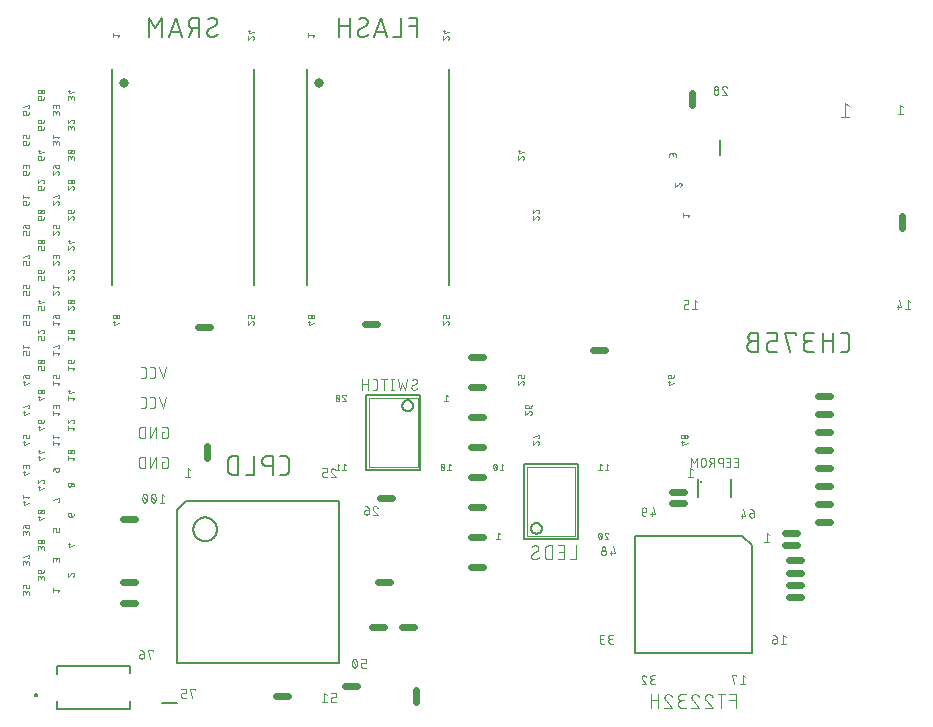
<source format=gbr>
G04 EAGLE Gerber RS-274X export*
G75*
%MOMM*%
%FSLAX34Y34*%
%LPD*%
%INSilkscreen Bottom*%
%IPPOS*%
%AMOC8*
5,1,8,0,0,1.08239X$1,22.5*%
G01*
%ADD10C,0.152400*%
%ADD11C,0.076200*%
%ADD12C,0.050800*%
%ADD13C,0.609600*%
%ADD14C,0.101600*%
%ADD15C,0.177800*%
%ADD16C,0.203200*%
%ADD17C,0.800000*%
%ADD18C,0.200000*%
%ADD19C,0.127000*%
%ADD20C,0.200000*%


D10*
X797973Y309372D02*
X801585Y309372D01*
X801703Y309374D01*
X801821Y309380D01*
X801939Y309389D01*
X802056Y309403D01*
X802173Y309420D01*
X802290Y309441D01*
X802405Y309466D01*
X802520Y309495D01*
X802634Y309528D01*
X802746Y309564D01*
X802857Y309604D01*
X802967Y309647D01*
X803076Y309694D01*
X803183Y309744D01*
X803288Y309799D01*
X803391Y309856D01*
X803492Y309917D01*
X803592Y309981D01*
X803689Y310048D01*
X803784Y310118D01*
X803876Y310192D01*
X803967Y310268D01*
X804054Y310348D01*
X804139Y310430D01*
X804221Y310515D01*
X804301Y310602D01*
X804377Y310693D01*
X804451Y310785D01*
X804521Y310880D01*
X804588Y310977D01*
X804652Y311077D01*
X804713Y311178D01*
X804770Y311281D01*
X804825Y311386D01*
X804875Y311493D01*
X804922Y311602D01*
X804965Y311712D01*
X805005Y311823D01*
X805041Y311935D01*
X805074Y312049D01*
X805103Y312164D01*
X805128Y312279D01*
X805149Y312396D01*
X805166Y312513D01*
X805180Y312630D01*
X805189Y312748D01*
X805195Y312866D01*
X805197Y312984D01*
X805198Y312984D02*
X805198Y322016D01*
X805197Y322016D02*
X805195Y322134D01*
X805189Y322252D01*
X805180Y322370D01*
X805166Y322487D01*
X805149Y322604D01*
X805128Y322721D01*
X805103Y322836D01*
X805074Y322951D01*
X805041Y323065D01*
X805005Y323177D01*
X804965Y323288D01*
X804922Y323398D01*
X804875Y323507D01*
X804825Y323614D01*
X804770Y323719D01*
X804713Y323822D01*
X804652Y323923D01*
X804588Y324023D01*
X804521Y324120D01*
X804451Y324215D01*
X804377Y324307D01*
X804301Y324398D01*
X804221Y324485D01*
X804139Y324570D01*
X804054Y324652D01*
X803967Y324732D01*
X803876Y324808D01*
X803784Y324882D01*
X803689Y324952D01*
X803592Y325019D01*
X803492Y325083D01*
X803391Y325144D01*
X803288Y325201D01*
X803183Y325256D01*
X803076Y325306D01*
X802967Y325353D01*
X802857Y325396D01*
X802746Y325436D01*
X802634Y325472D01*
X802520Y325505D01*
X802405Y325534D01*
X802290Y325559D01*
X802173Y325580D01*
X802056Y325597D01*
X801939Y325611D01*
X801821Y325620D01*
X801703Y325626D01*
X801585Y325628D01*
X797973Y325628D01*
X791611Y325628D02*
X791611Y309372D01*
X791611Y318403D02*
X782580Y318403D01*
X782580Y325628D02*
X782580Y309372D01*
X775459Y309372D02*
X770943Y309372D01*
X770810Y309374D01*
X770678Y309380D01*
X770546Y309390D01*
X770414Y309403D01*
X770282Y309421D01*
X770152Y309442D01*
X770021Y309467D01*
X769892Y309496D01*
X769764Y309529D01*
X769636Y309565D01*
X769510Y309605D01*
X769385Y309649D01*
X769261Y309697D01*
X769139Y309748D01*
X769018Y309803D01*
X768899Y309861D01*
X768781Y309923D01*
X768666Y309988D01*
X768552Y310057D01*
X768441Y310128D01*
X768332Y310204D01*
X768225Y310282D01*
X768120Y310363D01*
X768018Y310448D01*
X767918Y310535D01*
X767821Y310625D01*
X767726Y310718D01*
X767635Y310814D01*
X767546Y310912D01*
X767460Y311013D01*
X767377Y311117D01*
X767297Y311223D01*
X767221Y311331D01*
X767147Y311441D01*
X767077Y311554D01*
X767010Y311668D01*
X766947Y311785D01*
X766887Y311903D01*
X766830Y312023D01*
X766777Y312145D01*
X766728Y312268D01*
X766682Y312392D01*
X766640Y312518D01*
X766602Y312645D01*
X766567Y312773D01*
X766536Y312902D01*
X766509Y313031D01*
X766486Y313162D01*
X766466Y313293D01*
X766451Y313425D01*
X766439Y313557D01*
X766431Y313689D01*
X766427Y313822D01*
X766427Y313954D01*
X766431Y314087D01*
X766439Y314219D01*
X766451Y314351D01*
X766466Y314483D01*
X766486Y314614D01*
X766509Y314745D01*
X766536Y314874D01*
X766567Y315003D01*
X766602Y315131D01*
X766640Y315258D01*
X766682Y315384D01*
X766728Y315508D01*
X766777Y315631D01*
X766830Y315753D01*
X766887Y315873D01*
X766947Y315991D01*
X767010Y316108D01*
X767077Y316222D01*
X767147Y316335D01*
X767221Y316445D01*
X767297Y316553D01*
X767377Y316659D01*
X767460Y316763D01*
X767546Y316864D01*
X767635Y316962D01*
X767726Y317058D01*
X767821Y317151D01*
X767918Y317241D01*
X768018Y317328D01*
X768120Y317413D01*
X768225Y317494D01*
X768332Y317572D01*
X768441Y317648D01*
X768552Y317719D01*
X768666Y317788D01*
X768781Y317853D01*
X768899Y317915D01*
X769018Y317973D01*
X769139Y318028D01*
X769261Y318079D01*
X769385Y318127D01*
X769510Y318171D01*
X769636Y318211D01*
X769764Y318247D01*
X769892Y318280D01*
X770021Y318309D01*
X770152Y318334D01*
X770282Y318355D01*
X770414Y318373D01*
X770546Y318386D01*
X770678Y318396D01*
X770810Y318402D01*
X770943Y318404D01*
X770040Y325628D02*
X775459Y325628D01*
X770040Y325628D02*
X769921Y325626D01*
X769801Y325620D01*
X769682Y325610D01*
X769564Y325596D01*
X769445Y325579D01*
X769328Y325557D01*
X769211Y325532D01*
X769096Y325502D01*
X768981Y325469D01*
X768867Y325432D01*
X768755Y325392D01*
X768644Y325347D01*
X768535Y325299D01*
X768427Y325248D01*
X768321Y325193D01*
X768217Y325134D01*
X768115Y325072D01*
X768015Y325007D01*
X767917Y324938D01*
X767821Y324866D01*
X767728Y324791D01*
X767638Y324714D01*
X767550Y324633D01*
X767465Y324549D01*
X767383Y324462D01*
X767303Y324373D01*
X767227Y324281D01*
X767153Y324187D01*
X767083Y324090D01*
X767016Y323992D01*
X766952Y323891D01*
X766892Y323787D01*
X766835Y323682D01*
X766782Y323575D01*
X766732Y323467D01*
X766686Y323357D01*
X766644Y323245D01*
X766605Y323132D01*
X766570Y323018D01*
X766539Y322903D01*
X766511Y322786D01*
X766488Y322669D01*
X766468Y322552D01*
X766452Y322433D01*
X766440Y322314D01*
X766432Y322195D01*
X766428Y322076D01*
X766428Y321956D01*
X766432Y321837D01*
X766440Y321718D01*
X766452Y321599D01*
X766468Y321480D01*
X766488Y321363D01*
X766511Y321246D01*
X766539Y321129D01*
X766570Y321014D01*
X766605Y320900D01*
X766644Y320787D01*
X766686Y320675D01*
X766732Y320565D01*
X766782Y320457D01*
X766835Y320350D01*
X766892Y320245D01*
X766952Y320141D01*
X767016Y320040D01*
X767083Y319942D01*
X767153Y319845D01*
X767227Y319751D01*
X767303Y319659D01*
X767383Y319570D01*
X767465Y319483D01*
X767550Y319399D01*
X767638Y319318D01*
X767728Y319241D01*
X767821Y319166D01*
X767917Y319094D01*
X768015Y319025D01*
X768115Y318960D01*
X768217Y318898D01*
X768321Y318839D01*
X768427Y318784D01*
X768535Y318733D01*
X768644Y318685D01*
X768755Y318640D01*
X768867Y318600D01*
X768981Y318563D01*
X769096Y318530D01*
X769211Y318500D01*
X769328Y318475D01*
X769445Y318453D01*
X769564Y318436D01*
X769682Y318422D01*
X769801Y318412D01*
X769921Y318406D01*
X770040Y318404D01*
X770040Y318403D02*
X773653Y318403D01*
X759828Y323822D02*
X759828Y325628D01*
X750797Y325628D01*
X755312Y309372D01*
X744197Y309372D02*
X738778Y309372D01*
X738660Y309374D01*
X738542Y309380D01*
X738424Y309389D01*
X738307Y309403D01*
X738190Y309420D01*
X738073Y309441D01*
X737958Y309466D01*
X737843Y309495D01*
X737729Y309528D01*
X737617Y309564D01*
X737506Y309604D01*
X737396Y309647D01*
X737287Y309694D01*
X737180Y309744D01*
X737075Y309799D01*
X736972Y309856D01*
X736871Y309917D01*
X736771Y309981D01*
X736674Y310048D01*
X736579Y310118D01*
X736487Y310192D01*
X736396Y310268D01*
X736309Y310348D01*
X736224Y310430D01*
X736142Y310515D01*
X736062Y310602D01*
X735986Y310693D01*
X735912Y310785D01*
X735842Y310880D01*
X735775Y310977D01*
X735711Y311077D01*
X735650Y311178D01*
X735593Y311281D01*
X735538Y311386D01*
X735488Y311493D01*
X735441Y311602D01*
X735398Y311712D01*
X735358Y311823D01*
X735322Y311935D01*
X735289Y312049D01*
X735260Y312164D01*
X735235Y312279D01*
X735214Y312396D01*
X735197Y312513D01*
X735183Y312630D01*
X735174Y312748D01*
X735168Y312866D01*
X735166Y312984D01*
X735165Y312984D02*
X735165Y314791D01*
X735166Y314791D02*
X735168Y314909D01*
X735174Y315027D01*
X735183Y315145D01*
X735197Y315262D01*
X735214Y315379D01*
X735235Y315496D01*
X735260Y315611D01*
X735289Y315726D01*
X735322Y315840D01*
X735358Y315952D01*
X735398Y316063D01*
X735441Y316173D01*
X735488Y316282D01*
X735538Y316389D01*
X735593Y316494D01*
X735650Y316597D01*
X735711Y316698D01*
X735775Y316798D01*
X735842Y316895D01*
X735912Y316990D01*
X735986Y317082D01*
X736062Y317173D01*
X736142Y317260D01*
X736224Y317345D01*
X736309Y317427D01*
X736396Y317507D01*
X736487Y317583D01*
X736579Y317657D01*
X736674Y317727D01*
X736771Y317794D01*
X736871Y317858D01*
X736972Y317919D01*
X737075Y317976D01*
X737180Y318031D01*
X737287Y318081D01*
X737396Y318128D01*
X737506Y318171D01*
X737617Y318211D01*
X737729Y318247D01*
X737843Y318280D01*
X737958Y318309D01*
X738073Y318334D01*
X738190Y318355D01*
X738307Y318372D01*
X738424Y318386D01*
X738542Y318395D01*
X738660Y318401D01*
X738778Y318403D01*
X744197Y318403D01*
X744197Y325628D01*
X735165Y325628D01*
X727833Y318403D02*
X723318Y318403D01*
X723318Y318404D02*
X723185Y318402D01*
X723053Y318396D01*
X722921Y318386D01*
X722789Y318373D01*
X722657Y318355D01*
X722527Y318334D01*
X722396Y318309D01*
X722267Y318280D01*
X722139Y318247D01*
X722011Y318211D01*
X721885Y318171D01*
X721760Y318127D01*
X721636Y318079D01*
X721514Y318028D01*
X721393Y317973D01*
X721274Y317915D01*
X721156Y317853D01*
X721041Y317788D01*
X720927Y317719D01*
X720816Y317648D01*
X720707Y317572D01*
X720600Y317494D01*
X720495Y317413D01*
X720393Y317328D01*
X720293Y317241D01*
X720196Y317151D01*
X720101Y317058D01*
X720010Y316962D01*
X719921Y316864D01*
X719835Y316763D01*
X719752Y316659D01*
X719672Y316553D01*
X719596Y316445D01*
X719522Y316335D01*
X719452Y316222D01*
X719385Y316108D01*
X719322Y315991D01*
X719262Y315873D01*
X719205Y315753D01*
X719152Y315631D01*
X719103Y315508D01*
X719057Y315384D01*
X719015Y315258D01*
X718977Y315131D01*
X718942Y315003D01*
X718911Y314874D01*
X718884Y314745D01*
X718861Y314614D01*
X718841Y314483D01*
X718826Y314351D01*
X718814Y314219D01*
X718806Y314087D01*
X718802Y313954D01*
X718802Y313822D01*
X718806Y313689D01*
X718814Y313557D01*
X718826Y313425D01*
X718841Y313293D01*
X718861Y313162D01*
X718884Y313031D01*
X718911Y312902D01*
X718942Y312773D01*
X718977Y312645D01*
X719015Y312518D01*
X719057Y312392D01*
X719103Y312268D01*
X719152Y312145D01*
X719205Y312023D01*
X719262Y311903D01*
X719322Y311785D01*
X719385Y311668D01*
X719452Y311554D01*
X719522Y311441D01*
X719596Y311331D01*
X719672Y311223D01*
X719752Y311117D01*
X719835Y311013D01*
X719921Y310912D01*
X720010Y310814D01*
X720101Y310718D01*
X720196Y310625D01*
X720293Y310535D01*
X720393Y310448D01*
X720495Y310363D01*
X720600Y310282D01*
X720707Y310204D01*
X720816Y310128D01*
X720927Y310057D01*
X721041Y309988D01*
X721156Y309923D01*
X721274Y309861D01*
X721393Y309803D01*
X721514Y309748D01*
X721636Y309697D01*
X721760Y309649D01*
X721885Y309605D01*
X722011Y309565D01*
X722139Y309529D01*
X722267Y309496D01*
X722396Y309467D01*
X722527Y309442D01*
X722657Y309421D01*
X722789Y309403D01*
X722921Y309390D01*
X723053Y309380D01*
X723185Y309374D01*
X723318Y309372D01*
X727833Y309372D01*
X727833Y325628D01*
X723318Y325628D01*
X723199Y325626D01*
X723079Y325620D01*
X722960Y325610D01*
X722842Y325596D01*
X722723Y325579D01*
X722606Y325557D01*
X722489Y325532D01*
X722374Y325502D01*
X722259Y325469D01*
X722145Y325432D01*
X722033Y325392D01*
X721922Y325347D01*
X721813Y325299D01*
X721705Y325248D01*
X721599Y325193D01*
X721495Y325134D01*
X721393Y325072D01*
X721293Y325007D01*
X721195Y324938D01*
X721099Y324866D01*
X721006Y324791D01*
X720916Y324714D01*
X720828Y324633D01*
X720743Y324549D01*
X720661Y324462D01*
X720581Y324373D01*
X720505Y324281D01*
X720431Y324187D01*
X720361Y324090D01*
X720294Y323992D01*
X720230Y323891D01*
X720170Y323787D01*
X720113Y323682D01*
X720060Y323575D01*
X720010Y323467D01*
X719964Y323357D01*
X719922Y323245D01*
X719883Y323132D01*
X719848Y323018D01*
X719817Y322903D01*
X719789Y322786D01*
X719766Y322669D01*
X719746Y322552D01*
X719730Y322433D01*
X719718Y322314D01*
X719710Y322195D01*
X719706Y322076D01*
X719706Y321956D01*
X719710Y321837D01*
X719718Y321718D01*
X719730Y321599D01*
X719746Y321480D01*
X719766Y321363D01*
X719789Y321246D01*
X719817Y321129D01*
X719848Y321014D01*
X719883Y320900D01*
X719922Y320787D01*
X719964Y320675D01*
X720010Y320565D01*
X720060Y320457D01*
X720113Y320350D01*
X720170Y320245D01*
X720230Y320141D01*
X720294Y320040D01*
X720361Y319942D01*
X720431Y319845D01*
X720505Y319751D01*
X720581Y319659D01*
X720661Y319570D01*
X720743Y319483D01*
X720828Y319399D01*
X720916Y319318D01*
X721006Y319241D01*
X721099Y319166D01*
X721195Y319094D01*
X721293Y319025D01*
X721393Y318960D01*
X721495Y318898D01*
X721599Y318839D01*
X721705Y318784D01*
X721813Y318733D01*
X721922Y318685D01*
X722033Y318640D01*
X722145Y318600D01*
X722259Y318563D01*
X722374Y318530D01*
X722489Y318500D01*
X722606Y318475D01*
X722723Y318453D01*
X722842Y318436D01*
X722960Y318422D01*
X723079Y318412D01*
X723199Y318406D01*
X723318Y318404D01*
D11*
X710801Y212217D02*
X707527Y212217D01*
X710801Y212217D02*
X710801Y219583D01*
X707527Y219583D01*
X708346Y216309D02*
X710801Y216309D01*
X704461Y212217D02*
X701188Y212217D01*
X704461Y212217D02*
X704461Y219583D01*
X701188Y219583D01*
X702006Y216309D02*
X704461Y216309D01*
X698020Y219583D02*
X698020Y212217D01*
X698020Y219583D02*
X695974Y219583D01*
X695885Y219581D01*
X695796Y219575D01*
X695707Y219565D01*
X695619Y219552D01*
X695531Y219535D01*
X695444Y219513D01*
X695359Y219488D01*
X695274Y219460D01*
X695191Y219427D01*
X695109Y219391D01*
X695029Y219352D01*
X694951Y219309D01*
X694875Y219263D01*
X694800Y219213D01*
X694728Y219160D01*
X694659Y219104D01*
X694592Y219045D01*
X694527Y218984D01*
X694466Y218919D01*
X694407Y218852D01*
X694351Y218783D01*
X694298Y218711D01*
X694248Y218636D01*
X694202Y218560D01*
X694159Y218482D01*
X694120Y218402D01*
X694084Y218320D01*
X694051Y218237D01*
X694023Y218152D01*
X693998Y218067D01*
X693976Y217980D01*
X693959Y217892D01*
X693946Y217804D01*
X693936Y217715D01*
X693930Y217626D01*
X693928Y217537D01*
X693930Y217448D01*
X693936Y217359D01*
X693946Y217270D01*
X693959Y217182D01*
X693976Y217094D01*
X693998Y217007D01*
X694023Y216922D01*
X694051Y216837D01*
X694084Y216754D01*
X694120Y216672D01*
X694159Y216592D01*
X694202Y216514D01*
X694248Y216438D01*
X694298Y216363D01*
X694351Y216291D01*
X694407Y216222D01*
X694466Y216155D01*
X694527Y216090D01*
X694592Y216029D01*
X694659Y215970D01*
X694728Y215914D01*
X694800Y215861D01*
X694875Y215811D01*
X694951Y215765D01*
X695029Y215722D01*
X695109Y215683D01*
X695191Y215647D01*
X695274Y215614D01*
X695359Y215586D01*
X695444Y215561D01*
X695531Y215539D01*
X695619Y215522D01*
X695707Y215509D01*
X695796Y215499D01*
X695885Y215493D01*
X695974Y215491D01*
X698020Y215491D01*
X690771Y212217D02*
X690771Y219583D01*
X688725Y219583D01*
X688636Y219581D01*
X688547Y219575D01*
X688458Y219565D01*
X688370Y219552D01*
X688282Y219535D01*
X688195Y219513D01*
X688110Y219488D01*
X688025Y219460D01*
X687942Y219427D01*
X687860Y219391D01*
X687780Y219352D01*
X687702Y219309D01*
X687626Y219263D01*
X687551Y219213D01*
X687479Y219160D01*
X687410Y219104D01*
X687343Y219045D01*
X687278Y218984D01*
X687217Y218919D01*
X687158Y218852D01*
X687102Y218783D01*
X687049Y218711D01*
X686999Y218636D01*
X686953Y218560D01*
X686910Y218482D01*
X686871Y218402D01*
X686835Y218320D01*
X686802Y218237D01*
X686774Y218152D01*
X686749Y218067D01*
X686727Y217980D01*
X686710Y217892D01*
X686697Y217804D01*
X686687Y217715D01*
X686681Y217626D01*
X686679Y217537D01*
X686681Y217448D01*
X686687Y217359D01*
X686697Y217270D01*
X686710Y217182D01*
X686727Y217094D01*
X686749Y217007D01*
X686774Y216922D01*
X686802Y216837D01*
X686835Y216754D01*
X686871Y216672D01*
X686910Y216592D01*
X686953Y216514D01*
X686999Y216438D01*
X687049Y216363D01*
X687102Y216291D01*
X687158Y216222D01*
X687217Y216155D01*
X687278Y216090D01*
X687343Y216029D01*
X687410Y215970D01*
X687479Y215914D01*
X687551Y215861D01*
X687626Y215811D01*
X687702Y215765D01*
X687780Y215722D01*
X687860Y215683D01*
X687942Y215647D01*
X688025Y215614D01*
X688110Y215586D01*
X688195Y215561D01*
X688282Y215539D01*
X688370Y215522D01*
X688458Y215509D01*
X688547Y215499D01*
X688636Y215493D01*
X688725Y215491D01*
X690771Y215491D01*
X688316Y215491D02*
X686679Y212217D01*
X683507Y214263D02*
X683507Y217537D01*
X683505Y217626D01*
X683499Y217715D01*
X683489Y217804D01*
X683476Y217892D01*
X683459Y217980D01*
X683437Y218067D01*
X683412Y218152D01*
X683384Y218237D01*
X683351Y218320D01*
X683315Y218402D01*
X683276Y218482D01*
X683233Y218560D01*
X683187Y218636D01*
X683137Y218711D01*
X683084Y218783D01*
X683028Y218852D01*
X682969Y218919D01*
X682908Y218984D01*
X682843Y219045D01*
X682776Y219104D01*
X682707Y219160D01*
X682635Y219213D01*
X682560Y219263D01*
X682484Y219309D01*
X682406Y219352D01*
X682326Y219391D01*
X682244Y219427D01*
X682161Y219460D01*
X682076Y219488D01*
X681991Y219513D01*
X681904Y219535D01*
X681816Y219552D01*
X681728Y219565D01*
X681639Y219575D01*
X681550Y219581D01*
X681461Y219583D01*
X681372Y219581D01*
X681283Y219575D01*
X681194Y219565D01*
X681106Y219552D01*
X681018Y219535D01*
X680931Y219513D01*
X680846Y219488D01*
X680761Y219460D01*
X680678Y219427D01*
X680596Y219391D01*
X680516Y219352D01*
X680438Y219309D01*
X680362Y219263D01*
X680287Y219213D01*
X680215Y219160D01*
X680146Y219104D01*
X680079Y219045D01*
X680014Y218984D01*
X679953Y218919D01*
X679894Y218852D01*
X679838Y218783D01*
X679785Y218711D01*
X679735Y218636D01*
X679689Y218560D01*
X679646Y218482D01*
X679607Y218402D01*
X679571Y218320D01*
X679538Y218237D01*
X679510Y218152D01*
X679485Y218067D01*
X679463Y217980D01*
X679446Y217892D01*
X679433Y217804D01*
X679423Y217715D01*
X679417Y217626D01*
X679415Y217537D01*
X679415Y214263D01*
X679417Y214174D01*
X679423Y214085D01*
X679433Y213996D01*
X679446Y213908D01*
X679463Y213820D01*
X679485Y213733D01*
X679510Y213648D01*
X679538Y213563D01*
X679571Y213480D01*
X679607Y213398D01*
X679646Y213318D01*
X679689Y213240D01*
X679735Y213164D01*
X679785Y213089D01*
X679838Y213017D01*
X679894Y212948D01*
X679953Y212881D01*
X680014Y212816D01*
X680079Y212755D01*
X680146Y212696D01*
X680215Y212640D01*
X680287Y212587D01*
X680362Y212537D01*
X680438Y212491D01*
X680516Y212448D01*
X680596Y212409D01*
X680678Y212373D01*
X680761Y212340D01*
X680846Y212312D01*
X680931Y212287D01*
X681018Y212265D01*
X681106Y212248D01*
X681194Y212235D01*
X681283Y212225D01*
X681372Y212219D01*
X681461Y212217D01*
X681550Y212219D01*
X681639Y212225D01*
X681728Y212235D01*
X681816Y212248D01*
X681904Y212265D01*
X681991Y212287D01*
X682076Y212312D01*
X682161Y212340D01*
X682244Y212373D01*
X682326Y212409D01*
X682406Y212448D01*
X682484Y212491D01*
X682560Y212537D01*
X682635Y212587D01*
X682707Y212640D01*
X682776Y212696D01*
X682843Y212755D01*
X682908Y212816D01*
X682969Y212881D01*
X683028Y212948D01*
X683084Y213017D01*
X683137Y213089D01*
X683187Y213164D01*
X683233Y213240D01*
X683276Y213318D01*
X683315Y213398D01*
X683351Y213480D01*
X683384Y213563D01*
X683412Y213648D01*
X683437Y213733D01*
X683459Y213820D01*
X683476Y213908D01*
X683489Y213996D01*
X683499Y214085D01*
X683505Y214174D01*
X683507Y214263D01*
X675869Y212217D02*
X675869Y219583D01*
X673414Y215491D01*
X670959Y219583D01*
X670959Y212217D01*
D10*
X265077Y576072D02*
X264959Y576074D01*
X264841Y576080D01*
X264723Y576089D01*
X264606Y576103D01*
X264489Y576120D01*
X264372Y576141D01*
X264257Y576166D01*
X264142Y576195D01*
X264028Y576228D01*
X263916Y576264D01*
X263805Y576304D01*
X263695Y576347D01*
X263586Y576394D01*
X263479Y576444D01*
X263374Y576499D01*
X263271Y576556D01*
X263170Y576617D01*
X263070Y576681D01*
X262973Y576748D01*
X262878Y576818D01*
X262786Y576892D01*
X262695Y576968D01*
X262608Y577048D01*
X262523Y577130D01*
X262441Y577215D01*
X262361Y577302D01*
X262285Y577393D01*
X262211Y577485D01*
X262141Y577580D01*
X262074Y577677D01*
X262010Y577777D01*
X261949Y577878D01*
X261892Y577981D01*
X261837Y578086D01*
X261787Y578193D01*
X261740Y578302D01*
X261697Y578412D01*
X261657Y578523D01*
X261621Y578635D01*
X261588Y578749D01*
X261559Y578864D01*
X261534Y578979D01*
X261513Y579096D01*
X261496Y579213D01*
X261482Y579330D01*
X261473Y579448D01*
X261467Y579566D01*
X261465Y579684D01*
X265077Y576072D02*
X265260Y576074D01*
X265442Y576081D01*
X265624Y576092D01*
X265806Y576107D01*
X265988Y576127D01*
X266169Y576151D01*
X266349Y576179D01*
X266529Y576211D01*
X266708Y576248D01*
X266885Y576289D01*
X267062Y576335D01*
X267238Y576384D01*
X267413Y576438D01*
X267586Y576496D01*
X267757Y576558D01*
X267928Y576624D01*
X268096Y576695D01*
X268263Y576769D01*
X268428Y576847D01*
X268591Y576929D01*
X268752Y577015D01*
X268911Y577105D01*
X269068Y577199D01*
X269222Y577296D01*
X269374Y577397D01*
X269524Y577502D01*
X269671Y577610D01*
X269815Y577721D01*
X269957Y577836D01*
X270096Y577955D01*
X270232Y578077D01*
X270365Y578202D01*
X270495Y578330D01*
X270044Y588716D02*
X270042Y588834D01*
X270036Y588952D01*
X270027Y589070D01*
X270013Y589187D01*
X269996Y589304D01*
X269975Y589421D01*
X269950Y589536D01*
X269921Y589651D01*
X269888Y589765D01*
X269852Y589877D01*
X269812Y589988D01*
X269769Y590098D01*
X269722Y590207D01*
X269672Y590314D01*
X269617Y590419D01*
X269560Y590522D01*
X269499Y590623D01*
X269435Y590723D01*
X269368Y590820D01*
X269298Y590915D01*
X269224Y591007D01*
X269148Y591098D01*
X269068Y591185D01*
X268986Y591270D01*
X268901Y591352D01*
X268814Y591432D01*
X268723Y591508D01*
X268631Y591582D01*
X268536Y591652D01*
X268439Y591719D01*
X268339Y591783D01*
X268238Y591844D01*
X268135Y591901D01*
X268030Y591956D01*
X267923Y592006D01*
X267814Y592053D01*
X267704Y592096D01*
X267593Y592136D01*
X267481Y592172D01*
X267367Y592205D01*
X267252Y592234D01*
X267137Y592259D01*
X267020Y592280D01*
X266903Y592297D01*
X266786Y592311D01*
X266668Y592320D01*
X266550Y592326D01*
X266432Y592328D01*
X266271Y592326D01*
X266109Y592320D01*
X265948Y592311D01*
X265787Y592297D01*
X265627Y592280D01*
X265467Y592259D01*
X265307Y592234D01*
X265148Y592205D01*
X264990Y592173D01*
X264833Y592137D01*
X264677Y592097D01*
X264521Y592053D01*
X264367Y592005D01*
X264214Y591954D01*
X264062Y591900D01*
X263911Y591841D01*
X263762Y591780D01*
X263615Y591714D01*
X263469Y591645D01*
X263324Y591573D01*
X263182Y591497D01*
X263041Y591418D01*
X262902Y591336D01*
X262766Y591250D01*
X262631Y591161D01*
X262498Y591069D01*
X262368Y590973D01*
X268238Y585555D02*
X268339Y585617D01*
X268439Y585682D01*
X268536Y585751D01*
X268631Y585823D01*
X268724Y585897D01*
X268814Y585975D01*
X268902Y586056D01*
X268987Y586139D01*
X269069Y586225D01*
X269148Y586314D01*
X269225Y586405D01*
X269298Y586499D01*
X269369Y586595D01*
X269436Y586693D01*
X269500Y586793D01*
X269561Y586896D01*
X269618Y587000D01*
X269672Y587106D01*
X269722Y587214D01*
X269769Y587323D01*
X269813Y587434D01*
X269853Y587546D01*
X269889Y587660D01*
X269921Y587774D01*
X269950Y587890D01*
X269975Y588006D01*
X269996Y588123D01*
X270013Y588241D01*
X270027Y588359D01*
X270036Y588478D01*
X270042Y588597D01*
X270044Y588716D01*
X263270Y582845D02*
X263169Y582783D01*
X263069Y582718D01*
X262972Y582649D01*
X262877Y582577D01*
X262784Y582503D01*
X262694Y582425D01*
X262606Y582344D01*
X262521Y582261D01*
X262439Y582175D01*
X262360Y582086D01*
X262283Y581995D01*
X262210Y581901D01*
X262139Y581805D01*
X262072Y581707D01*
X262008Y581607D01*
X261947Y581504D01*
X261890Y581400D01*
X261836Y581294D01*
X261786Y581186D01*
X261739Y581077D01*
X261695Y580966D01*
X261655Y580854D01*
X261619Y580740D01*
X261587Y580626D01*
X261558Y580510D01*
X261533Y580394D01*
X261512Y580277D01*
X261495Y580159D01*
X261481Y580041D01*
X261472Y579922D01*
X261466Y579803D01*
X261464Y579684D01*
X263271Y582845D02*
X268238Y585555D01*
X254773Y592328D02*
X254773Y576072D01*
X254773Y592328D02*
X250257Y592328D01*
X250124Y592326D01*
X249992Y592320D01*
X249860Y592310D01*
X249728Y592297D01*
X249596Y592279D01*
X249466Y592258D01*
X249335Y592233D01*
X249206Y592204D01*
X249078Y592171D01*
X248950Y592135D01*
X248824Y592095D01*
X248699Y592051D01*
X248575Y592003D01*
X248453Y591952D01*
X248332Y591897D01*
X248213Y591839D01*
X248095Y591777D01*
X247980Y591712D01*
X247866Y591643D01*
X247755Y591572D01*
X247646Y591496D01*
X247539Y591418D01*
X247434Y591337D01*
X247332Y591252D01*
X247232Y591165D01*
X247135Y591075D01*
X247040Y590982D01*
X246949Y590886D01*
X246860Y590788D01*
X246774Y590687D01*
X246691Y590583D01*
X246611Y590477D01*
X246535Y590369D01*
X246461Y590259D01*
X246391Y590146D01*
X246324Y590032D01*
X246261Y589915D01*
X246201Y589797D01*
X246144Y589677D01*
X246091Y589555D01*
X246042Y589432D01*
X245996Y589308D01*
X245954Y589182D01*
X245916Y589055D01*
X245881Y588927D01*
X245850Y588798D01*
X245823Y588669D01*
X245800Y588538D01*
X245780Y588407D01*
X245765Y588275D01*
X245753Y588143D01*
X245745Y588011D01*
X245741Y587878D01*
X245741Y587746D01*
X245745Y587613D01*
X245753Y587481D01*
X245765Y587349D01*
X245780Y587217D01*
X245800Y587086D01*
X245823Y586955D01*
X245850Y586826D01*
X245881Y586697D01*
X245916Y586569D01*
X245954Y586442D01*
X245996Y586316D01*
X246042Y586192D01*
X246091Y586069D01*
X246144Y585947D01*
X246201Y585827D01*
X246261Y585709D01*
X246324Y585592D01*
X246391Y585478D01*
X246461Y585365D01*
X246535Y585255D01*
X246611Y585147D01*
X246691Y585041D01*
X246774Y584937D01*
X246860Y584836D01*
X246949Y584738D01*
X247040Y584642D01*
X247135Y584549D01*
X247232Y584459D01*
X247332Y584372D01*
X247434Y584287D01*
X247539Y584206D01*
X247646Y584128D01*
X247755Y584052D01*
X247866Y583981D01*
X247980Y583912D01*
X248095Y583847D01*
X248213Y583785D01*
X248332Y583727D01*
X248453Y583672D01*
X248575Y583621D01*
X248699Y583573D01*
X248824Y583529D01*
X248950Y583489D01*
X249078Y583453D01*
X249206Y583420D01*
X249335Y583391D01*
X249466Y583366D01*
X249596Y583345D01*
X249728Y583327D01*
X249860Y583314D01*
X249992Y583304D01*
X250124Y583298D01*
X250257Y583296D01*
X250257Y583297D02*
X254773Y583297D01*
X249354Y583297D02*
X245742Y576072D01*
X240136Y576072D02*
X234718Y592328D01*
X229299Y576072D01*
X230654Y580136D02*
X238782Y580136D01*
X222942Y576072D02*
X222942Y592328D01*
X217523Y583297D01*
X212104Y592328D01*
X212104Y576072D01*
X439558Y576072D02*
X439558Y592328D01*
X432333Y592328D01*
X432333Y585103D02*
X439558Y585103D01*
X426011Y592328D02*
X426011Y576072D01*
X418786Y576072D01*
X413918Y576072D02*
X408499Y592328D01*
X403080Y576072D01*
X404435Y580136D02*
X412563Y580136D01*
X392486Y576072D02*
X392368Y576074D01*
X392250Y576080D01*
X392132Y576089D01*
X392015Y576103D01*
X391898Y576120D01*
X391781Y576141D01*
X391666Y576166D01*
X391551Y576195D01*
X391437Y576228D01*
X391325Y576264D01*
X391214Y576304D01*
X391104Y576347D01*
X390995Y576394D01*
X390888Y576444D01*
X390783Y576499D01*
X390680Y576556D01*
X390579Y576617D01*
X390479Y576681D01*
X390382Y576748D01*
X390287Y576818D01*
X390195Y576892D01*
X390104Y576968D01*
X390017Y577048D01*
X389932Y577130D01*
X389850Y577215D01*
X389770Y577302D01*
X389694Y577393D01*
X389620Y577485D01*
X389550Y577580D01*
X389483Y577677D01*
X389419Y577777D01*
X389358Y577878D01*
X389301Y577981D01*
X389246Y578086D01*
X389196Y578193D01*
X389149Y578302D01*
X389106Y578412D01*
X389066Y578523D01*
X389030Y578635D01*
X388997Y578749D01*
X388968Y578864D01*
X388943Y578979D01*
X388922Y579096D01*
X388905Y579213D01*
X388891Y579330D01*
X388882Y579448D01*
X388876Y579566D01*
X388874Y579684D01*
X392486Y576072D02*
X392669Y576074D01*
X392851Y576081D01*
X393033Y576092D01*
X393215Y576107D01*
X393397Y576127D01*
X393578Y576151D01*
X393758Y576179D01*
X393938Y576211D01*
X394117Y576248D01*
X394294Y576289D01*
X394471Y576335D01*
X394647Y576384D01*
X394822Y576438D01*
X394995Y576496D01*
X395166Y576558D01*
X395337Y576624D01*
X395505Y576695D01*
X395672Y576769D01*
X395837Y576847D01*
X396000Y576929D01*
X396161Y577015D01*
X396320Y577105D01*
X396477Y577199D01*
X396631Y577296D01*
X396783Y577397D01*
X396933Y577502D01*
X397080Y577610D01*
X397224Y577721D01*
X397366Y577836D01*
X397505Y577955D01*
X397641Y578077D01*
X397774Y578202D01*
X397904Y578330D01*
X397452Y588716D02*
X397450Y588834D01*
X397444Y588952D01*
X397435Y589070D01*
X397421Y589187D01*
X397404Y589304D01*
X397383Y589421D01*
X397358Y589536D01*
X397329Y589651D01*
X397296Y589765D01*
X397260Y589877D01*
X397220Y589988D01*
X397177Y590098D01*
X397130Y590207D01*
X397080Y590314D01*
X397025Y590419D01*
X396968Y590522D01*
X396907Y590623D01*
X396843Y590723D01*
X396776Y590820D01*
X396706Y590915D01*
X396632Y591007D01*
X396556Y591098D01*
X396476Y591185D01*
X396394Y591270D01*
X396309Y591352D01*
X396222Y591432D01*
X396131Y591508D01*
X396039Y591582D01*
X395944Y591652D01*
X395847Y591719D01*
X395747Y591783D01*
X395646Y591844D01*
X395543Y591901D01*
X395438Y591956D01*
X395331Y592006D01*
X395222Y592053D01*
X395112Y592096D01*
X395001Y592136D01*
X394889Y592172D01*
X394775Y592205D01*
X394660Y592234D01*
X394545Y592259D01*
X394428Y592280D01*
X394311Y592297D01*
X394194Y592311D01*
X394076Y592320D01*
X393958Y592326D01*
X393840Y592328D01*
X393679Y592326D01*
X393517Y592320D01*
X393356Y592311D01*
X393195Y592297D01*
X393035Y592280D01*
X392875Y592259D01*
X392715Y592234D01*
X392556Y592205D01*
X392398Y592173D01*
X392241Y592137D01*
X392085Y592097D01*
X391929Y592053D01*
X391775Y592005D01*
X391622Y591954D01*
X391470Y591900D01*
X391319Y591841D01*
X391170Y591780D01*
X391023Y591714D01*
X390877Y591645D01*
X390732Y591573D01*
X390590Y591497D01*
X390449Y591418D01*
X390310Y591336D01*
X390174Y591250D01*
X390039Y591161D01*
X389906Y591069D01*
X389776Y590973D01*
X395647Y585555D02*
X395748Y585617D01*
X395848Y585682D01*
X395945Y585751D01*
X396040Y585823D01*
X396133Y585897D01*
X396223Y585975D01*
X396311Y586056D01*
X396396Y586139D01*
X396478Y586225D01*
X396557Y586314D01*
X396634Y586405D01*
X396707Y586499D01*
X396778Y586595D01*
X396845Y586693D01*
X396909Y586793D01*
X396970Y586896D01*
X397027Y587000D01*
X397081Y587106D01*
X397131Y587214D01*
X397178Y587323D01*
X397222Y587434D01*
X397262Y587546D01*
X397298Y587660D01*
X397330Y587774D01*
X397359Y587890D01*
X397384Y588006D01*
X397405Y588123D01*
X397422Y588241D01*
X397436Y588359D01*
X397445Y588478D01*
X397451Y588597D01*
X397453Y588716D01*
X390679Y582845D02*
X390578Y582783D01*
X390478Y582718D01*
X390381Y582649D01*
X390286Y582577D01*
X390193Y582503D01*
X390103Y582425D01*
X390015Y582344D01*
X389930Y582261D01*
X389848Y582175D01*
X389769Y582086D01*
X389692Y581995D01*
X389619Y581901D01*
X389548Y581805D01*
X389481Y581707D01*
X389417Y581607D01*
X389356Y581504D01*
X389299Y581400D01*
X389245Y581294D01*
X389195Y581186D01*
X389148Y581077D01*
X389104Y580966D01*
X389064Y580854D01*
X389028Y580740D01*
X388996Y580626D01*
X388967Y580510D01*
X388942Y580394D01*
X388921Y580277D01*
X388904Y580159D01*
X388890Y580041D01*
X388881Y579922D01*
X388875Y579803D01*
X388873Y579684D01*
X390680Y582845D02*
X395647Y585555D01*
X382273Y592328D02*
X382273Y576072D01*
X382273Y585103D02*
X373242Y585103D01*
X373242Y592328D02*
X373242Y576072D01*
D12*
X105156Y105207D02*
X105156Y103655D01*
X105156Y105207D02*
X105158Y105284D01*
X105164Y105362D01*
X105173Y105438D01*
X105187Y105515D01*
X105204Y105590D01*
X105225Y105664D01*
X105250Y105738D01*
X105278Y105810D01*
X105310Y105880D01*
X105345Y105949D01*
X105384Y106016D01*
X105426Y106081D01*
X105471Y106144D01*
X105519Y106205D01*
X105570Y106263D01*
X105624Y106318D01*
X105681Y106371D01*
X105740Y106420D01*
X105802Y106467D01*
X105866Y106511D01*
X105932Y106551D01*
X106000Y106588D01*
X106070Y106622D01*
X106141Y106652D01*
X106214Y106678D01*
X106288Y106701D01*
X106363Y106720D01*
X106438Y106735D01*
X106515Y106747D01*
X106592Y106755D01*
X106669Y106759D01*
X106747Y106759D01*
X106824Y106755D01*
X106901Y106747D01*
X106978Y106735D01*
X107053Y106720D01*
X107128Y106701D01*
X107202Y106678D01*
X107275Y106652D01*
X107346Y106622D01*
X107416Y106588D01*
X107484Y106551D01*
X107550Y106511D01*
X107614Y106467D01*
X107676Y106420D01*
X107735Y106371D01*
X107792Y106318D01*
X107846Y106263D01*
X107897Y106205D01*
X107945Y106144D01*
X107990Y106081D01*
X108032Y106016D01*
X108071Y105949D01*
X108106Y105880D01*
X108138Y105810D01*
X108166Y105738D01*
X108191Y105664D01*
X108212Y105590D01*
X108229Y105515D01*
X108243Y105438D01*
X108252Y105362D01*
X108258Y105284D01*
X108260Y105207D01*
X110744Y105517D02*
X110744Y103655D01*
X110744Y105517D02*
X110742Y105587D01*
X110736Y105656D01*
X110726Y105725D01*
X110713Y105793D01*
X110695Y105861D01*
X110674Y105927D01*
X110649Y105992D01*
X110621Y106056D01*
X110589Y106118D01*
X110554Y106178D01*
X110515Y106236D01*
X110473Y106291D01*
X110428Y106345D01*
X110380Y106395D01*
X110330Y106443D01*
X110276Y106488D01*
X110221Y106530D01*
X110163Y106569D01*
X110103Y106604D01*
X110041Y106636D01*
X109977Y106664D01*
X109912Y106689D01*
X109846Y106710D01*
X109778Y106728D01*
X109710Y106741D01*
X109641Y106751D01*
X109572Y106757D01*
X109502Y106759D01*
X109432Y106757D01*
X109363Y106751D01*
X109294Y106741D01*
X109226Y106728D01*
X109158Y106710D01*
X109092Y106689D01*
X109027Y106664D01*
X108963Y106636D01*
X108901Y106604D01*
X108841Y106569D01*
X108783Y106530D01*
X108728Y106488D01*
X108674Y106443D01*
X108624Y106395D01*
X108576Y106345D01*
X108531Y106291D01*
X108489Y106236D01*
X108450Y106178D01*
X108415Y106118D01*
X108383Y106056D01*
X108355Y105992D01*
X108330Y105927D01*
X108309Y105861D01*
X108291Y105793D01*
X108278Y105725D01*
X108268Y105656D01*
X108262Y105587D01*
X108260Y105517D01*
X108260Y104275D01*
X105156Y109141D02*
X105156Y111004D01*
X105158Y111074D01*
X105164Y111143D01*
X105174Y111212D01*
X105187Y111280D01*
X105205Y111348D01*
X105226Y111414D01*
X105251Y111479D01*
X105279Y111543D01*
X105311Y111605D01*
X105346Y111665D01*
X105385Y111723D01*
X105427Y111778D01*
X105472Y111832D01*
X105520Y111882D01*
X105570Y111930D01*
X105624Y111975D01*
X105679Y112017D01*
X105737Y112056D01*
X105797Y112091D01*
X105859Y112123D01*
X105923Y112151D01*
X105988Y112176D01*
X106054Y112197D01*
X106122Y112215D01*
X106190Y112228D01*
X106259Y112238D01*
X106328Y112244D01*
X106398Y112246D01*
X106398Y112245D02*
X107019Y112245D01*
X107019Y112246D02*
X107089Y112244D01*
X107158Y112238D01*
X107227Y112228D01*
X107295Y112215D01*
X107363Y112197D01*
X107429Y112176D01*
X107494Y112151D01*
X107558Y112123D01*
X107620Y112091D01*
X107680Y112056D01*
X107738Y112017D01*
X107793Y111975D01*
X107847Y111930D01*
X107897Y111882D01*
X107945Y111832D01*
X107990Y111778D01*
X108032Y111723D01*
X108071Y111665D01*
X108106Y111605D01*
X108138Y111543D01*
X108166Y111479D01*
X108191Y111414D01*
X108212Y111348D01*
X108230Y111280D01*
X108243Y111212D01*
X108253Y111143D01*
X108259Y111074D01*
X108261Y111004D01*
X108260Y111004D02*
X108260Y109141D01*
X110744Y109141D01*
X110744Y112245D01*
X117856Y116355D02*
X117856Y117907D01*
X117858Y117984D01*
X117864Y118062D01*
X117873Y118138D01*
X117887Y118215D01*
X117904Y118290D01*
X117925Y118364D01*
X117950Y118438D01*
X117978Y118510D01*
X118010Y118580D01*
X118045Y118649D01*
X118084Y118716D01*
X118126Y118781D01*
X118171Y118844D01*
X118219Y118905D01*
X118270Y118963D01*
X118324Y119018D01*
X118381Y119071D01*
X118440Y119120D01*
X118502Y119167D01*
X118566Y119211D01*
X118632Y119251D01*
X118700Y119288D01*
X118770Y119322D01*
X118841Y119352D01*
X118914Y119378D01*
X118988Y119401D01*
X119063Y119420D01*
X119138Y119435D01*
X119215Y119447D01*
X119292Y119455D01*
X119369Y119459D01*
X119447Y119459D01*
X119524Y119455D01*
X119601Y119447D01*
X119678Y119435D01*
X119753Y119420D01*
X119828Y119401D01*
X119902Y119378D01*
X119975Y119352D01*
X120046Y119322D01*
X120116Y119288D01*
X120184Y119251D01*
X120250Y119211D01*
X120314Y119167D01*
X120376Y119120D01*
X120435Y119071D01*
X120492Y119018D01*
X120546Y118963D01*
X120597Y118905D01*
X120645Y118844D01*
X120690Y118781D01*
X120732Y118716D01*
X120771Y118649D01*
X120806Y118580D01*
X120838Y118510D01*
X120866Y118438D01*
X120891Y118364D01*
X120912Y118290D01*
X120929Y118215D01*
X120943Y118138D01*
X120952Y118062D01*
X120958Y117984D01*
X120960Y117907D01*
X123444Y118217D02*
X123444Y116355D01*
X123444Y118217D02*
X123442Y118287D01*
X123436Y118356D01*
X123426Y118425D01*
X123413Y118493D01*
X123395Y118561D01*
X123374Y118627D01*
X123349Y118692D01*
X123321Y118756D01*
X123289Y118818D01*
X123254Y118878D01*
X123215Y118936D01*
X123173Y118991D01*
X123128Y119045D01*
X123080Y119095D01*
X123030Y119143D01*
X122976Y119188D01*
X122921Y119230D01*
X122863Y119269D01*
X122803Y119304D01*
X122741Y119336D01*
X122677Y119364D01*
X122612Y119389D01*
X122546Y119410D01*
X122478Y119428D01*
X122410Y119441D01*
X122341Y119451D01*
X122272Y119457D01*
X122202Y119459D01*
X122132Y119457D01*
X122063Y119451D01*
X121994Y119441D01*
X121926Y119428D01*
X121858Y119410D01*
X121792Y119389D01*
X121727Y119364D01*
X121663Y119336D01*
X121601Y119304D01*
X121541Y119269D01*
X121483Y119230D01*
X121428Y119188D01*
X121374Y119143D01*
X121324Y119095D01*
X121276Y119045D01*
X121231Y118991D01*
X121189Y118936D01*
X121150Y118878D01*
X121115Y118818D01*
X121083Y118756D01*
X121055Y118692D01*
X121030Y118627D01*
X121009Y118561D01*
X120991Y118493D01*
X120978Y118425D01*
X120968Y118356D01*
X120962Y118287D01*
X120960Y118217D01*
X120960Y116975D01*
X120960Y121841D02*
X120960Y123704D01*
X120961Y123704D02*
X120959Y123774D01*
X120953Y123843D01*
X120943Y123912D01*
X120930Y123980D01*
X120912Y124048D01*
X120891Y124114D01*
X120866Y124179D01*
X120838Y124243D01*
X120806Y124305D01*
X120771Y124365D01*
X120732Y124423D01*
X120690Y124478D01*
X120645Y124532D01*
X120597Y124582D01*
X120547Y124630D01*
X120493Y124675D01*
X120438Y124717D01*
X120380Y124756D01*
X120320Y124791D01*
X120258Y124823D01*
X120194Y124851D01*
X120129Y124876D01*
X120063Y124897D01*
X119995Y124915D01*
X119927Y124928D01*
X119858Y124938D01*
X119789Y124944D01*
X119719Y124946D01*
X119719Y124945D02*
X119408Y124945D01*
X119331Y124943D01*
X119253Y124937D01*
X119177Y124928D01*
X119100Y124914D01*
X119025Y124897D01*
X118951Y124876D01*
X118877Y124851D01*
X118805Y124823D01*
X118735Y124791D01*
X118666Y124756D01*
X118599Y124717D01*
X118534Y124675D01*
X118471Y124630D01*
X118410Y124582D01*
X118352Y124531D01*
X118297Y124477D01*
X118244Y124420D01*
X118195Y124361D01*
X118148Y124299D01*
X118104Y124235D01*
X118064Y124169D01*
X118027Y124101D01*
X117993Y124031D01*
X117963Y123960D01*
X117937Y123887D01*
X117914Y123813D01*
X117895Y123738D01*
X117880Y123663D01*
X117868Y123586D01*
X117860Y123509D01*
X117856Y123432D01*
X117856Y123354D01*
X117860Y123277D01*
X117868Y123200D01*
X117880Y123123D01*
X117895Y123048D01*
X117914Y122973D01*
X117937Y122899D01*
X117963Y122826D01*
X117993Y122755D01*
X118027Y122685D01*
X118064Y122617D01*
X118104Y122551D01*
X118148Y122487D01*
X118195Y122425D01*
X118244Y122366D01*
X118297Y122309D01*
X118352Y122255D01*
X118410Y122204D01*
X118471Y122156D01*
X118534Y122111D01*
X118599Y122069D01*
X118666Y122030D01*
X118735Y121995D01*
X118805Y121963D01*
X118877Y121935D01*
X118951Y121910D01*
X119025Y121889D01*
X119100Y121872D01*
X119177Y121858D01*
X119253Y121849D01*
X119331Y121843D01*
X119408Y121841D01*
X120960Y121841D01*
X121058Y121843D01*
X121155Y121849D01*
X121252Y121858D01*
X121349Y121872D01*
X121445Y121889D01*
X121540Y121910D01*
X121634Y121934D01*
X121728Y121963D01*
X121820Y121995D01*
X121911Y122030D01*
X122000Y122069D01*
X122088Y122112D01*
X122174Y122158D01*
X122258Y122207D01*
X122340Y122260D01*
X122420Y122315D01*
X122498Y122374D01*
X122573Y122436D01*
X122646Y122501D01*
X122716Y122569D01*
X122784Y122639D01*
X122849Y122712D01*
X122911Y122787D01*
X122970Y122865D01*
X123025Y122945D01*
X123078Y123027D01*
X123127Y123111D01*
X123173Y123197D01*
X123216Y123285D01*
X123255Y123374D01*
X123290Y123465D01*
X123322Y123557D01*
X123351Y123651D01*
X123375Y123745D01*
X123396Y123840D01*
X123413Y123936D01*
X123427Y124033D01*
X123436Y124130D01*
X123442Y124227D01*
X123444Y124325D01*
X136144Y107950D02*
X134902Y106398D01*
X136144Y107950D02*
X130556Y107950D01*
X130556Y106398D02*
X130556Y109502D01*
X147447Y122202D02*
X147520Y122200D01*
X147593Y122194D01*
X147666Y122185D01*
X147737Y122171D01*
X147809Y122154D01*
X147879Y122134D01*
X147948Y122109D01*
X148015Y122081D01*
X148081Y122050D01*
X148146Y122015D01*
X148208Y121977D01*
X148268Y121935D01*
X148326Y121891D01*
X148382Y121843D01*
X148435Y121793D01*
X148485Y121740D01*
X148533Y121684D01*
X148577Y121626D01*
X148619Y121566D01*
X148657Y121504D01*
X148692Y121439D01*
X148723Y121373D01*
X148751Y121306D01*
X148776Y121237D01*
X148796Y121167D01*
X148813Y121095D01*
X148827Y121024D01*
X148836Y120951D01*
X148842Y120878D01*
X148844Y120805D01*
X148842Y120721D01*
X148836Y120638D01*
X148827Y120555D01*
X148813Y120473D01*
X148796Y120391D01*
X148774Y120310D01*
X148749Y120230D01*
X148721Y120152D01*
X148689Y120074D01*
X148653Y119999D01*
X148614Y119925D01*
X148571Y119853D01*
X148525Y119783D01*
X148476Y119716D01*
X148423Y119650D01*
X148368Y119588D01*
X148310Y119528D01*
X148249Y119470D01*
X148186Y119416D01*
X148120Y119364D01*
X148052Y119316D01*
X147981Y119271D01*
X147909Y119229D01*
X147834Y119191D01*
X147758Y119156D01*
X147681Y119125D01*
X147602Y119097D01*
X146361Y121736D02*
X146414Y121790D01*
X146471Y121841D01*
X146530Y121889D01*
X146591Y121934D01*
X146654Y121975D01*
X146720Y122014D01*
X146787Y122049D01*
X146856Y122081D01*
X146927Y122109D01*
X146998Y122133D01*
X147071Y122154D01*
X147145Y122171D01*
X147220Y122185D01*
X147295Y122194D01*
X147371Y122200D01*
X147447Y122202D01*
X146360Y121737D02*
X143256Y119098D01*
X143256Y122202D01*
X105156Y129055D02*
X105156Y130607D01*
X105158Y130684D01*
X105164Y130762D01*
X105173Y130838D01*
X105187Y130915D01*
X105204Y130990D01*
X105225Y131064D01*
X105250Y131138D01*
X105278Y131210D01*
X105310Y131280D01*
X105345Y131349D01*
X105384Y131416D01*
X105426Y131481D01*
X105471Y131544D01*
X105519Y131605D01*
X105570Y131663D01*
X105624Y131718D01*
X105681Y131771D01*
X105740Y131820D01*
X105802Y131867D01*
X105866Y131911D01*
X105932Y131951D01*
X106000Y131988D01*
X106070Y132022D01*
X106141Y132052D01*
X106214Y132078D01*
X106288Y132101D01*
X106363Y132120D01*
X106438Y132135D01*
X106515Y132147D01*
X106592Y132155D01*
X106669Y132159D01*
X106747Y132159D01*
X106824Y132155D01*
X106901Y132147D01*
X106978Y132135D01*
X107053Y132120D01*
X107128Y132101D01*
X107202Y132078D01*
X107275Y132052D01*
X107346Y132022D01*
X107416Y131988D01*
X107484Y131951D01*
X107550Y131911D01*
X107614Y131867D01*
X107676Y131820D01*
X107735Y131771D01*
X107792Y131718D01*
X107846Y131663D01*
X107897Y131605D01*
X107945Y131544D01*
X107990Y131481D01*
X108032Y131416D01*
X108071Y131349D01*
X108106Y131280D01*
X108138Y131210D01*
X108166Y131138D01*
X108191Y131064D01*
X108212Y130990D01*
X108229Y130915D01*
X108243Y130838D01*
X108252Y130762D01*
X108258Y130684D01*
X108260Y130607D01*
X110744Y130917D02*
X110744Y129055D01*
X110744Y130917D02*
X110742Y130987D01*
X110736Y131056D01*
X110726Y131125D01*
X110713Y131193D01*
X110695Y131261D01*
X110674Y131327D01*
X110649Y131392D01*
X110621Y131456D01*
X110589Y131518D01*
X110554Y131578D01*
X110515Y131636D01*
X110473Y131691D01*
X110428Y131745D01*
X110380Y131795D01*
X110330Y131843D01*
X110276Y131888D01*
X110221Y131930D01*
X110163Y131969D01*
X110103Y132004D01*
X110041Y132036D01*
X109977Y132064D01*
X109912Y132089D01*
X109846Y132110D01*
X109778Y132128D01*
X109710Y132141D01*
X109641Y132151D01*
X109572Y132157D01*
X109502Y132159D01*
X109432Y132157D01*
X109363Y132151D01*
X109294Y132141D01*
X109226Y132128D01*
X109158Y132110D01*
X109092Y132089D01*
X109027Y132064D01*
X108963Y132036D01*
X108901Y132004D01*
X108841Y131969D01*
X108783Y131930D01*
X108728Y131888D01*
X108674Y131843D01*
X108624Y131795D01*
X108576Y131745D01*
X108531Y131691D01*
X108489Y131636D01*
X108450Y131578D01*
X108415Y131518D01*
X108383Y131456D01*
X108355Y131392D01*
X108330Y131327D01*
X108309Y131261D01*
X108291Y131193D01*
X108278Y131125D01*
X108268Y131056D01*
X108262Y130987D01*
X108260Y130917D01*
X108260Y129675D01*
X110123Y134541D02*
X110744Y134541D01*
X110744Y137645D01*
X105156Y136093D01*
X130556Y133350D02*
X130556Y131798D01*
X130556Y133350D02*
X130558Y133427D01*
X130564Y133505D01*
X130573Y133581D01*
X130587Y133658D01*
X130604Y133733D01*
X130625Y133807D01*
X130650Y133881D01*
X130678Y133953D01*
X130710Y134023D01*
X130745Y134092D01*
X130784Y134159D01*
X130826Y134224D01*
X130871Y134287D01*
X130919Y134348D01*
X130970Y134406D01*
X131024Y134461D01*
X131081Y134514D01*
X131140Y134563D01*
X131202Y134610D01*
X131266Y134654D01*
X131332Y134694D01*
X131400Y134731D01*
X131470Y134765D01*
X131541Y134795D01*
X131614Y134821D01*
X131688Y134844D01*
X131763Y134863D01*
X131838Y134878D01*
X131915Y134890D01*
X131992Y134898D01*
X132069Y134902D01*
X132147Y134902D01*
X132224Y134898D01*
X132301Y134890D01*
X132378Y134878D01*
X132453Y134863D01*
X132528Y134844D01*
X132602Y134821D01*
X132675Y134795D01*
X132746Y134765D01*
X132816Y134731D01*
X132884Y134694D01*
X132950Y134654D01*
X133014Y134610D01*
X133076Y134563D01*
X133135Y134514D01*
X133192Y134461D01*
X133246Y134406D01*
X133297Y134348D01*
X133345Y134287D01*
X133390Y134224D01*
X133432Y134159D01*
X133471Y134092D01*
X133506Y134023D01*
X133538Y133953D01*
X133566Y133881D01*
X133591Y133807D01*
X133612Y133733D01*
X133629Y133658D01*
X133643Y133581D01*
X133652Y133505D01*
X133658Y133427D01*
X133660Y133350D01*
X136144Y133660D02*
X136144Y131798D01*
X136144Y133660D02*
X136142Y133730D01*
X136136Y133799D01*
X136126Y133868D01*
X136113Y133936D01*
X136095Y134004D01*
X136074Y134070D01*
X136049Y134135D01*
X136021Y134199D01*
X135989Y134261D01*
X135954Y134321D01*
X135915Y134379D01*
X135873Y134434D01*
X135828Y134488D01*
X135780Y134538D01*
X135730Y134586D01*
X135676Y134631D01*
X135621Y134673D01*
X135563Y134712D01*
X135503Y134747D01*
X135441Y134779D01*
X135377Y134807D01*
X135312Y134832D01*
X135246Y134853D01*
X135178Y134871D01*
X135110Y134884D01*
X135041Y134894D01*
X134972Y134900D01*
X134902Y134902D01*
X134832Y134900D01*
X134763Y134894D01*
X134694Y134884D01*
X134626Y134871D01*
X134558Y134853D01*
X134492Y134832D01*
X134427Y134807D01*
X134363Y134779D01*
X134301Y134747D01*
X134241Y134712D01*
X134183Y134673D01*
X134128Y134631D01*
X134074Y134586D01*
X134024Y134538D01*
X133976Y134488D01*
X133931Y134434D01*
X133889Y134379D01*
X133850Y134321D01*
X133815Y134261D01*
X133783Y134199D01*
X133755Y134135D01*
X133730Y134070D01*
X133709Y134004D01*
X133691Y133936D01*
X133678Y133868D01*
X133668Y133799D01*
X133662Y133730D01*
X133660Y133660D01*
X133660Y132419D01*
X117856Y141755D02*
X117856Y143307D01*
X117858Y143384D01*
X117864Y143462D01*
X117873Y143538D01*
X117887Y143615D01*
X117904Y143690D01*
X117925Y143764D01*
X117950Y143838D01*
X117978Y143910D01*
X118010Y143980D01*
X118045Y144049D01*
X118084Y144116D01*
X118126Y144181D01*
X118171Y144244D01*
X118219Y144305D01*
X118270Y144363D01*
X118324Y144418D01*
X118381Y144471D01*
X118440Y144520D01*
X118502Y144567D01*
X118566Y144611D01*
X118632Y144651D01*
X118700Y144688D01*
X118770Y144722D01*
X118841Y144752D01*
X118914Y144778D01*
X118988Y144801D01*
X119063Y144820D01*
X119138Y144835D01*
X119215Y144847D01*
X119292Y144855D01*
X119369Y144859D01*
X119447Y144859D01*
X119524Y144855D01*
X119601Y144847D01*
X119678Y144835D01*
X119753Y144820D01*
X119828Y144801D01*
X119902Y144778D01*
X119975Y144752D01*
X120046Y144722D01*
X120116Y144688D01*
X120184Y144651D01*
X120250Y144611D01*
X120314Y144567D01*
X120376Y144520D01*
X120435Y144471D01*
X120492Y144418D01*
X120546Y144363D01*
X120597Y144305D01*
X120645Y144244D01*
X120690Y144181D01*
X120732Y144116D01*
X120771Y144049D01*
X120806Y143980D01*
X120838Y143910D01*
X120866Y143838D01*
X120891Y143764D01*
X120912Y143690D01*
X120929Y143615D01*
X120943Y143538D01*
X120952Y143462D01*
X120958Y143384D01*
X120960Y143307D01*
X123444Y143617D02*
X123444Y141755D01*
X123444Y143617D02*
X123442Y143687D01*
X123436Y143756D01*
X123426Y143825D01*
X123413Y143893D01*
X123395Y143961D01*
X123374Y144027D01*
X123349Y144092D01*
X123321Y144156D01*
X123289Y144218D01*
X123254Y144278D01*
X123215Y144336D01*
X123173Y144391D01*
X123128Y144445D01*
X123080Y144495D01*
X123030Y144543D01*
X122976Y144588D01*
X122921Y144630D01*
X122863Y144669D01*
X122803Y144704D01*
X122741Y144736D01*
X122677Y144764D01*
X122612Y144789D01*
X122546Y144810D01*
X122478Y144828D01*
X122410Y144841D01*
X122341Y144851D01*
X122272Y144857D01*
X122202Y144859D01*
X122132Y144857D01*
X122063Y144851D01*
X121994Y144841D01*
X121926Y144828D01*
X121858Y144810D01*
X121792Y144789D01*
X121727Y144764D01*
X121663Y144736D01*
X121601Y144704D01*
X121541Y144669D01*
X121483Y144630D01*
X121428Y144588D01*
X121374Y144543D01*
X121324Y144495D01*
X121276Y144445D01*
X121231Y144391D01*
X121189Y144336D01*
X121150Y144278D01*
X121115Y144218D01*
X121083Y144156D01*
X121055Y144092D01*
X121030Y144027D01*
X121009Y143961D01*
X120991Y143893D01*
X120978Y143825D01*
X120968Y143756D01*
X120962Y143687D01*
X120960Y143617D01*
X120960Y142375D01*
X119408Y147241D02*
X119485Y147243D01*
X119563Y147249D01*
X119639Y147258D01*
X119716Y147272D01*
X119791Y147289D01*
X119865Y147310D01*
X119939Y147335D01*
X120011Y147363D01*
X120081Y147395D01*
X120150Y147430D01*
X120217Y147469D01*
X120282Y147511D01*
X120345Y147556D01*
X120406Y147604D01*
X120464Y147655D01*
X120519Y147709D01*
X120572Y147766D01*
X120621Y147825D01*
X120668Y147887D01*
X120712Y147951D01*
X120752Y148017D01*
X120789Y148085D01*
X120823Y148155D01*
X120853Y148226D01*
X120879Y148299D01*
X120902Y148373D01*
X120921Y148448D01*
X120936Y148523D01*
X120948Y148600D01*
X120956Y148677D01*
X120960Y148754D01*
X120960Y148832D01*
X120956Y148909D01*
X120948Y148986D01*
X120936Y149063D01*
X120921Y149138D01*
X120902Y149213D01*
X120879Y149287D01*
X120853Y149360D01*
X120823Y149431D01*
X120789Y149501D01*
X120752Y149569D01*
X120712Y149635D01*
X120668Y149699D01*
X120621Y149761D01*
X120572Y149820D01*
X120519Y149877D01*
X120464Y149931D01*
X120406Y149982D01*
X120345Y150030D01*
X120282Y150075D01*
X120217Y150117D01*
X120150Y150156D01*
X120081Y150191D01*
X120011Y150223D01*
X119939Y150251D01*
X119865Y150276D01*
X119791Y150297D01*
X119716Y150314D01*
X119639Y150328D01*
X119563Y150337D01*
X119485Y150343D01*
X119408Y150345D01*
X119331Y150343D01*
X119253Y150337D01*
X119177Y150328D01*
X119100Y150314D01*
X119025Y150297D01*
X118951Y150276D01*
X118877Y150251D01*
X118805Y150223D01*
X118735Y150191D01*
X118666Y150156D01*
X118599Y150117D01*
X118534Y150075D01*
X118471Y150030D01*
X118410Y149982D01*
X118352Y149931D01*
X118297Y149877D01*
X118244Y149820D01*
X118195Y149761D01*
X118148Y149699D01*
X118104Y149635D01*
X118064Y149569D01*
X118027Y149501D01*
X117993Y149431D01*
X117963Y149360D01*
X117937Y149287D01*
X117914Y149213D01*
X117895Y149138D01*
X117880Y149063D01*
X117868Y148986D01*
X117860Y148909D01*
X117856Y148832D01*
X117856Y148754D01*
X117860Y148677D01*
X117868Y148600D01*
X117880Y148523D01*
X117895Y148448D01*
X117914Y148373D01*
X117937Y148299D01*
X117963Y148226D01*
X117993Y148155D01*
X118027Y148085D01*
X118064Y148017D01*
X118104Y147951D01*
X118148Y147887D01*
X118195Y147825D01*
X118244Y147766D01*
X118297Y147709D01*
X118352Y147655D01*
X118410Y147604D01*
X118471Y147556D01*
X118534Y147511D01*
X118599Y147469D01*
X118666Y147430D01*
X118735Y147395D01*
X118805Y147363D01*
X118877Y147335D01*
X118951Y147310D01*
X119025Y147289D01*
X119100Y147272D01*
X119177Y147258D01*
X119253Y147249D01*
X119331Y147243D01*
X119408Y147241D01*
X122202Y147551D02*
X122272Y147553D01*
X122341Y147559D01*
X122410Y147569D01*
X122478Y147582D01*
X122546Y147600D01*
X122612Y147621D01*
X122677Y147646D01*
X122741Y147674D01*
X122803Y147706D01*
X122863Y147741D01*
X122921Y147780D01*
X122976Y147822D01*
X123030Y147867D01*
X123080Y147915D01*
X123128Y147965D01*
X123173Y148019D01*
X123215Y148074D01*
X123254Y148132D01*
X123289Y148192D01*
X123321Y148254D01*
X123349Y148318D01*
X123374Y148383D01*
X123395Y148449D01*
X123413Y148517D01*
X123426Y148585D01*
X123436Y148654D01*
X123442Y148723D01*
X123444Y148793D01*
X123442Y148863D01*
X123436Y148932D01*
X123426Y149001D01*
X123413Y149069D01*
X123395Y149137D01*
X123374Y149203D01*
X123349Y149268D01*
X123321Y149332D01*
X123289Y149394D01*
X123254Y149454D01*
X123215Y149512D01*
X123173Y149567D01*
X123128Y149621D01*
X123080Y149671D01*
X123030Y149719D01*
X122976Y149764D01*
X122921Y149806D01*
X122863Y149845D01*
X122803Y149880D01*
X122741Y149912D01*
X122677Y149940D01*
X122612Y149965D01*
X122546Y149986D01*
X122478Y150004D01*
X122410Y150017D01*
X122341Y150027D01*
X122272Y150033D01*
X122202Y150035D01*
X122132Y150033D01*
X122063Y150027D01*
X121994Y150017D01*
X121926Y150004D01*
X121858Y149986D01*
X121792Y149965D01*
X121727Y149940D01*
X121663Y149912D01*
X121601Y149880D01*
X121541Y149845D01*
X121483Y149806D01*
X121428Y149764D01*
X121374Y149719D01*
X121324Y149671D01*
X121276Y149621D01*
X121231Y149567D01*
X121189Y149512D01*
X121150Y149454D01*
X121115Y149394D01*
X121083Y149332D01*
X121055Y149268D01*
X121030Y149203D01*
X121009Y149137D01*
X120991Y149069D01*
X120978Y149001D01*
X120968Y148932D01*
X120962Y148863D01*
X120960Y148793D01*
X120962Y148723D01*
X120968Y148654D01*
X120978Y148585D01*
X120991Y148517D01*
X121009Y148449D01*
X121030Y148383D01*
X121055Y148318D01*
X121083Y148254D01*
X121115Y148192D01*
X121150Y148132D01*
X121189Y148074D01*
X121231Y148019D01*
X121276Y147965D01*
X121324Y147915D01*
X121374Y147867D01*
X121428Y147822D01*
X121483Y147780D01*
X121541Y147741D01*
X121601Y147706D01*
X121663Y147674D01*
X121727Y147646D01*
X121792Y147621D01*
X121858Y147600D01*
X121926Y147582D01*
X121994Y147569D01*
X122063Y147559D01*
X122132Y147553D01*
X122202Y147551D01*
X144498Y144498D02*
X148844Y145740D01*
X144498Y144498D02*
X144498Y147602D01*
X145740Y146671D02*
X143256Y146671D01*
X105156Y154455D02*
X105156Y156007D01*
X105158Y156084D01*
X105164Y156162D01*
X105173Y156238D01*
X105187Y156315D01*
X105204Y156390D01*
X105225Y156464D01*
X105250Y156538D01*
X105278Y156610D01*
X105310Y156680D01*
X105345Y156749D01*
X105384Y156816D01*
X105426Y156881D01*
X105471Y156944D01*
X105519Y157005D01*
X105570Y157063D01*
X105624Y157118D01*
X105681Y157171D01*
X105740Y157220D01*
X105802Y157267D01*
X105866Y157311D01*
X105932Y157351D01*
X106000Y157388D01*
X106070Y157422D01*
X106141Y157452D01*
X106214Y157478D01*
X106288Y157501D01*
X106363Y157520D01*
X106438Y157535D01*
X106515Y157547D01*
X106592Y157555D01*
X106669Y157559D01*
X106747Y157559D01*
X106824Y157555D01*
X106901Y157547D01*
X106978Y157535D01*
X107053Y157520D01*
X107128Y157501D01*
X107202Y157478D01*
X107275Y157452D01*
X107346Y157422D01*
X107416Y157388D01*
X107484Y157351D01*
X107550Y157311D01*
X107614Y157267D01*
X107676Y157220D01*
X107735Y157171D01*
X107792Y157118D01*
X107846Y157063D01*
X107897Y157005D01*
X107945Y156944D01*
X107990Y156881D01*
X108032Y156816D01*
X108071Y156749D01*
X108106Y156680D01*
X108138Y156610D01*
X108166Y156538D01*
X108191Y156464D01*
X108212Y156390D01*
X108229Y156315D01*
X108243Y156238D01*
X108252Y156162D01*
X108258Y156084D01*
X108260Y156007D01*
X110744Y156317D02*
X110744Y154455D01*
X110744Y156317D02*
X110742Y156387D01*
X110736Y156456D01*
X110726Y156525D01*
X110713Y156593D01*
X110695Y156661D01*
X110674Y156727D01*
X110649Y156792D01*
X110621Y156856D01*
X110589Y156918D01*
X110554Y156978D01*
X110515Y157036D01*
X110473Y157091D01*
X110428Y157145D01*
X110380Y157195D01*
X110330Y157243D01*
X110276Y157288D01*
X110221Y157330D01*
X110163Y157369D01*
X110103Y157404D01*
X110041Y157436D01*
X109977Y157464D01*
X109912Y157489D01*
X109846Y157510D01*
X109778Y157528D01*
X109710Y157541D01*
X109641Y157551D01*
X109572Y157557D01*
X109502Y157559D01*
X109432Y157557D01*
X109363Y157551D01*
X109294Y157541D01*
X109226Y157528D01*
X109158Y157510D01*
X109092Y157489D01*
X109027Y157464D01*
X108963Y157436D01*
X108901Y157404D01*
X108841Y157369D01*
X108783Y157330D01*
X108728Y157288D01*
X108674Y157243D01*
X108624Y157195D01*
X108576Y157145D01*
X108531Y157091D01*
X108489Y157036D01*
X108450Y156978D01*
X108415Y156918D01*
X108383Y156856D01*
X108355Y156792D01*
X108330Y156727D01*
X108309Y156661D01*
X108291Y156593D01*
X108278Y156525D01*
X108268Y156456D01*
X108262Y156387D01*
X108260Y156317D01*
X108260Y155075D01*
X107640Y161183D02*
X107640Y163045D01*
X107639Y161183D02*
X107641Y161113D01*
X107647Y161044D01*
X107657Y160975D01*
X107670Y160907D01*
X107688Y160839D01*
X107709Y160773D01*
X107734Y160708D01*
X107762Y160644D01*
X107794Y160582D01*
X107829Y160522D01*
X107868Y160464D01*
X107910Y160409D01*
X107955Y160355D01*
X108003Y160305D01*
X108053Y160257D01*
X108107Y160212D01*
X108162Y160170D01*
X108220Y160131D01*
X108280Y160096D01*
X108342Y160064D01*
X108406Y160036D01*
X108471Y160011D01*
X108537Y159990D01*
X108605Y159972D01*
X108673Y159959D01*
X108742Y159949D01*
X108811Y159943D01*
X108881Y159941D01*
X109192Y159941D01*
X109269Y159943D01*
X109347Y159949D01*
X109423Y159958D01*
X109500Y159972D01*
X109575Y159989D01*
X109649Y160010D01*
X109723Y160035D01*
X109795Y160063D01*
X109865Y160095D01*
X109934Y160130D01*
X110001Y160169D01*
X110066Y160211D01*
X110129Y160256D01*
X110190Y160304D01*
X110248Y160355D01*
X110303Y160409D01*
X110356Y160466D01*
X110405Y160525D01*
X110452Y160587D01*
X110496Y160651D01*
X110536Y160717D01*
X110573Y160785D01*
X110607Y160855D01*
X110637Y160926D01*
X110663Y160999D01*
X110686Y161073D01*
X110705Y161148D01*
X110720Y161223D01*
X110732Y161300D01*
X110740Y161377D01*
X110744Y161454D01*
X110744Y161532D01*
X110740Y161609D01*
X110732Y161686D01*
X110720Y161763D01*
X110705Y161838D01*
X110686Y161913D01*
X110663Y161987D01*
X110637Y162060D01*
X110607Y162131D01*
X110573Y162201D01*
X110536Y162269D01*
X110496Y162335D01*
X110452Y162399D01*
X110405Y162461D01*
X110356Y162520D01*
X110303Y162577D01*
X110248Y162631D01*
X110190Y162682D01*
X110129Y162730D01*
X110066Y162775D01*
X110001Y162817D01*
X109934Y162856D01*
X109865Y162891D01*
X109795Y162923D01*
X109723Y162951D01*
X109649Y162976D01*
X109575Y162997D01*
X109500Y163014D01*
X109423Y163028D01*
X109347Y163037D01*
X109269Y163043D01*
X109192Y163045D01*
X107640Y163045D01*
X107640Y163046D02*
X107542Y163044D01*
X107445Y163038D01*
X107348Y163029D01*
X107251Y163015D01*
X107155Y162998D01*
X107060Y162977D01*
X106966Y162953D01*
X106872Y162924D01*
X106780Y162892D01*
X106689Y162857D01*
X106600Y162818D01*
X106512Y162775D01*
X106426Y162729D01*
X106342Y162680D01*
X106260Y162627D01*
X106180Y162572D01*
X106102Y162513D01*
X106027Y162451D01*
X105954Y162386D01*
X105884Y162318D01*
X105816Y162248D01*
X105751Y162175D01*
X105689Y162100D01*
X105630Y162022D01*
X105575Y161942D01*
X105522Y161860D01*
X105473Y161776D01*
X105427Y161690D01*
X105384Y161602D01*
X105345Y161513D01*
X105310Y161422D01*
X105278Y161330D01*
X105249Y161236D01*
X105225Y161142D01*
X105204Y161047D01*
X105187Y160951D01*
X105173Y160854D01*
X105164Y160757D01*
X105158Y160660D01*
X105156Y160562D01*
X130556Y159060D02*
X130556Y157198D01*
X130556Y159060D02*
X130558Y159130D01*
X130564Y159199D01*
X130574Y159268D01*
X130587Y159336D01*
X130605Y159404D01*
X130626Y159470D01*
X130651Y159535D01*
X130679Y159599D01*
X130711Y159661D01*
X130746Y159721D01*
X130785Y159779D01*
X130827Y159834D01*
X130872Y159888D01*
X130920Y159938D01*
X130970Y159986D01*
X131024Y160031D01*
X131079Y160073D01*
X131137Y160112D01*
X131197Y160147D01*
X131259Y160179D01*
X131323Y160207D01*
X131388Y160232D01*
X131454Y160253D01*
X131522Y160271D01*
X131590Y160284D01*
X131659Y160294D01*
X131728Y160300D01*
X131798Y160302D01*
X132419Y160302D01*
X132489Y160300D01*
X132558Y160294D01*
X132627Y160284D01*
X132695Y160271D01*
X132763Y160253D01*
X132829Y160232D01*
X132894Y160207D01*
X132958Y160179D01*
X133020Y160147D01*
X133080Y160112D01*
X133138Y160073D01*
X133193Y160031D01*
X133247Y159986D01*
X133297Y159938D01*
X133345Y159888D01*
X133390Y159834D01*
X133432Y159779D01*
X133471Y159721D01*
X133506Y159661D01*
X133538Y159599D01*
X133566Y159535D01*
X133591Y159470D01*
X133612Y159404D01*
X133630Y159336D01*
X133643Y159268D01*
X133653Y159199D01*
X133659Y159130D01*
X133661Y159060D01*
X133660Y159060D02*
X133660Y157198D01*
X136144Y157198D01*
X136144Y160302D01*
X123444Y168396D02*
X119098Y167155D01*
X119098Y170259D01*
X120340Y169328D02*
X117856Y169328D01*
X120650Y172641D02*
X120781Y172643D01*
X120911Y172648D01*
X121041Y172658D01*
X121171Y172671D01*
X121301Y172687D01*
X121430Y172707D01*
X121558Y172731D01*
X121685Y172759D01*
X121812Y172790D01*
X121938Y172825D01*
X122063Y172863D01*
X122187Y172905D01*
X122309Y172950D01*
X122430Y172999D01*
X122550Y173051D01*
X122668Y173107D01*
X122668Y173106D02*
X122728Y173129D01*
X122788Y173155D01*
X122845Y173184D01*
X122901Y173217D01*
X122955Y173253D01*
X123007Y173291D01*
X123057Y173333D01*
X123104Y173377D01*
X123149Y173424D01*
X123191Y173474D01*
X123230Y173525D01*
X123266Y173579D01*
X123299Y173635D01*
X123329Y173692D01*
X123356Y173751D01*
X123379Y173812D01*
X123399Y173873D01*
X123415Y173936D01*
X123428Y174000D01*
X123437Y174064D01*
X123442Y174128D01*
X123444Y174193D01*
X123442Y174258D01*
X123437Y174322D01*
X123428Y174386D01*
X123415Y174450D01*
X123399Y174513D01*
X123379Y174574D01*
X123356Y174635D01*
X123329Y174694D01*
X123299Y174751D01*
X123266Y174807D01*
X123230Y174861D01*
X123191Y174912D01*
X123149Y174962D01*
X123104Y175009D01*
X123057Y175053D01*
X123007Y175095D01*
X122955Y175133D01*
X122901Y175169D01*
X122845Y175202D01*
X122788Y175231D01*
X122728Y175257D01*
X122668Y175280D01*
X122550Y175336D01*
X122430Y175388D01*
X122309Y175437D01*
X122187Y175482D01*
X122063Y175524D01*
X121938Y175562D01*
X121812Y175597D01*
X121686Y175628D01*
X121558Y175656D01*
X121430Y175680D01*
X121301Y175700D01*
X121171Y175716D01*
X121041Y175729D01*
X120911Y175739D01*
X120781Y175744D01*
X120650Y175746D01*
X120650Y172641D02*
X120519Y172643D01*
X120389Y172648D01*
X120259Y172658D01*
X120129Y172671D01*
X119999Y172687D01*
X119870Y172707D01*
X119742Y172731D01*
X119615Y172759D01*
X119488Y172790D01*
X119362Y172825D01*
X119237Y172863D01*
X119113Y172905D01*
X118991Y172950D01*
X118870Y172999D01*
X118750Y173051D01*
X118632Y173107D01*
X118632Y173106D02*
X118572Y173129D01*
X118512Y173155D01*
X118455Y173184D01*
X118399Y173217D01*
X118345Y173253D01*
X118293Y173291D01*
X118243Y173333D01*
X118196Y173377D01*
X118151Y173424D01*
X118109Y173474D01*
X118070Y173525D01*
X118034Y173579D01*
X118001Y173635D01*
X117971Y173692D01*
X117944Y173751D01*
X117921Y173812D01*
X117901Y173873D01*
X117885Y173936D01*
X117872Y174000D01*
X117863Y174064D01*
X117858Y174128D01*
X117856Y174193D01*
X118632Y175280D02*
X118750Y175336D01*
X118870Y175388D01*
X118991Y175437D01*
X119113Y175482D01*
X119237Y175524D01*
X119362Y175562D01*
X119488Y175597D01*
X119614Y175628D01*
X119742Y175656D01*
X119870Y175680D01*
X119999Y175700D01*
X120129Y175716D01*
X120259Y175729D01*
X120389Y175739D01*
X120519Y175744D01*
X120650Y175746D01*
X118632Y175280D02*
X118572Y175257D01*
X118512Y175231D01*
X118455Y175202D01*
X118399Y175169D01*
X118345Y175133D01*
X118293Y175095D01*
X118243Y175053D01*
X118196Y175009D01*
X118151Y174962D01*
X118109Y174912D01*
X118070Y174861D01*
X118034Y174807D01*
X118001Y174751D01*
X117971Y174694D01*
X117944Y174635D01*
X117921Y174574D01*
X117901Y174513D01*
X117885Y174450D01*
X117872Y174386D01*
X117863Y174322D01*
X117858Y174258D01*
X117856Y174193D01*
X119098Y172951D02*
X122202Y175435D01*
X146360Y171760D02*
X146360Y169898D01*
X146361Y171760D02*
X146359Y171830D01*
X146353Y171899D01*
X146343Y171968D01*
X146330Y172036D01*
X146312Y172104D01*
X146291Y172170D01*
X146266Y172235D01*
X146238Y172299D01*
X146206Y172361D01*
X146171Y172421D01*
X146132Y172479D01*
X146090Y172534D01*
X146045Y172588D01*
X145997Y172638D01*
X145947Y172686D01*
X145893Y172731D01*
X145838Y172773D01*
X145780Y172812D01*
X145720Y172847D01*
X145658Y172879D01*
X145594Y172907D01*
X145529Y172932D01*
X145463Y172953D01*
X145395Y172971D01*
X145327Y172984D01*
X145258Y172994D01*
X145189Y173000D01*
X145119Y173002D01*
X144808Y173002D01*
X144731Y173000D01*
X144653Y172994D01*
X144577Y172985D01*
X144500Y172971D01*
X144425Y172954D01*
X144351Y172933D01*
X144277Y172908D01*
X144205Y172880D01*
X144135Y172848D01*
X144066Y172813D01*
X143999Y172774D01*
X143934Y172732D01*
X143871Y172687D01*
X143810Y172639D01*
X143752Y172588D01*
X143697Y172534D01*
X143644Y172477D01*
X143595Y172418D01*
X143548Y172356D01*
X143504Y172292D01*
X143464Y172226D01*
X143427Y172158D01*
X143393Y172088D01*
X143363Y172017D01*
X143337Y171944D01*
X143314Y171870D01*
X143295Y171795D01*
X143280Y171720D01*
X143268Y171643D01*
X143260Y171566D01*
X143256Y171489D01*
X143256Y171411D01*
X143260Y171334D01*
X143268Y171257D01*
X143280Y171180D01*
X143295Y171105D01*
X143314Y171030D01*
X143337Y170956D01*
X143363Y170883D01*
X143393Y170812D01*
X143427Y170742D01*
X143464Y170674D01*
X143504Y170608D01*
X143548Y170544D01*
X143595Y170482D01*
X143644Y170423D01*
X143697Y170366D01*
X143752Y170312D01*
X143810Y170261D01*
X143871Y170213D01*
X143934Y170168D01*
X143999Y170126D01*
X144066Y170087D01*
X144135Y170052D01*
X144205Y170020D01*
X144277Y169992D01*
X144351Y169967D01*
X144425Y169946D01*
X144500Y169929D01*
X144577Y169915D01*
X144653Y169906D01*
X144731Y169900D01*
X144808Y169898D01*
X146360Y169898D01*
X146360Y169897D02*
X146458Y169899D01*
X146555Y169905D01*
X146652Y169914D01*
X146749Y169928D01*
X146845Y169945D01*
X146940Y169966D01*
X147034Y169990D01*
X147128Y170019D01*
X147220Y170051D01*
X147311Y170086D01*
X147400Y170125D01*
X147488Y170168D01*
X147574Y170214D01*
X147658Y170263D01*
X147740Y170316D01*
X147820Y170371D01*
X147898Y170430D01*
X147973Y170492D01*
X148046Y170557D01*
X148116Y170625D01*
X148184Y170695D01*
X148249Y170768D01*
X148311Y170843D01*
X148370Y170921D01*
X148425Y171001D01*
X148478Y171083D01*
X148527Y171167D01*
X148573Y171253D01*
X148616Y171341D01*
X148655Y171430D01*
X148690Y171521D01*
X148722Y171613D01*
X148751Y171707D01*
X148775Y171801D01*
X148796Y171896D01*
X148813Y171992D01*
X148827Y172089D01*
X148836Y172186D01*
X148842Y172283D01*
X148844Y172381D01*
X110744Y181096D02*
X106398Y179855D01*
X106398Y182959D01*
X107640Y182028D02*
X105156Y182028D01*
X109502Y185341D02*
X110744Y186893D01*
X105156Y186893D01*
X105156Y185341D02*
X105156Y188445D01*
X135523Y182598D02*
X136144Y182598D01*
X136144Y185702D01*
X130556Y184150D01*
X123444Y193796D02*
X119098Y192555D01*
X119098Y195659D01*
X120340Y194728D02*
X117856Y194728D01*
X123444Y199748D02*
X123442Y199821D01*
X123436Y199894D01*
X123427Y199967D01*
X123413Y200038D01*
X123396Y200110D01*
X123376Y200180D01*
X123351Y200249D01*
X123323Y200316D01*
X123292Y200382D01*
X123257Y200447D01*
X123219Y200509D01*
X123177Y200569D01*
X123133Y200627D01*
X123085Y200683D01*
X123035Y200736D01*
X122982Y200786D01*
X122926Y200834D01*
X122868Y200878D01*
X122808Y200920D01*
X122746Y200958D01*
X122681Y200993D01*
X122615Y201024D01*
X122548Y201052D01*
X122479Y201077D01*
X122409Y201097D01*
X122337Y201114D01*
X122266Y201128D01*
X122193Y201137D01*
X122120Y201143D01*
X122047Y201145D01*
X123444Y199748D02*
X123442Y199664D01*
X123436Y199581D01*
X123427Y199498D01*
X123413Y199416D01*
X123396Y199334D01*
X123374Y199253D01*
X123349Y199173D01*
X123321Y199095D01*
X123289Y199017D01*
X123253Y198942D01*
X123214Y198868D01*
X123171Y198796D01*
X123125Y198726D01*
X123076Y198659D01*
X123023Y198593D01*
X122968Y198531D01*
X122910Y198471D01*
X122849Y198413D01*
X122786Y198359D01*
X122720Y198307D01*
X122652Y198259D01*
X122581Y198214D01*
X122509Y198172D01*
X122434Y198134D01*
X122358Y198099D01*
X122281Y198068D01*
X122202Y198040D01*
X120961Y200679D02*
X121014Y200733D01*
X121071Y200784D01*
X121130Y200832D01*
X121191Y200877D01*
X121254Y200918D01*
X121320Y200957D01*
X121387Y200992D01*
X121456Y201024D01*
X121527Y201052D01*
X121598Y201076D01*
X121671Y201097D01*
X121745Y201114D01*
X121820Y201128D01*
X121895Y201137D01*
X121971Y201143D01*
X122047Y201145D01*
X120960Y200680D02*
X117856Y198041D01*
X117856Y201145D01*
X144808Y198402D02*
X144885Y198400D01*
X144963Y198394D01*
X145039Y198385D01*
X145116Y198371D01*
X145191Y198354D01*
X145265Y198333D01*
X145339Y198308D01*
X145411Y198280D01*
X145481Y198248D01*
X145550Y198213D01*
X145617Y198174D01*
X145682Y198132D01*
X145745Y198087D01*
X145806Y198039D01*
X145864Y197988D01*
X145919Y197934D01*
X145972Y197877D01*
X146021Y197818D01*
X146068Y197756D01*
X146112Y197692D01*
X146152Y197626D01*
X146189Y197558D01*
X146223Y197488D01*
X146253Y197417D01*
X146279Y197344D01*
X146302Y197270D01*
X146321Y197195D01*
X146336Y197120D01*
X146348Y197043D01*
X146356Y196966D01*
X146360Y196889D01*
X146360Y196811D01*
X146356Y196734D01*
X146348Y196657D01*
X146336Y196580D01*
X146321Y196505D01*
X146302Y196430D01*
X146279Y196356D01*
X146253Y196283D01*
X146223Y196212D01*
X146189Y196142D01*
X146152Y196074D01*
X146112Y196008D01*
X146068Y195944D01*
X146021Y195882D01*
X145972Y195823D01*
X145919Y195766D01*
X145864Y195712D01*
X145806Y195661D01*
X145745Y195613D01*
X145682Y195568D01*
X145617Y195526D01*
X145550Y195487D01*
X145481Y195452D01*
X145411Y195420D01*
X145339Y195392D01*
X145265Y195367D01*
X145191Y195346D01*
X145116Y195329D01*
X145039Y195315D01*
X144963Y195306D01*
X144885Y195300D01*
X144808Y195298D01*
X144731Y195300D01*
X144653Y195306D01*
X144577Y195315D01*
X144500Y195329D01*
X144425Y195346D01*
X144351Y195367D01*
X144277Y195392D01*
X144205Y195420D01*
X144135Y195452D01*
X144066Y195487D01*
X143999Y195526D01*
X143934Y195568D01*
X143871Y195613D01*
X143810Y195661D01*
X143752Y195712D01*
X143697Y195766D01*
X143644Y195823D01*
X143595Y195882D01*
X143548Y195944D01*
X143504Y196008D01*
X143464Y196074D01*
X143427Y196142D01*
X143393Y196212D01*
X143363Y196283D01*
X143337Y196356D01*
X143314Y196430D01*
X143295Y196505D01*
X143280Y196580D01*
X143268Y196657D01*
X143260Y196734D01*
X143256Y196811D01*
X143256Y196889D01*
X143260Y196966D01*
X143268Y197043D01*
X143280Y197120D01*
X143295Y197195D01*
X143314Y197270D01*
X143337Y197344D01*
X143363Y197417D01*
X143393Y197488D01*
X143427Y197558D01*
X143464Y197626D01*
X143504Y197692D01*
X143548Y197756D01*
X143595Y197818D01*
X143644Y197877D01*
X143697Y197934D01*
X143752Y197988D01*
X143810Y198039D01*
X143871Y198087D01*
X143934Y198132D01*
X143999Y198174D01*
X144066Y198213D01*
X144135Y198248D01*
X144205Y198280D01*
X144277Y198308D01*
X144351Y198333D01*
X144425Y198354D01*
X144500Y198371D01*
X144577Y198385D01*
X144653Y198394D01*
X144731Y198400D01*
X144808Y198402D01*
X147602Y198092D02*
X147672Y198090D01*
X147741Y198084D01*
X147810Y198074D01*
X147878Y198061D01*
X147946Y198043D01*
X148012Y198022D01*
X148077Y197997D01*
X148141Y197969D01*
X148203Y197937D01*
X148263Y197902D01*
X148321Y197863D01*
X148376Y197821D01*
X148430Y197776D01*
X148480Y197728D01*
X148528Y197678D01*
X148573Y197624D01*
X148615Y197569D01*
X148654Y197511D01*
X148689Y197451D01*
X148721Y197389D01*
X148749Y197325D01*
X148774Y197260D01*
X148795Y197194D01*
X148813Y197126D01*
X148826Y197058D01*
X148836Y196989D01*
X148842Y196920D01*
X148844Y196850D01*
X148842Y196780D01*
X148836Y196711D01*
X148826Y196642D01*
X148813Y196574D01*
X148795Y196506D01*
X148774Y196440D01*
X148749Y196375D01*
X148721Y196311D01*
X148689Y196249D01*
X148654Y196189D01*
X148615Y196131D01*
X148573Y196076D01*
X148528Y196022D01*
X148480Y195972D01*
X148430Y195924D01*
X148376Y195879D01*
X148321Y195837D01*
X148263Y195798D01*
X148203Y195763D01*
X148141Y195731D01*
X148077Y195703D01*
X148012Y195678D01*
X147946Y195657D01*
X147878Y195639D01*
X147810Y195626D01*
X147741Y195616D01*
X147672Y195610D01*
X147602Y195608D01*
X147532Y195610D01*
X147463Y195616D01*
X147394Y195626D01*
X147326Y195639D01*
X147258Y195657D01*
X147192Y195678D01*
X147127Y195703D01*
X147063Y195731D01*
X147001Y195763D01*
X146941Y195798D01*
X146883Y195837D01*
X146828Y195879D01*
X146774Y195924D01*
X146724Y195972D01*
X146676Y196022D01*
X146631Y196076D01*
X146589Y196131D01*
X146550Y196189D01*
X146515Y196249D01*
X146483Y196311D01*
X146455Y196375D01*
X146430Y196440D01*
X146409Y196506D01*
X146391Y196574D01*
X146378Y196642D01*
X146368Y196711D01*
X146362Y196780D01*
X146360Y196850D01*
X146362Y196920D01*
X146368Y196989D01*
X146378Y197058D01*
X146391Y197126D01*
X146409Y197194D01*
X146430Y197260D01*
X146455Y197325D01*
X146483Y197389D01*
X146515Y197451D01*
X146550Y197511D01*
X146589Y197569D01*
X146631Y197624D01*
X146676Y197678D01*
X146724Y197728D01*
X146774Y197776D01*
X146828Y197821D01*
X146883Y197863D01*
X146941Y197902D01*
X147001Y197937D01*
X147063Y197969D01*
X147127Y197997D01*
X147192Y198022D01*
X147258Y198043D01*
X147326Y198061D01*
X147394Y198074D01*
X147463Y198084D01*
X147532Y198090D01*
X147602Y198092D01*
X110744Y206496D02*
X106398Y205255D01*
X106398Y208359D01*
X107640Y207428D02*
X105156Y207428D01*
X105156Y210741D02*
X105156Y212293D01*
X105158Y212370D01*
X105164Y212448D01*
X105173Y212524D01*
X105187Y212601D01*
X105204Y212676D01*
X105225Y212750D01*
X105250Y212824D01*
X105278Y212896D01*
X105310Y212966D01*
X105345Y213035D01*
X105384Y213102D01*
X105426Y213167D01*
X105471Y213230D01*
X105519Y213291D01*
X105570Y213349D01*
X105624Y213404D01*
X105681Y213457D01*
X105740Y213506D01*
X105802Y213553D01*
X105866Y213597D01*
X105932Y213637D01*
X106000Y213674D01*
X106070Y213708D01*
X106141Y213738D01*
X106214Y213764D01*
X106288Y213787D01*
X106363Y213806D01*
X106438Y213821D01*
X106515Y213833D01*
X106592Y213841D01*
X106669Y213845D01*
X106747Y213845D01*
X106824Y213841D01*
X106901Y213833D01*
X106978Y213821D01*
X107053Y213806D01*
X107128Y213787D01*
X107202Y213764D01*
X107275Y213738D01*
X107346Y213708D01*
X107416Y213674D01*
X107484Y213637D01*
X107550Y213597D01*
X107614Y213553D01*
X107676Y213506D01*
X107735Y213457D01*
X107792Y213404D01*
X107846Y213349D01*
X107897Y213291D01*
X107945Y213230D01*
X107990Y213167D01*
X108032Y213102D01*
X108071Y213035D01*
X108106Y212966D01*
X108138Y212896D01*
X108166Y212824D01*
X108191Y212750D01*
X108212Y212676D01*
X108229Y212601D01*
X108243Y212524D01*
X108252Y212448D01*
X108258Y212370D01*
X108260Y212293D01*
X110744Y212604D02*
X110744Y210741D01*
X110744Y212604D02*
X110742Y212674D01*
X110736Y212743D01*
X110726Y212812D01*
X110713Y212880D01*
X110695Y212948D01*
X110674Y213014D01*
X110649Y213079D01*
X110621Y213143D01*
X110589Y213205D01*
X110554Y213265D01*
X110515Y213323D01*
X110473Y213378D01*
X110428Y213432D01*
X110380Y213482D01*
X110330Y213530D01*
X110276Y213575D01*
X110221Y213617D01*
X110163Y213656D01*
X110103Y213691D01*
X110041Y213723D01*
X109977Y213751D01*
X109912Y213776D01*
X109846Y213797D01*
X109778Y213815D01*
X109710Y213828D01*
X109641Y213838D01*
X109572Y213844D01*
X109502Y213846D01*
X109432Y213844D01*
X109363Y213838D01*
X109294Y213828D01*
X109226Y213815D01*
X109158Y213797D01*
X109092Y213776D01*
X109027Y213751D01*
X108963Y213723D01*
X108901Y213691D01*
X108841Y213656D01*
X108783Y213617D01*
X108728Y213575D01*
X108674Y213530D01*
X108624Y213482D01*
X108576Y213432D01*
X108531Y213378D01*
X108489Y213323D01*
X108450Y213265D01*
X108415Y213205D01*
X108383Y213143D01*
X108355Y213079D01*
X108330Y213014D01*
X108309Y212948D01*
X108291Y212880D01*
X108278Y212812D01*
X108268Y212743D01*
X108262Y212674D01*
X108260Y212604D01*
X108260Y211362D01*
X133040Y211102D02*
X133040Y209240D01*
X133039Y209240D02*
X133041Y209170D01*
X133047Y209101D01*
X133057Y209032D01*
X133070Y208964D01*
X133088Y208896D01*
X133109Y208830D01*
X133134Y208765D01*
X133162Y208701D01*
X133194Y208639D01*
X133229Y208579D01*
X133268Y208521D01*
X133310Y208466D01*
X133355Y208412D01*
X133403Y208362D01*
X133453Y208314D01*
X133507Y208269D01*
X133562Y208227D01*
X133620Y208188D01*
X133680Y208153D01*
X133742Y208121D01*
X133806Y208093D01*
X133871Y208068D01*
X133937Y208047D01*
X134005Y208029D01*
X134073Y208016D01*
X134142Y208006D01*
X134211Y208000D01*
X134281Y207998D01*
X134592Y207998D01*
X134669Y208000D01*
X134747Y208006D01*
X134823Y208015D01*
X134900Y208029D01*
X134975Y208046D01*
X135049Y208067D01*
X135123Y208092D01*
X135195Y208120D01*
X135265Y208152D01*
X135334Y208187D01*
X135401Y208226D01*
X135466Y208268D01*
X135529Y208313D01*
X135590Y208361D01*
X135648Y208412D01*
X135703Y208466D01*
X135756Y208523D01*
X135805Y208582D01*
X135852Y208644D01*
X135896Y208708D01*
X135936Y208774D01*
X135973Y208842D01*
X136007Y208912D01*
X136037Y208983D01*
X136063Y209056D01*
X136086Y209130D01*
X136105Y209205D01*
X136120Y209280D01*
X136132Y209357D01*
X136140Y209434D01*
X136144Y209511D01*
X136144Y209589D01*
X136140Y209666D01*
X136132Y209743D01*
X136120Y209820D01*
X136105Y209895D01*
X136086Y209970D01*
X136063Y210044D01*
X136037Y210117D01*
X136007Y210188D01*
X135973Y210258D01*
X135936Y210326D01*
X135896Y210392D01*
X135852Y210456D01*
X135805Y210518D01*
X135756Y210577D01*
X135703Y210634D01*
X135648Y210688D01*
X135590Y210739D01*
X135529Y210787D01*
X135466Y210832D01*
X135401Y210874D01*
X135334Y210913D01*
X135265Y210948D01*
X135195Y210980D01*
X135123Y211008D01*
X135049Y211033D01*
X134975Y211054D01*
X134900Y211071D01*
X134823Y211085D01*
X134747Y211094D01*
X134669Y211100D01*
X134592Y211102D01*
X133040Y211102D01*
X133040Y211103D02*
X132942Y211101D01*
X132845Y211095D01*
X132748Y211086D01*
X132651Y211072D01*
X132555Y211055D01*
X132460Y211034D01*
X132366Y211010D01*
X132272Y210981D01*
X132180Y210949D01*
X132089Y210914D01*
X132000Y210875D01*
X131912Y210832D01*
X131826Y210786D01*
X131742Y210737D01*
X131660Y210684D01*
X131580Y210629D01*
X131502Y210570D01*
X131427Y210508D01*
X131354Y210443D01*
X131284Y210375D01*
X131216Y210305D01*
X131151Y210232D01*
X131089Y210157D01*
X131030Y210079D01*
X130975Y209999D01*
X130922Y209917D01*
X130873Y209833D01*
X130827Y209747D01*
X130784Y209659D01*
X130745Y209570D01*
X130710Y209479D01*
X130678Y209387D01*
X130649Y209293D01*
X130625Y209199D01*
X130604Y209104D01*
X130587Y209008D01*
X130573Y208911D01*
X130564Y208814D01*
X130558Y208717D01*
X130556Y208619D01*
X123444Y219196D02*
X119098Y217955D01*
X119098Y221059D01*
X120340Y220128D02*
X117856Y220128D01*
X119098Y223441D02*
X123444Y224683D01*
X119098Y223441D02*
X119098Y226545D01*
X120340Y225614D02*
X117856Y225614D01*
X147602Y217955D02*
X148844Y219507D01*
X143256Y219507D01*
X143256Y217955D02*
X143256Y221059D01*
X146050Y223441D02*
X146181Y223443D01*
X146311Y223448D01*
X146441Y223458D01*
X146571Y223471D01*
X146701Y223487D01*
X146830Y223507D01*
X146958Y223531D01*
X147085Y223559D01*
X147212Y223590D01*
X147338Y223625D01*
X147463Y223663D01*
X147587Y223705D01*
X147709Y223750D01*
X147830Y223799D01*
X147950Y223851D01*
X148068Y223907D01*
X148068Y223906D02*
X148128Y223929D01*
X148188Y223955D01*
X148245Y223984D01*
X148301Y224017D01*
X148355Y224053D01*
X148407Y224091D01*
X148457Y224133D01*
X148504Y224177D01*
X148549Y224224D01*
X148591Y224274D01*
X148630Y224325D01*
X148666Y224379D01*
X148699Y224435D01*
X148729Y224492D01*
X148756Y224551D01*
X148779Y224612D01*
X148799Y224673D01*
X148815Y224736D01*
X148828Y224800D01*
X148837Y224864D01*
X148842Y224928D01*
X148844Y224993D01*
X148842Y225058D01*
X148837Y225122D01*
X148828Y225186D01*
X148815Y225250D01*
X148799Y225313D01*
X148779Y225374D01*
X148756Y225435D01*
X148729Y225494D01*
X148699Y225551D01*
X148666Y225607D01*
X148630Y225661D01*
X148591Y225712D01*
X148549Y225762D01*
X148504Y225809D01*
X148457Y225853D01*
X148407Y225895D01*
X148355Y225933D01*
X148301Y225969D01*
X148245Y226002D01*
X148188Y226031D01*
X148128Y226057D01*
X148068Y226080D01*
X147950Y226136D01*
X147830Y226188D01*
X147709Y226237D01*
X147587Y226282D01*
X147463Y226324D01*
X147338Y226362D01*
X147212Y226397D01*
X147086Y226428D01*
X146958Y226456D01*
X146830Y226480D01*
X146701Y226500D01*
X146571Y226516D01*
X146441Y226529D01*
X146311Y226539D01*
X146181Y226544D01*
X146050Y226546D01*
X146050Y223441D02*
X145919Y223443D01*
X145789Y223448D01*
X145659Y223458D01*
X145529Y223471D01*
X145399Y223487D01*
X145270Y223507D01*
X145142Y223531D01*
X145015Y223559D01*
X144888Y223590D01*
X144762Y223625D01*
X144637Y223663D01*
X144513Y223705D01*
X144391Y223750D01*
X144270Y223799D01*
X144150Y223851D01*
X144032Y223907D01*
X144032Y223906D02*
X143972Y223929D01*
X143912Y223955D01*
X143855Y223984D01*
X143799Y224017D01*
X143745Y224053D01*
X143693Y224091D01*
X143643Y224133D01*
X143596Y224177D01*
X143551Y224224D01*
X143509Y224274D01*
X143470Y224325D01*
X143434Y224379D01*
X143401Y224435D01*
X143371Y224492D01*
X143344Y224551D01*
X143321Y224612D01*
X143301Y224673D01*
X143285Y224736D01*
X143272Y224800D01*
X143263Y224864D01*
X143258Y224928D01*
X143256Y224993D01*
X144032Y226080D02*
X144150Y226136D01*
X144270Y226188D01*
X144391Y226237D01*
X144513Y226282D01*
X144637Y226324D01*
X144762Y226362D01*
X144888Y226397D01*
X145014Y226428D01*
X145142Y226456D01*
X145270Y226480D01*
X145399Y226500D01*
X145529Y226516D01*
X145659Y226529D01*
X145789Y226539D01*
X145919Y226544D01*
X146050Y226546D01*
X144032Y226080D02*
X143972Y226057D01*
X143912Y226031D01*
X143855Y226002D01*
X143799Y225969D01*
X143745Y225933D01*
X143693Y225895D01*
X143643Y225853D01*
X143596Y225809D01*
X143551Y225762D01*
X143509Y225712D01*
X143470Y225661D01*
X143434Y225607D01*
X143401Y225551D01*
X143371Y225494D01*
X143344Y225435D01*
X143321Y225374D01*
X143301Y225313D01*
X143285Y225250D01*
X143272Y225186D01*
X143263Y225122D01*
X143258Y225058D01*
X143256Y224993D01*
X144498Y223751D02*
X147602Y226235D01*
X110744Y231896D02*
X106398Y230655D01*
X106398Y233759D01*
X107640Y232828D02*
X105156Y232828D01*
X105156Y236141D02*
X105156Y238004D01*
X105158Y238074D01*
X105164Y238143D01*
X105174Y238212D01*
X105187Y238280D01*
X105205Y238348D01*
X105226Y238414D01*
X105251Y238479D01*
X105279Y238543D01*
X105311Y238605D01*
X105346Y238665D01*
X105385Y238723D01*
X105427Y238778D01*
X105472Y238832D01*
X105520Y238882D01*
X105570Y238930D01*
X105624Y238975D01*
X105679Y239017D01*
X105737Y239056D01*
X105797Y239091D01*
X105859Y239123D01*
X105923Y239151D01*
X105988Y239176D01*
X106054Y239197D01*
X106122Y239215D01*
X106190Y239228D01*
X106259Y239238D01*
X106328Y239244D01*
X106398Y239246D01*
X106398Y239245D02*
X107019Y239245D01*
X107019Y239246D02*
X107089Y239244D01*
X107158Y239238D01*
X107227Y239228D01*
X107295Y239215D01*
X107363Y239197D01*
X107429Y239176D01*
X107494Y239151D01*
X107558Y239123D01*
X107620Y239091D01*
X107680Y239056D01*
X107738Y239017D01*
X107793Y238975D01*
X107847Y238930D01*
X107897Y238882D01*
X107945Y238832D01*
X107990Y238778D01*
X108032Y238723D01*
X108071Y238665D01*
X108106Y238605D01*
X108138Y238543D01*
X108166Y238479D01*
X108191Y238414D01*
X108212Y238348D01*
X108230Y238280D01*
X108243Y238212D01*
X108253Y238143D01*
X108259Y238074D01*
X108261Y238004D01*
X108260Y238004D02*
X108260Y236141D01*
X110744Y236141D01*
X110744Y239245D01*
X134902Y230655D02*
X136144Y232207D01*
X130556Y232207D01*
X130556Y230655D02*
X130556Y233759D01*
X134902Y236141D02*
X136144Y237693D01*
X130556Y237693D01*
X130556Y236141D02*
X130556Y239245D01*
X123444Y244596D02*
X119098Y243355D01*
X119098Y246459D01*
X120340Y245528D02*
X117856Y245528D01*
X120960Y248841D02*
X120960Y250704D01*
X120961Y250704D02*
X120959Y250774D01*
X120953Y250843D01*
X120943Y250912D01*
X120930Y250980D01*
X120912Y251048D01*
X120891Y251114D01*
X120866Y251179D01*
X120838Y251243D01*
X120806Y251305D01*
X120771Y251365D01*
X120732Y251423D01*
X120690Y251478D01*
X120645Y251532D01*
X120597Y251582D01*
X120547Y251630D01*
X120493Y251675D01*
X120438Y251717D01*
X120380Y251756D01*
X120320Y251791D01*
X120258Y251823D01*
X120194Y251851D01*
X120129Y251876D01*
X120063Y251897D01*
X119995Y251915D01*
X119927Y251928D01*
X119858Y251938D01*
X119789Y251944D01*
X119719Y251946D01*
X119719Y251945D02*
X119408Y251945D01*
X119331Y251943D01*
X119253Y251937D01*
X119177Y251928D01*
X119100Y251914D01*
X119025Y251897D01*
X118951Y251876D01*
X118877Y251851D01*
X118805Y251823D01*
X118735Y251791D01*
X118666Y251756D01*
X118599Y251717D01*
X118534Y251675D01*
X118471Y251630D01*
X118410Y251582D01*
X118352Y251531D01*
X118297Y251477D01*
X118244Y251420D01*
X118195Y251361D01*
X118148Y251299D01*
X118104Y251235D01*
X118064Y251169D01*
X118027Y251101D01*
X117993Y251031D01*
X117963Y250960D01*
X117937Y250887D01*
X117914Y250813D01*
X117895Y250738D01*
X117880Y250663D01*
X117868Y250586D01*
X117860Y250509D01*
X117856Y250432D01*
X117856Y250354D01*
X117860Y250277D01*
X117868Y250200D01*
X117880Y250123D01*
X117895Y250048D01*
X117914Y249973D01*
X117937Y249899D01*
X117963Y249826D01*
X117993Y249755D01*
X118027Y249685D01*
X118064Y249617D01*
X118104Y249551D01*
X118148Y249487D01*
X118195Y249425D01*
X118244Y249366D01*
X118297Y249309D01*
X118352Y249255D01*
X118410Y249204D01*
X118471Y249156D01*
X118534Y249111D01*
X118599Y249069D01*
X118666Y249030D01*
X118735Y248995D01*
X118805Y248963D01*
X118877Y248935D01*
X118951Y248910D01*
X119025Y248889D01*
X119100Y248872D01*
X119177Y248858D01*
X119253Y248849D01*
X119331Y248843D01*
X119408Y248841D01*
X120960Y248841D01*
X121058Y248843D01*
X121155Y248849D01*
X121252Y248858D01*
X121349Y248872D01*
X121445Y248889D01*
X121540Y248910D01*
X121634Y248934D01*
X121728Y248963D01*
X121820Y248995D01*
X121911Y249030D01*
X122000Y249069D01*
X122088Y249112D01*
X122174Y249158D01*
X122258Y249207D01*
X122340Y249260D01*
X122420Y249315D01*
X122498Y249374D01*
X122573Y249436D01*
X122646Y249501D01*
X122716Y249569D01*
X122784Y249639D01*
X122849Y249712D01*
X122911Y249787D01*
X122970Y249865D01*
X123025Y249945D01*
X123078Y250027D01*
X123127Y250111D01*
X123173Y250197D01*
X123216Y250285D01*
X123255Y250374D01*
X123290Y250465D01*
X123322Y250557D01*
X123351Y250651D01*
X123375Y250745D01*
X123396Y250840D01*
X123413Y250936D01*
X123427Y251033D01*
X123436Y251130D01*
X123442Y251227D01*
X123444Y251325D01*
X147602Y243355D02*
X148844Y244907D01*
X143256Y244907D01*
X143256Y243355D02*
X143256Y246459D01*
X147447Y251945D02*
X147520Y251943D01*
X147593Y251937D01*
X147666Y251928D01*
X147737Y251914D01*
X147809Y251897D01*
X147879Y251877D01*
X147948Y251852D01*
X148015Y251824D01*
X148081Y251793D01*
X148146Y251758D01*
X148208Y251720D01*
X148268Y251678D01*
X148326Y251634D01*
X148382Y251586D01*
X148435Y251536D01*
X148485Y251483D01*
X148533Y251427D01*
X148577Y251369D01*
X148619Y251309D01*
X148657Y251247D01*
X148692Y251182D01*
X148723Y251116D01*
X148751Y251049D01*
X148776Y250980D01*
X148796Y250910D01*
X148813Y250838D01*
X148827Y250767D01*
X148836Y250694D01*
X148842Y250621D01*
X148844Y250548D01*
X148842Y250464D01*
X148836Y250381D01*
X148827Y250298D01*
X148813Y250216D01*
X148796Y250134D01*
X148774Y250053D01*
X148749Y249973D01*
X148721Y249895D01*
X148689Y249817D01*
X148653Y249742D01*
X148614Y249668D01*
X148571Y249596D01*
X148525Y249526D01*
X148476Y249459D01*
X148423Y249393D01*
X148368Y249331D01*
X148310Y249271D01*
X148249Y249213D01*
X148186Y249159D01*
X148120Y249107D01*
X148052Y249059D01*
X147981Y249014D01*
X147909Y248972D01*
X147834Y248934D01*
X147758Y248899D01*
X147681Y248868D01*
X147602Y248840D01*
X146361Y251479D02*
X146414Y251533D01*
X146471Y251584D01*
X146530Y251632D01*
X146591Y251677D01*
X146654Y251718D01*
X146720Y251757D01*
X146787Y251792D01*
X146856Y251824D01*
X146927Y251852D01*
X146998Y251876D01*
X147071Y251897D01*
X147145Y251914D01*
X147220Y251928D01*
X147295Y251937D01*
X147371Y251943D01*
X147447Y251945D01*
X146360Y251480D02*
X143256Y248841D01*
X143256Y251945D01*
X110744Y257296D02*
X106398Y256055D01*
X106398Y259159D01*
X107640Y258228D02*
X105156Y258228D01*
X110123Y261541D02*
X110744Y261541D01*
X110744Y264645D01*
X105156Y263093D01*
X134902Y256055D02*
X136144Y257607D01*
X130556Y257607D01*
X130556Y256055D02*
X130556Y259159D01*
X130556Y261541D02*
X130556Y263093D01*
X130558Y263170D01*
X130564Y263248D01*
X130573Y263324D01*
X130587Y263401D01*
X130604Y263476D01*
X130625Y263550D01*
X130650Y263624D01*
X130678Y263696D01*
X130710Y263766D01*
X130745Y263835D01*
X130784Y263902D01*
X130826Y263967D01*
X130871Y264030D01*
X130919Y264091D01*
X130970Y264149D01*
X131024Y264204D01*
X131081Y264257D01*
X131140Y264306D01*
X131202Y264353D01*
X131266Y264397D01*
X131332Y264437D01*
X131400Y264474D01*
X131470Y264508D01*
X131541Y264538D01*
X131614Y264564D01*
X131688Y264587D01*
X131763Y264606D01*
X131838Y264621D01*
X131915Y264633D01*
X131992Y264641D01*
X132069Y264645D01*
X132147Y264645D01*
X132224Y264641D01*
X132301Y264633D01*
X132378Y264621D01*
X132453Y264606D01*
X132528Y264587D01*
X132602Y264564D01*
X132675Y264538D01*
X132746Y264508D01*
X132816Y264474D01*
X132884Y264437D01*
X132950Y264397D01*
X133014Y264353D01*
X133076Y264306D01*
X133135Y264257D01*
X133192Y264204D01*
X133246Y264149D01*
X133297Y264091D01*
X133345Y264030D01*
X133390Y263967D01*
X133432Y263902D01*
X133471Y263835D01*
X133506Y263766D01*
X133538Y263696D01*
X133566Y263624D01*
X133591Y263550D01*
X133612Y263476D01*
X133629Y263401D01*
X133643Y263324D01*
X133652Y263248D01*
X133658Y263170D01*
X133660Y263093D01*
X136144Y263404D02*
X136144Y261541D01*
X136144Y263404D02*
X136142Y263474D01*
X136136Y263543D01*
X136126Y263612D01*
X136113Y263680D01*
X136095Y263748D01*
X136074Y263814D01*
X136049Y263879D01*
X136021Y263943D01*
X135989Y264005D01*
X135954Y264065D01*
X135915Y264123D01*
X135873Y264178D01*
X135828Y264232D01*
X135780Y264282D01*
X135730Y264330D01*
X135676Y264375D01*
X135621Y264417D01*
X135563Y264456D01*
X135503Y264491D01*
X135441Y264523D01*
X135377Y264551D01*
X135312Y264576D01*
X135246Y264597D01*
X135178Y264615D01*
X135110Y264628D01*
X135041Y264638D01*
X134972Y264644D01*
X134902Y264646D01*
X134832Y264644D01*
X134763Y264638D01*
X134694Y264628D01*
X134626Y264615D01*
X134558Y264597D01*
X134492Y264576D01*
X134427Y264551D01*
X134363Y264523D01*
X134301Y264491D01*
X134241Y264456D01*
X134183Y264417D01*
X134128Y264375D01*
X134074Y264330D01*
X134024Y264282D01*
X133976Y264232D01*
X133931Y264178D01*
X133889Y264123D01*
X133850Y264065D01*
X133815Y264005D01*
X133783Y263943D01*
X133755Y263879D01*
X133730Y263814D01*
X133709Y263748D01*
X133691Y263680D01*
X133678Y263612D01*
X133668Y263543D01*
X133662Y263474D01*
X133660Y263404D01*
X133660Y262162D01*
X123444Y269996D02*
X119098Y268755D01*
X119098Y271859D01*
X120340Y270928D02*
X117856Y270928D01*
X119408Y274241D02*
X119485Y274243D01*
X119563Y274249D01*
X119639Y274258D01*
X119716Y274272D01*
X119791Y274289D01*
X119865Y274310D01*
X119939Y274335D01*
X120011Y274363D01*
X120081Y274395D01*
X120150Y274430D01*
X120217Y274469D01*
X120282Y274511D01*
X120345Y274556D01*
X120406Y274604D01*
X120464Y274655D01*
X120519Y274709D01*
X120572Y274766D01*
X120621Y274825D01*
X120668Y274887D01*
X120712Y274951D01*
X120752Y275017D01*
X120789Y275085D01*
X120823Y275155D01*
X120853Y275226D01*
X120879Y275299D01*
X120902Y275373D01*
X120921Y275448D01*
X120936Y275523D01*
X120948Y275600D01*
X120956Y275677D01*
X120960Y275754D01*
X120960Y275832D01*
X120956Y275909D01*
X120948Y275986D01*
X120936Y276063D01*
X120921Y276138D01*
X120902Y276213D01*
X120879Y276287D01*
X120853Y276360D01*
X120823Y276431D01*
X120789Y276501D01*
X120752Y276569D01*
X120712Y276635D01*
X120668Y276699D01*
X120621Y276761D01*
X120572Y276820D01*
X120519Y276877D01*
X120464Y276931D01*
X120406Y276982D01*
X120345Y277030D01*
X120282Y277075D01*
X120217Y277117D01*
X120150Y277156D01*
X120081Y277191D01*
X120011Y277223D01*
X119939Y277251D01*
X119865Y277276D01*
X119791Y277297D01*
X119716Y277314D01*
X119639Y277328D01*
X119563Y277337D01*
X119485Y277343D01*
X119408Y277345D01*
X119331Y277343D01*
X119253Y277337D01*
X119177Y277328D01*
X119100Y277314D01*
X119025Y277297D01*
X118951Y277276D01*
X118877Y277251D01*
X118805Y277223D01*
X118735Y277191D01*
X118666Y277156D01*
X118599Y277117D01*
X118534Y277075D01*
X118471Y277030D01*
X118410Y276982D01*
X118352Y276931D01*
X118297Y276877D01*
X118244Y276820D01*
X118195Y276761D01*
X118148Y276699D01*
X118104Y276635D01*
X118064Y276569D01*
X118027Y276501D01*
X117993Y276431D01*
X117963Y276360D01*
X117937Y276287D01*
X117914Y276213D01*
X117895Y276138D01*
X117880Y276063D01*
X117868Y275986D01*
X117860Y275909D01*
X117856Y275832D01*
X117856Y275754D01*
X117860Y275677D01*
X117868Y275600D01*
X117880Y275523D01*
X117895Y275448D01*
X117914Y275373D01*
X117937Y275299D01*
X117963Y275226D01*
X117993Y275155D01*
X118027Y275085D01*
X118064Y275017D01*
X118104Y274951D01*
X118148Y274887D01*
X118195Y274825D01*
X118244Y274766D01*
X118297Y274709D01*
X118352Y274655D01*
X118410Y274604D01*
X118471Y274556D01*
X118534Y274511D01*
X118599Y274469D01*
X118666Y274430D01*
X118735Y274395D01*
X118805Y274363D01*
X118877Y274335D01*
X118951Y274310D01*
X119025Y274289D01*
X119100Y274272D01*
X119177Y274258D01*
X119253Y274249D01*
X119331Y274243D01*
X119408Y274241D01*
X122202Y274551D02*
X122272Y274553D01*
X122341Y274559D01*
X122410Y274569D01*
X122478Y274582D01*
X122546Y274600D01*
X122612Y274621D01*
X122677Y274646D01*
X122741Y274674D01*
X122803Y274706D01*
X122863Y274741D01*
X122921Y274780D01*
X122976Y274822D01*
X123030Y274867D01*
X123080Y274915D01*
X123128Y274965D01*
X123173Y275019D01*
X123215Y275074D01*
X123254Y275132D01*
X123289Y275192D01*
X123321Y275254D01*
X123349Y275318D01*
X123374Y275383D01*
X123395Y275449D01*
X123413Y275517D01*
X123426Y275585D01*
X123436Y275654D01*
X123442Y275723D01*
X123444Y275793D01*
X123442Y275863D01*
X123436Y275932D01*
X123426Y276001D01*
X123413Y276069D01*
X123395Y276137D01*
X123374Y276203D01*
X123349Y276268D01*
X123321Y276332D01*
X123289Y276394D01*
X123254Y276454D01*
X123215Y276512D01*
X123173Y276567D01*
X123128Y276621D01*
X123080Y276671D01*
X123030Y276719D01*
X122976Y276764D01*
X122921Y276806D01*
X122863Y276845D01*
X122803Y276880D01*
X122741Y276912D01*
X122677Y276940D01*
X122612Y276965D01*
X122546Y276986D01*
X122478Y277004D01*
X122410Y277017D01*
X122341Y277027D01*
X122272Y277033D01*
X122202Y277035D01*
X122132Y277033D01*
X122063Y277027D01*
X121994Y277017D01*
X121926Y277004D01*
X121858Y276986D01*
X121792Y276965D01*
X121727Y276940D01*
X121663Y276912D01*
X121601Y276880D01*
X121541Y276845D01*
X121483Y276806D01*
X121428Y276764D01*
X121374Y276719D01*
X121324Y276671D01*
X121276Y276621D01*
X121231Y276567D01*
X121189Y276512D01*
X121150Y276454D01*
X121115Y276394D01*
X121083Y276332D01*
X121055Y276268D01*
X121030Y276203D01*
X121009Y276137D01*
X120991Y276069D01*
X120978Y276001D01*
X120968Y275932D01*
X120962Y275863D01*
X120960Y275793D01*
X120962Y275723D01*
X120968Y275654D01*
X120978Y275585D01*
X120991Y275517D01*
X121009Y275449D01*
X121030Y275383D01*
X121055Y275318D01*
X121083Y275254D01*
X121115Y275192D01*
X121150Y275132D01*
X121189Y275074D01*
X121231Y275019D01*
X121276Y274965D01*
X121324Y274915D01*
X121374Y274867D01*
X121428Y274822D01*
X121483Y274780D01*
X121541Y274741D01*
X121601Y274706D01*
X121663Y274674D01*
X121727Y274646D01*
X121792Y274621D01*
X121858Y274600D01*
X121926Y274582D01*
X121994Y274569D01*
X122063Y274559D01*
X122132Y274553D01*
X122202Y274551D01*
X147602Y268755D02*
X148844Y270307D01*
X143256Y270307D01*
X143256Y268755D02*
X143256Y271859D01*
X144498Y274241D02*
X148844Y275483D01*
X144498Y274241D02*
X144498Y277345D01*
X145740Y276414D02*
X143256Y276414D01*
X110744Y282696D02*
X106398Y281455D01*
X106398Y284559D01*
X107640Y283628D02*
X105156Y283628D01*
X107640Y288183D02*
X107640Y290045D01*
X107639Y288183D02*
X107641Y288113D01*
X107647Y288044D01*
X107657Y287975D01*
X107670Y287907D01*
X107688Y287839D01*
X107709Y287773D01*
X107734Y287708D01*
X107762Y287644D01*
X107794Y287582D01*
X107829Y287522D01*
X107868Y287464D01*
X107910Y287409D01*
X107955Y287355D01*
X108003Y287305D01*
X108053Y287257D01*
X108107Y287212D01*
X108162Y287170D01*
X108220Y287131D01*
X108280Y287096D01*
X108342Y287064D01*
X108406Y287036D01*
X108471Y287011D01*
X108537Y286990D01*
X108605Y286972D01*
X108673Y286959D01*
X108742Y286949D01*
X108811Y286943D01*
X108881Y286941D01*
X109192Y286941D01*
X109269Y286943D01*
X109347Y286949D01*
X109423Y286958D01*
X109500Y286972D01*
X109575Y286989D01*
X109649Y287010D01*
X109723Y287035D01*
X109795Y287063D01*
X109865Y287095D01*
X109934Y287130D01*
X110001Y287169D01*
X110066Y287211D01*
X110129Y287256D01*
X110190Y287304D01*
X110248Y287355D01*
X110303Y287409D01*
X110356Y287466D01*
X110405Y287525D01*
X110452Y287587D01*
X110496Y287651D01*
X110536Y287717D01*
X110573Y287785D01*
X110607Y287855D01*
X110637Y287926D01*
X110663Y287999D01*
X110686Y288073D01*
X110705Y288148D01*
X110720Y288223D01*
X110732Y288300D01*
X110740Y288377D01*
X110744Y288454D01*
X110744Y288532D01*
X110740Y288609D01*
X110732Y288686D01*
X110720Y288763D01*
X110705Y288838D01*
X110686Y288913D01*
X110663Y288987D01*
X110637Y289060D01*
X110607Y289131D01*
X110573Y289201D01*
X110536Y289269D01*
X110496Y289335D01*
X110452Y289399D01*
X110405Y289461D01*
X110356Y289520D01*
X110303Y289577D01*
X110248Y289631D01*
X110190Y289682D01*
X110129Y289730D01*
X110066Y289775D01*
X110001Y289817D01*
X109934Y289856D01*
X109865Y289891D01*
X109795Y289923D01*
X109723Y289951D01*
X109649Y289976D01*
X109575Y289997D01*
X109500Y290014D01*
X109423Y290028D01*
X109347Y290037D01*
X109269Y290043D01*
X109192Y290045D01*
X107640Y290045D01*
X107640Y290046D02*
X107542Y290044D01*
X107445Y290038D01*
X107348Y290029D01*
X107251Y290015D01*
X107155Y289998D01*
X107060Y289977D01*
X106966Y289953D01*
X106872Y289924D01*
X106780Y289892D01*
X106689Y289857D01*
X106600Y289818D01*
X106512Y289775D01*
X106426Y289729D01*
X106342Y289680D01*
X106260Y289627D01*
X106180Y289572D01*
X106102Y289513D01*
X106027Y289451D01*
X105954Y289386D01*
X105884Y289318D01*
X105816Y289248D01*
X105751Y289175D01*
X105689Y289100D01*
X105630Y289022D01*
X105575Y288942D01*
X105522Y288860D01*
X105473Y288776D01*
X105427Y288690D01*
X105384Y288602D01*
X105345Y288513D01*
X105310Y288422D01*
X105278Y288330D01*
X105249Y288236D01*
X105225Y288142D01*
X105204Y288047D01*
X105187Y287951D01*
X105173Y287854D01*
X105164Y287757D01*
X105158Y287660D01*
X105156Y287562D01*
X134902Y281455D02*
X136144Y283007D01*
X130556Y283007D01*
X130556Y281455D02*
X130556Y284559D01*
X130556Y286941D02*
X130556Y288804D01*
X130558Y288874D01*
X130564Y288943D01*
X130574Y289012D01*
X130587Y289080D01*
X130605Y289148D01*
X130626Y289214D01*
X130651Y289279D01*
X130679Y289343D01*
X130711Y289405D01*
X130746Y289465D01*
X130785Y289523D01*
X130827Y289578D01*
X130872Y289632D01*
X130920Y289682D01*
X130970Y289730D01*
X131024Y289775D01*
X131079Y289817D01*
X131137Y289856D01*
X131197Y289891D01*
X131259Y289923D01*
X131323Y289951D01*
X131388Y289976D01*
X131454Y289997D01*
X131522Y290015D01*
X131590Y290028D01*
X131659Y290038D01*
X131728Y290044D01*
X131798Y290046D01*
X131798Y290045D02*
X132419Y290045D01*
X132419Y290046D02*
X132489Y290044D01*
X132558Y290038D01*
X132627Y290028D01*
X132695Y290015D01*
X132763Y289997D01*
X132829Y289976D01*
X132894Y289951D01*
X132958Y289923D01*
X133020Y289891D01*
X133080Y289856D01*
X133138Y289817D01*
X133193Y289775D01*
X133247Y289730D01*
X133297Y289682D01*
X133345Y289632D01*
X133390Y289578D01*
X133432Y289523D01*
X133471Y289465D01*
X133506Y289405D01*
X133538Y289343D01*
X133566Y289279D01*
X133591Y289214D01*
X133612Y289148D01*
X133630Y289080D01*
X133643Y289012D01*
X133653Y288943D01*
X133659Y288874D01*
X133661Y288804D01*
X133660Y288804D02*
X133660Y286941D01*
X136144Y286941D01*
X136144Y290045D01*
X117856Y294155D02*
X117856Y296017D01*
X117858Y296087D01*
X117864Y296156D01*
X117874Y296225D01*
X117887Y296293D01*
X117905Y296361D01*
X117926Y296427D01*
X117951Y296492D01*
X117979Y296556D01*
X118011Y296618D01*
X118046Y296678D01*
X118085Y296736D01*
X118127Y296791D01*
X118172Y296845D01*
X118220Y296895D01*
X118270Y296943D01*
X118324Y296988D01*
X118379Y297030D01*
X118437Y297069D01*
X118497Y297104D01*
X118559Y297136D01*
X118623Y297164D01*
X118688Y297189D01*
X118754Y297210D01*
X118822Y297228D01*
X118890Y297241D01*
X118959Y297251D01*
X119028Y297257D01*
X119098Y297259D01*
X119719Y297259D01*
X119789Y297257D01*
X119858Y297251D01*
X119927Y297241D01*
X119995Y297228D01*
X120063Y297210D01*
X120129Y297189D01*
X120194Y297164D01*
X120258Y297136D01*
X120320Y297104D01*
X120380Y297069D01*
X120438Y297030D01*
X120493Y296988D01*
X120547Y296943D01*
X120597Y296895D01*
X120645Y296845D01*
X120690Y296791D01*
X120732Y296736D01*
X120771Y296678D01*
X120806Y296618D01*
X120838Y296556D01*
X120866Y296492D01*
X120891Y296427D01*
X120912Y296361D01*
X120930Y296293D01*
X120943Y296225D01*
X120953Y296156D01*
X120959Y296087D01*
X120961Y296017D01*
X120960Y296017D02*
X120960Y294155D01*
X123444Y294155D01*
X123444Y297259D01*
X122668Y300107D02*
X122550Y300051D01*
X122430Y299999D01*
X122309Y299950D01*
X122187Y299905D01*
X122063Y299863D01*
X121938Y299825D01*
X121812Y299790D01*
X121685Y299759D01*
X121558Y299731D01*
X121430Y299707D01*
X121301Y299687D01*
X121171Y299671D01*
X121041Y299658D01*
X120911Y299648D01*
X120781Y299643D01*
X120650Y299641D01*
X122668Y300106D02*
X122728Y300129D01*
X122788Y300155D01*
X122845Y300184D01*
X122901Y300217D01*
X122955Y300253D01*
X123007Y300291D01*
X123057Y300333D01*
X123104Y300377D01*
X123149Y300424D01*
X123191Y300474D01*
X123230Y300525D01*
X123266Y300579D01*
X123299Y300635D01*
X123329Y300692D01*
X123356Y300751D01*
X123379Y300812D01*
X123399Y300873D01*
X123415Y300936D01*
X123428Y301000D01*
X123437Y301064D01*
X123442Y301128D01*
X123444Y301193D01*
X123442Y301258D01*
X123437Y301322D01*
X123428Y301386D01*
X123415Y301450D01*
X123399Y301513D01*
X123379Y301574D01*
X123356Y301635D01*
X123329Y301694D01*
X123299Y301751D01*
X123266Y301807D01*
X123230Y301861D01*
X123191Y301912D01*
X123149Y301962D01*
X123104Y302009D01*
X123057Y302053D01*
X123007Y302095D01*
X122955Y302133D01*
X122901Y302169D01*
X122845Y302202D01*
X122788Y302231D01*
X122728Y302257D01*
X122668Y302280D01*
X122550Y302336D01*
X122430Y302388D01*
X122309Y302437D01*
X122187Y302482D01*
X122063Y302524D01*
X121938Y302562D01*
X121812Y302597D01*
X121686Y302628D01*
X121558Y302656D01*
X121430Y302680D01*
X121301Y302700D01*
X121171Y302716D01*
X121041Y302729D01*
X120911Y302739D01*
X120781Y302744D01*
X120650Y302746D01*
X120650Y299641D02*
X120519Y299643D01*
X120389Y299648D01*
X120259Y299658D01*
X120129Y299671D01*
X119999Y299687D01*
X119870Y299707D01*
X119742Y299731D01*
X119615Y299759D01*
X119488Y299790D01*
X119362Y299825D01*
X119237Y299863D01*
X119113Y299905D01*
X118991Y299950D01*
X118870Y299999D01*
X118750Y300051D01*
X118632Y300107D01*
X118632Y300106D02*
X118572Y300129D01*
X118512Y300155D01*
X118455Y300184D01*
X118399Y300217D01*
X118345Y300253D01*
X118293Y300291D01*
X118243Y300333D01*
X118196Y300377D01*
X118151Y300424D01*
X118109Y300474D01*
X118070Y300525D01*
X118034Y300579D01*
X118001Y300635D01*
X117971Y300692D01*
X117944Y300751D01*
X117921Y300812D01*
X117901Y300873D01*
X117885Y300936D01*
X117872Y301000D01*
X117863Y301064D01*
X117858Y301128D01*
X117856Y301193D01*
X118632Y302280D02*
X118750Y302336D01*
X118870Y302388D01*
X118991Y302437D01*
X119113Y302482D01*
X119237Y302524D01*
X119362Y302562D01*
X119488Y302597D01*
X119614Y302628D01*
X119742Y302656D01*
X119870Y302680D01*
X119999Y302700D01*
X120129Y302716D01*
X120259Y302729D01*
X120389Y302739D01*
X120519Y302744D01*
X120650Y302746D01*
X118632Y302280D02*
X118572Y302257D01*
X118512Y302231D01*
X118455Y302202D01*
X118399Y302169D01*
X118345Y302133D01*
X118293Y302095D01*
X118243Y302053D01*
X118196Y302009D01*
X118151Y301962D01*
X118109Y301912D01*
X118070Y301861D01*
X118034Y301807D01*
X118001Y301751D01*
X117971Y301694D01*
X117944Y301635D01*
X117921Y301574D01*
X117901Y301513D01*
X117885Y301450D01*
X117872Y301386D01*
X117863Y301322D01*
X117858Y301258D01*
X117856Y301193D01*
X119098Y299951D02*
X122202Y302435D01*
X147602Y294155D02*
X148844Y295707D01*
X143256Y295707D01*
X143256Y294155D02*
X143256Y297259D01*
X146360Y299641D02*
X146360Y301504D01*
X146361Y301504D02*
X146359Y301574D01*
X146353Y301643D01*
X146343Y301712D01*
X146330Y301780D01*
X146312Y301848D01*
X146291Y301914D01*
X146266Y301979D01*
X146238Y302043D01*
X146206Y302105D01*
X146171Y302165D01*
X146132Y302223D01*
X146090Y302278D01*
X146045Y302332D01*
X145997Y302382D01*
X145947Y302430D01*
X145893Y302475D01*
X145838Y302517D01*
X145780Y302556D01*
X145720Y302591D01*
X145658Y302623D01*
X145594Y302651D01*
X145529Y302676D01*
X145463Y302697D01*
X145395Y302715D01*
X145327Y302728D01*
X145258Y302738D01*
X145189Y302744D01*
X145119Y302746D01*
X145119Y302745D02*
X144808Y302745D01*
X144731Y302743D01*
X144653Y302737D01*
X144577Y302728D01*
X144500Y302714D01*
X144425Y302697D01*
X144351Y302676D01*
X144277Y302651D01*
X144205Y302623D01*
X144135Y302591D01*
X144066Y302556D01*
X143999Y302517D01*
X143934Y302475D01*
X143871Y302430D01*
X143810Y302382D01*
X143752Y302331D01*
X143697Y302277D01*
X143644Y302220D01*
X143595Y302161D01*
X143548Y302099D01*
X143504Y302035D01*
X143464Y301969D01*
X143427Y301901D01*
X143393Y301831D01*
X143363Y301760D01*
X143337Y301687D01*
X143314Y301613D01*
X143295Y301538D01*
X143280Y301463D01*
X143268Y301386D01*
X143260Y301309D01*
X143256Y301232D01*
X143256Y301154D01*
X143260Y301077D01*
X143268Y301000D01*
X143280Y300923D01*
X143295Y300848D01*
X143314Y300773D01*
X143337Y300699D01*
X143363Y300626D01*
X143393Y300555D01*
X143427Y300485D01*
X143464Y300417D01*
X143504Y300351D01*
X143548Y300287D01*
X143595Y300225D01*
X143644Y300166D01*
X143697Y300109D01*
X143752Y300055D01*
X143810Y300004D01*
X143871Y299956D01*
X143934Y299911D01*
X143999Y299869D01*
X144066Y299830D01*
X144135Y299795D01*
X144205Y299763D01*
X144277Y299735D01*
X144351Y299710D01*
X144425Y299689D01*
X144500Y299672D01*
X144577Y299658D01*
X144653Y299649D01*
X144731Y299643D01*
X144808Y299641D01*
X146360Y299641D01*
X146458Y299643D01*
X146555Y299649D01*
X146652Y299658D01*
X146749Y299672D01*
X146845Y299689D01*
X146940Y299710D01*
X147034Y299734D01*
X147128Y299763D01*
X147220Y299795D01*
X147311Y299830D01*
X147400Y299869D01*
X147488Y299912D01*
X147574Y299958D01*
X147658Y300007D01*
X147740Y300060D01*
X147820Y300115D01*
X147898Y300174D01*
X147973Y300236D01*
X148046Y300301D01*
X148116Y300369D01*
X148184Y300439D01*
X148249Y300512D01*
X148311Y300587D01*
X148370Y300665D01*
X148425Y300745D01*
X148478Y300827D01*
X148527Y300911D01*
X148573Y300997D01*
X148616Y301085D01*
X148655Y301174D01*
X148690Y301265D01*
X148722Y301357D01*
X148751Y301451D01*
X148775Y301545D01*
X148796Y301640D01*
X148813Y301736D01*
X148827Y301833D01*
X148836Y301930D01*
X148842Y302027D01*
X148844Y302125D01*
X105156Y306855D02*
X105156Y308717D01*
X105158Y308787D01*
X105164Y308856D01*
X105174Y308925D01*
X105187Y308993D01*
X105205Y309061D01*
X105226Y309127D01*
X105251Y309192D01*
X105279Y309256D01*
X105311Y309318D01*
X105346Y309378D01*
X105385Y309436D01*
X105427Y309491D01*
X105472Y309545D01*
X105520Y309595D01*
X105570Y309643D01*
X105624Y309688D01*
X105679Y309730D01*
X105737Y309769D01*
X105797Y309804D01*
X105859Y309836D01*
X105923Y309864D01*
X105988Y309889D01*
X106054Y309910D01*
X106122Y309928D01*
X106190Y309941D01*
X106259Y309951D01*
X106328Y309957D01*
X106398Y309959D01*
X107019Y309959D01*
X107089Y309957D01*
X107158Y309951D01*
X107227Y309941D01*
X107295Y309928D01*
X107363Y309910D01*
X107429Y309889D01*
X107494Y309864D01*
X107558Y309836D01*
X107620Y309804D01*
X107680Y309769D01*
X107738Y309730D01*
X107793Y309688D01*
X107847Y309643D01*
X107897Y309595D01*
X107945Y309545D01*
X107990Y309491D01*
X108032Y309436D01*
X108071Y309378D01*
X108106Y309318D01*
X108138Y309256D01*
X108166Y309192D01*
X108191Y309127D01*
X108212Y309061D01*
X108230Y308993D01*
X108243Y308925D01*
X108253Y308856D01*
X108259Y308787D01*
X108261Y308717D01*
X108260Y308717D02*
X108260Y306855D01*
X110744Y306855D01*
X110744Y309959D01*
X109502Y312341D02*
X110744Y313893D01*
X105156Y313893D01*
X105156Y312341D02*
X105156Y315445D01*
X134902Y306855D02*
X136144Y308407D01*
X130556Y308407D01*
X130556Y306855D02*
X130556Y309959D01*
X135523Y312341D02*
X136144Y312341D01*
X136144Y315445D01*
X130556Y313893D01*
X117856Y319555D02*
X117856Y321417D01*
X117858Y321487D01*
X117864Y321556D01*
X117874Y321625D01*
X117887Y321693D01*
X117905Y321761D01*
X117926Y321827D01*
X117951Y321892D01*
X117979Y321956D01*
X118011Y322018D01*
X118046Y322078D01*
X118085Y322136D01*
X118127Y322191D01*
X118172Y322245D01*
X118220Y322295D01*
X118270Y322343D01*
X118324Y322388D01*
X118379Y322430D01*
X118437Y322469D01*
X118497Y322504D01*
X118559Y322536D01*
X118623Y322564D01*
X118688Y322589D01*
X118754Y322610D01*
X118822Y322628D01*
X118890Y322641D01*
X118959Y322651D01*
X119028Y322657D01*
X119098Y322659D01*
X119719Y322659D01*
X119789Y322657D01*
X119858Y322651D01*
X119927Y322641D01*
X119995Y322628D01*
X120063Y322610D01*
X120129Y322589D01*
X120194Y322564D01*
X120258Y322536D01*
X120320Y322504D01*
X120380Y322469D01*
X120438Y322430D01*
X120493Y322388D01*
X120547Y322343D01*
X120597Y322295D01*
X120645Y322245D01*
X120690Y322191D01*
X120732Y322136D01*
X120771Y322078D01*
X120806Y322018D01*
X120838Y321956D01*
X120866Y321892D01*
X120891Y321827D01*
X120912Y321761D01*
X120930Y321693D01*
X120943Y321625D01*
X120953Y321556D01*
X120959Y321487D01*
X120961Y321417D01*
X120960Y321417D02*
X120960Y319555D01*
X123444Y319555D01*
X123444Y322659D01*
X123444Y326748D02*
X123442Y326821D01*
X123436Y326894D01*
X123427Y326967D01*
X123413Y327038D01*
X123396Y327110D01*
X123376Y327180D01*
X123351Y327249D01*
X123323Y327316D01*
X123292Y327382D01*
X123257Y327447D01*
X123219Y327509D01*
X123177Y327569D01*
X123133Y327627D01*
X123085Y327683D01*
X123035Y327736D01*
X122982Y327786D01*
X122926Y327834D01*
X122868Y327878D01*
X122808Y327920D01*
X122746Y327958D01*
X122681Y327993D01*
X122615Y328024D01*
X122548Y328052D01*
X122479Y328077D01*
X122409Y328097D01*
X122337Y328114D01*
X122266Y328128D01*
X122193Y328137D01*
X122120Y328143D01*
X122047Y328145D01*
X123444Y326748D02*
X123442Y326664D01*
X123436Y326581D01*
X123427Y326498D01*
X123413Y326416D01*
X123396Y326334D01*
X123374Y326253D01*
X123349Y326173D01*
X123321Y326095D01*
X123289Y326017D01*
X123253Y325942D01*
X123214Y325868D01*
X123171Y325796D01*
X123125Y325726D01*
X123076Y325659D01*
X123023Y325593D01*
X122968Y325531D01*
X122910Y325471D01*
X122849Y325413D01*
X122786Y325359D01*
X122720Y325307D01*
X122652Y325259D01*
X122581Y325214D01*
X122509Y325172D01*
X122434Y325134D01*
X122358Y325099D01*
X122281Y325068D01*
X122202Y325040D01*
X120961Y327679D02*
X121014Y327733D01*
X121071Y327784D01*
X121130Y327832D01*
X121191Y327877D01*
X121254Y327918D01*
X121320Y327957D01*
X121387Y327992D01*
X121456Y328024D01*
X121527Y328052D01*
X121598Y328076D01*
X121671Y328097D01*
X121745Y328114D01*
X121820Y328128D01*
X121895Y328137D01*
X121971Y328143D01*
X122047Y328145D01*
X120960Y327680D02*
X117856Y325041D01*
X117856Y328145D01*
X147602Y319555D02*
X148844Y321107D01*
X143256Y321107D01*
X143256Y319555D02*
X143256Y322659D01*
X144808Y325041D02*
X144885Y325043D01*
X144963Y325049D01*
X145039Y325058D01*
X145116Y325072D01*
X145191Y325089D01*
X145265Y325110D01*
X145339Y325135D01*
X145411Y325163D01*
X145481Y325195D01*
X145550Y325230D01*
X145617Y325269D01*
X145682Y325311D01*
X145745Y325356D01*
X145806Y325404D01*
X145864Y325455D01*
X145919Y325509D01*
X145972Y325566D01*
X146021Y325625D01*
X146068Y325687D01*
X146112Y325751D01*
X146152Y325817D01*
X146189Y325885D01*
X146223Y325955D01*
X146253Y326026D01*
X146279Y326099D01*
X146302Y326173D01*
X146321Y326248D01*
X146336Y326323D01*
X146348Y326400D01*
X146356Y326477D01*
X146360Y326554D01*
X146360Y326632D01*
X146356Y326709D01*
X146348Y326786D01*
X146336Y326863D01*
X146321Y326938D01*
X146302Y327013D01*
X146279Y327087D01*
X146253Y327160D01*
X146223Y327231D01*
X146189Y327301D01*
X146152Y327369D01*
X146112Y327435D01*
X146068Y327499D01*
X146021Y327561D01*
X145972Y327620D01*
X145919Y327677D01*
X145864Y327731D01*
X145806Y327782D01*
X145745Y327830D01*
X145682Y327875D01*
X145617Y327917D01*
X145550Y327956D01*
X145481Y327991D01*
X145411Y328023D01*
X145339Y328051D01*
X145265Y328076D01*
X145191Y328097D01*
X145116Y328114D01*
X145039Y328128D01*
X144963Y328137D01*
X144885Y328143D01*
X144808Y328145D01*
X144731Y328143D01*
X144653Y328137D01*
X144577Y328128D01*
X144500Y328114D01*
X144425Y328097D01*
X144351Y328076D01*
X144277Y328051D01*
X144205Y328023D01*
X144135Y327991D01*
X144066Y327956D01*
X143999Y327917D01*
X143934Y327875D01*
X143871Y327830D01*
X143810Y327782D01*
X143752Y327731D01*
X143697Y327677D01*
X143644Y327620D01*
X143595Y327561D01*
X143548Y327499D01*
X143504Y327435D01*
X143464Y327369D01*
X143427Y327301D01*
X143393Y327231D01*
X143363Y327160D01*
X143337Y327087D01*
X143314Y327013D01*
X143295Y326938D01*
X143280Y326863D01*
X143268Y326786D01*
X143260Y326709D01*
X143256Y326632D01*
X143256Y326554D01*
X143260Y326477D01*
X143268Y326400D01*
X143280Y326323D01*
X143295Y326248D01*
X143314Y326173D01*
X143337Y326099D01*
X143363Y326026D01*
X143393Y325955D01*
X143427Y325885D01*
X143464Y325817D01*
X143504Y325751D01*
X143548Y325687D01*
X143595Y325625D01*
X143644Y325566D01*
X143697Y325509D01*
X143752Y325455D01*
X143810Y325404D01*
X143871Y325356D01*
X143934Y325311D01*
X143999Y325269D01*
X144066Y325230D01*
X144135Y325195D01*
X144205Y325163D01*
X144277Y325135D01*
X144351Y325110D01*
X144425Y325089D01*
X144500Y325072D01*
X144577Y325058D01*
X144653Y325049D01*
X144731Y325043D01*
X144808Y325041D01*
X147602Y325351D02*
X147672Y325353D01*
X147741Y325359D01*
X147810Y325369D01*
X147878Y325382D01*
X147946Y325400D01*
X148012Y325421D01*
X148077Y325446D01*
X148141Y325474D01*
X148203Y325506D01*
X148263Y325541D01*
X148321Y325580D01*
X148376Y325622D01*
X148430Y325667D01*
X148480Y325715D01*
X148528Y325765D01*
X148573Y325819D01*
X148615Y325874D01*
X148654Y325932D01*
X148689Y325992D01*
X148721Y326054D01*
X148749Y326118D01*
X148774Y326183D01*
X148795Y326249D01*
X148813Y326317D01*
X148826Y326385D01*
X148836Y326454D01*
X148842Y326523D01*
X148844Y326593D01*
X148842Y326663D01*
X148836Y326732D01*
X148826Y326801D01*
X148813Y326869D01*
X148795Y326937D01*
X148774Y327003D01*
X148749Y327068D01*
X148721Y327132D01*
X148689Y327194D01*
X148654Y327254D01*
X148615Y327312D01*
X148573Y327367D01*
X148528Y327421D01*
X148480Y327471D01*
X148430Y327519D01*
X148376Y327564D01*
X148321Y327606D01*
X148263Y327645D01*
X148203Y327680D01*
X148141Y327712D01*
X148077Y327740D01*
X148012Y327765D01*
X147946Y327786D01*
X147878Y327804D01*
X147810Y327817D01*
X147741Y327827D01*
X147672Y327833D01*
X147602Y327835D01*
X147532Y327833D01*
X147463Y327827D01*
X147394Y327817D01*
X147326Y327804D01*
X147258Y327786D01*
X147192Y327765D01*
X147127Y327740D01*
X147063Y327712D01*
X147001Y327680D01*
X146941Y327645D01*
X146883Y327606D01*
X146828Y327564D01*
X146774Y327519D01*
X146724Y327471D01*
X146676Y327421D01*
X146631Y327367D01*
X146589Y327312D01*
X146550Y327254D01*
X146515Y327194D01*
X146483Y327132D01*
X146455Y327068D01*
X146430Y327003D01*
X146409Y326937D01*
X146391Y326869D01*
X146378Y326801D01*
X146368Y326732D01*
X146362Y326663D01*
X146360Y326593D01*
X146362Y326523D01*
X146368Y326454D01*
X146378Y326385D01*
X146391Y326317D01*
X146409Y326249D01*
X146430Y326183D01*
X146455Y326118D01*
X146483Y326054D01*
X146515Y325992D01*
X146550Y325932D01*
X146589Y325874D01*
X146631Y325819D01*
X146676Y325765D01*
X146724Y325715D01*
X146774Y325667D01*
X146828Y325622D01*
X146883Y325580D01*
X146941Y325541D01*
X147001Y325506D01*
X147063Y325474D01*
X147127Y325446D01*
X147192Y325421D01*
X147258Y325400D01*
X147326Y325382D01*
X147394Y325369D01*
X147463Y325359D01*
X147532Y325353D01*
X147602Y325351D01*
X105156Y332255D02*
X105156Y334117D01*
X105158Y334187D01*
X105164Y334256D01*
X105174Y334325D01*
X105187Y334393D01*
X105205Y334461D01*
X105226Y334527D01*
X105251Y334592D01*
X105279Y334656D01*
X105311Y334718D01*
X105346Y334778D01*
X105385Y334836D01*
X105427Y334891D01*
X105472Y334945D01*
X105520Y334995D01*
X105570Y335043D01*
X105624Y335088D01*
X105679Y335130D01*
X105737Y335169D01*
X105797Y335204D01*
X105859Y335236D01*
X105923Y335264D01*
X105988Y335289D01*
X106054Y335310D01*
X106122Y335328D01*
X106190Y335341D01*
X106259Y335351D01*
X106328Y335357D01*
X106398Y335359D01*
X107019Y335359D01*
X107089Y335357D01*
X107158Y335351D01*
X107227Y335341D01*
X107295Y335328D01*
X107363Y335310D01*
X107429Y335289D01*
X107494Y335264D01*
X107558Y335236D01*
X107620Y335204D01*
X107680Y335169D01*
X107738Y335130D01*
X107793Y335088D01*
X107847Y335043D01*
X107897Y334995D01*
X107945Y334945D01*
X107990Y334891D01*
X108032Y334836D01*
X108071Y334778D01*
X108106Y334718D01*
X108138Y334656D01*
X108166Y334592D01*
X108191Y334527D01*
X108212Y334461D01*
X108230Y334393D01*
X108243Y334325D01*
X108253Y334256D01*
X108259Y334187D01*
X108261Y334117D01*
X108260Y334117D02*
X108260Y332255D01*
X110744Y332255D01*
X110744Y335359D01*
X105156Y337741D02*
X105156Y339293D01*
X105158Y339370D01*
X105164Y339448D01*
X105173Y339524D01*
X105187Y339601D01*
X105204Y339676D01*
X105225Y339750D01*
X105250Y339824D01*
X105278Y339896D01*
X105310Y339966D01*
X105345Y340035D01*
X105384Y340102D01*
X105426Y340167D01*
X105471Y340230D01*
X105519Y340291D01*
X105570Y340349D01*
X105624Y340404D01*
X105681Y340457D01*
X105740Y340506D01*
X105802Y340553D01*
X105866Y340597D01*
X105932Y340637D01*
X106000Y340674D01*
X106070Y340708D01*
X106141Y340738D01*
X106214Y340764D01*
X106288Y340787D01*
X106363Y340806D01*
X106438Y340821D01*
X106515Y340833D01*
X106592Y340841D01*
X106669Y340845D01*
X106747Y340845D01*
X106824Y340841D01*
X106901Y340833D01*
X106978Y340821D01*
X107053Y340806D01*
X107128Y340787D01*
X107202Y340764D01*
X107275Y340738D01*
X107346Y340708D01*
X107416Y340674D01*
X107484Y340637D01*
X107550Y340597D01*
X107614Y340553D01*
X107676Y340506D01*
X107735Y340457D01*
X107792Y340404D01*
X107846Y340349D01*
X107897Y340291D01*
X107945Y340230D01*
X107990Y340167D01*
X108032Y340102D01*
X108071Y340035D01*
X108106Y339966D01*
X108138Y339896D01*
X108166Y339824D01*
X108191Y339750D01*
X108212Y339676D01*
X108229Y339601D01*
X108243Y339524D01*
X108252Y339448D01*
X108258Y339370D01*
X108260Y339293D01*
X110744Y339604D02*
X110744Y337741D01*
X110744Y339604D02*
X110742Y339674D01*
X110736Y339743D01*
X110726Y339812D01*
X110713Y339880D01*
X110695Y339948D01*
X110674Y340014D01*
X110649Y340079D01*
X110621Y340143D01*
X110589Y340205D01*
X110554Y340265D01*
X110515Y340323D01*
X110473Y340378D01*
X110428Y340432D01*
X110380Y340482D01*
X110330Y340530D01*
X110276Y340575D01*
X110221Y340617D01*
X110163Y340656D01*
X110103Y340691D01*
X110041Y340723D01*
X109977Y340751D01*
X109912Y340776D01*
X109846Y340797D01*
X109778Y340815D01*
X109710Y340828D01*
X109641Y340838D01*
X109572Y340844D01*
X109502Y340846D01*
X109432Y340844D01*
X109363Y340838D01*
X109294Y340828D01*
X109226Y340815D01*
X109158Y340797D01*
X109092Y340776D01*
X109027Y340751D01*
X108963Y340723D01*
X108901Y340691D01*
X108841Y340656D01*
X108783Y340617D01*
X108728Y340575D01*
X108674Y340530D01*
X108624Y340482D01*
X108576Y340432D01*
X108531Y340378D01*
X108489Y340323D01*
X108450Y340265D01*
X108415Y340205D01*
X108383Y340143D01*
X108355Y340079D01*
X108330Y340014D01*
X108309Y339948D01*
X108291Y339880D01*
X108278Y339812D01*
X108268Y339743D01*
X108262Y339674D01*
X108260Y339604D01*
X108260Y338362D01*
X134902Y332255D02*
X136144Y333807D01*
X130556Y333807D01*
X130556Y332255D02*
X130556Y335359D01*
X133040Y338983D02*
X133040Y340845D01*
X133039Y338983D02*
X133041Y338913D01*
X133047Y338844D01*
X133057Y338775D01*
X133070Y338707D01*
X133088Y338639D01*
X133109Y338573D01*
X133134Y338508D01*
X133162Y338444D01*
X133194Y338382D01*
X133229Y338322D01*
X133268Y338264D01*
X133310Y338209D01*
X133355Y338155D01*
X133403Y338105D01*
X133453Y338057D01*
X133507Y338012D01*
X133562Y337970D01*
X133620Y337931D01*
X133680Y337896D01*
X133742Y337864D01*
X133806Y337836D01*
X133871Y337811D01*
X133937Y337790D01*
X134005Y337772D01*
X134073Y337759D01*
X134142Y337749D01*
X134211Y337743D01*
X134281Y337741D01*
X134592Y337741D01*
X134669Y337743D01*
X134747Y337749D01*
X134823Y337758D01*
X134900Y337772D01*
X134975Y337789D01*
X135049Y337810D01*
X135123Y337835D01*
X135195Y337863D01*
X135265Y337895D01*
X135334Y337930D01*
X135401Y337969D01*
X135466Y338011D01*
X135529Y338056D01*
X135590Y338104D01*
X135648Y338155D01*
X135703Y338209D01*
X135756Y338266D01*
X135805Y338325D01*
X135852Y338387D01*
X135896Y338451D01*
X135936Y338517D01*
X135973Y338585D01*
X136007Y338655D01*
X136037Y338726D01*
X136063Y338799D01*
X136086Y338873D01*
X136105Y338948D01*
X136120Y339023D01*
X136132Y339100D01*
X136140Y339177D01*
X136144Y339254D01*
X136144Y339332D01*
X136140Y339409D01*
X136132Y339486D01*
X136120Y339563D01*
X136105Y339638D01*
X136086Y339713D01*
X136063Y339787D01*
X136037Y339860D01*
X136007Y339931D01*
X135973Y340001D01*
X135936Y340069D01*
X135896Y340135D01*
X135852Y340199D01*
X135805Y340261D01*
X135756Y340320D01*
X135703Y340377D01*
X135648Y340431D01*
X135590Y340482D01*
X135529Y340530D01*
X135466Y340575D01*
X135401Y340617D01*
X135334Y340656D01*
X135265Y340691D01*
X135195Y340723D01*
X135123Y340751D01*
X135049Y340776D01*
X134975Y340797D01*
X134900Y340814D01*
X134823Y340828D01*
X134747Y340837D01*
X134669Y340843D01*
X134592Y340845D01*
X133040Y340845D01*
X133040Y340846D02*
X132942Y340844D01*
X132845Y340838D01*
X132748Y340829D01*
X132651Y340815D01*
X132555Y340798D01*
X132460Y340777D01*
X132366Y340753D01*
X132272Y340724D01*
X132180Y340692D01*
X132089Y340657D01*
X132000Y340618D01*
X131912Y340575D01*
X131826Y340529D01*
X131742Y340480D01*
X131660Y340427D01*
X131580Y340372D01*
X131502Y340313D01*
X131427Y340251D01*
X131354Y340186D01*
X131284Y340118D01*
X131216Y340048D01*
X131151Y339975D01*
X131089Y339900D01*
X131030Y339822D01*
X130975Y339742D01*
X130922Y339660D01*
X130873Y339576D01*
X130827Y339490D01*
X130784Y339402D01*
X130745Y339313D01*
X130710Y339222D01*
X130678Y339130D01*
X130649Y339036D01*
X130625Y338942D01*
X130604Y338847D01*
X130587Y338751D01*
X130573Y338654D01*
X130564Y338557D01*
X130558Y338460D01*
X130556Y338362D01*
X117856Y344955D02*
X117856Y346817D01*
X117858Y346887D01*
X117864Y346956D01*
X117874Y347025D01*
X117887Y347093D01*
X117905Y347161D01*
X117926Y347227D01*
X117951Y347292D01*
X117979Y347356D01*
X118011Y347418D01*
X118046Y347478D01*
X118085Y347536D01*
X118127Y347591D01*
X118172Y347645D01*
X118220Y347695D01*
X118270Y347743D01*
X118324Y347788D01*
X118379Y347830D01*
X118437Y347869D01*
X118497Y347904D01*
X118559Y347936D01*
X118623Y347964D01*
X118688Y347989D01*
X118754Y348010D01*
X118822Y348028D01*
X118890Y348041D01*
X118959Y348051D01*
X119028Y348057D01*
X119098Y348059D01*
X119719Y348059D01*
X119789Y348057D01*
X119858Y348051D01*
X119927Y348041D01*
X119995Y348028D01*
X120063Y348010D01*
X120129Y347989D01*
X120194Y347964D01*
X120258Y347936D01*
X120320Y347904D01*
X120380Y347869D01*
X120438Y347830D01*
X120493Y347788D01*
X120547Y347743D01*
X120597Y347695D01*
X120645Y347645D01*
X120690Y347591D01*
X120732Y347536D01*
X120771Y347478D01*
X120806Y347418D01*
X120838Y347356D01*
X120866Y347292D01*
X120891Y347227D01*
X120912Y347161D01*
X120930Y347093D01*
X120943Y347025D01*
X120953Y346956D01*
X120959Y346887D01*
X120961Y346817D01*
X120960Y346817D02*
X120960Y344955D01*
X123444Y344955D01*
X123444Y348059D01*
X123444Y351683D02*
X119098Y350441D01*
X119098Y353545D01*
X120340Y352614D02*
X117856Y352614D01*
X147447Y348059D02*
X147520Y348057D01*
X147593Y348051D01*
X147666Y348042D01*
X147737Y348028D01*
X147809Y348011D01*
X147879Y347991D01*
X147948Y347966D01*
X148015Y347938D01*
X148081Y347907D01*
X148146Y347872D01*
X148208Y347834D01*
X148268Y347792D01*
X148326Y347748D01*
X148382Y347700D01*
X148435Y347650D01*
X148485Y347597D01*
X148533Y347541D01*
X148577Y347483D01*
X148619Y347423D01*
X148657Y347361D01*
X148692Y347296D01*
X148723Y347230D01*
X148751Y347163D01*
X148776Y347094D01*
X148796Y347024D01*
X148813Y346952D01*
X148827Y346881D01*
X148836Y346808D01*
X148842Y346735D01*
X148844Y346662D01*
X148842Y346578D01*
X148836Y346495D01*
X148827Y346412D01*
X148813Y346330D01*
X148796Y346248D01*
X148774Y346167D01*
X148749Y346087D01*
X148721Y346009D01*
X148689Y345931D01*
X148653Y345856D01*
X148614Y345782D01*
X148571Y345710D01*
X148525Y345640D01*
X148476Y345573D01*
X148423Y345507D01*
X148368Y345445D01*
X148310Y345385D01*
X148249Y345327D01*
X148186Y345273D01*
X148120Y345221D01*
X148052Y345173D01*
X147981Y345128D01*
X147909Y345086D01*
X147834Y345048D01*
X147758Y345013D01*
X147681Y344982D01*
X147602Y344954D01*
X146361Y347593D02*
X146414Y347647D01*
X146471Y347698D01*
X146530Y347746D01*
X146591Y347791D01*
X146654Y347832D01*
X146720Y347871D01*
X146787Y347906D01*
X146856Y347938D01*
X146927Y347966D01*
X146998Y347990D01*
X147071Y348011D01*
X147145Y348028D01*
X147220Y348042D01*
X147295Y348051D01*
X147371Y348057D01*
X147447Y348059D01*
X146360Y347593D02*
X143256Y344955D01*
X143256Y348059D01*
X146050Y350441D02*
X146181Y350443D01*
X146311Y350448D01*
X146441Y350458D01*
X146571Y350471D01*
X146701Y350487D01*
X146830Y350507D01*
X146958Y350531D01*
X147085Y350559D01*
X147212Y350590D01*
X147338Y350625D01*
X147463Y350663D01*
X147587Y350705D01*
X147709Y350750D01*
X147830Y350799D01*
X147950Y350851D01*
X148068Y350907D01*
X148068Y350906D02*
X148128Y350929D01*
X148188Y350955D01*
X148245Y350984D01*
X148301Y351017D01*
X148355Y351053D01*
X148407Y351091D01*
X148457Y351133D01*
X148504Y351177D01*
X148549Y351224D01*
X148591Y351274D01*
X148630Y351325D01*
X148666Y351379D01*
X148699Y351435D01*
X148729Y351492D01*
X148756Y351551D01*
X148779Y351612D01*
X148799Y351673D01*
X148815Y351736D01*
X148828Y351800D01*
X148837Y351864D01*
X148842Y351928D01*
X148844Y351993D01*
X148842Y352058D01*
X148837Y352122D01*
X148828Y352186D01*
X148815Y352250D01*
X148799Y352313D01*
X148779Y352374D01*
X148756Y352435D01*
X148729Y352494D01*
X148699Y352551D01*
X148666Y352607D01*
X148630Y352661D01*
X148591Y352712D01*
X148549Y352762D01*
X148504Y352809D01*
X148457Y352853D01*
X148407Y352895D01*
X148355Y352933D01*
X148301Y352969D01*
X148245Y353002D01*
X148188Y353031D01*
X148128Y353057D01*
X148068Y353080D01*
X147950Y353136D01*
X147830Y353188D01*
X147709Y353237D01*
X147587Y353282D01*
X147463Y353324D01*
X147338Y353362D01*
X147212Y353397D01*
X147086Y353428D01*
X146958Y353456D01*
X146830Y353480D01*
X146701Y353500D01*
X146571Y353516D01*
X146441Y353529D01*
X146311Y353539D01*
X146181Y353544D01*
X146050Y353546D01*
X146050Y350441D02*
X145919Y350443D01*
X145789Y350448D01*
X145659Y350458D01*
X145529Y350471D01*
X145399Y350487D01*
X145270Y350507D01*
X145142Y350531D01*
X145015Y350559D01*
X144888Y350590D01*
X144762Y350625D01*
X144637Y350663D01*
X144513Y350705D01*
X144391Y350750D01*
X144270Y350799D01*
X144150Y350851D01*
X144032Y350907D01*
X144032Y350906D02*
X143972Y350929D01*
X143912Y350955D01*
X143855Y350984D01*
X143799Y351017D01*
X143745Y351053D01*
X143693Y351091D01*
X143643Y351133D01*
X143596Y351177D01*
X143551Y351224D01*
X143509Y351274D01*
X143470Y351325D01*
X143434Y351379D01*
X143401Y351435D01*
X143371Y351492D01*
X143344Y351551D01*
X143321Y351612D01*
X143301Y351673D01*
X143285Y351736D01*
X143272Y351800D01*
X143263Y351864D01*
X143258Y351928D01*
X143256Y351993D01*
X144032Y353080D02*
X144150Y353136D01*
X144270Y353188D01*
X144391Y353237D01*
X144513Y353282D01*
X144637Y353324D01*
X144762Y353362D01*
X144888Y353397D01*
X145014Y353428D01*
X145142Y353456D01*
X145270Y353480D01*
X145399Y353500D01*
X145529Y353516D01*
X145659Y353529D01*
X145789Y353539D01*
X145919Y353544D01*
X146050Y353546D01*
X144032Y353080D02*
X143972Y353057D01*
X143912Y353031D01*
X143855Y353002D01*
X143799Y352969D01*
X143745Y352933D01*
X143693Y352895D01*
X143643Y352853D01*
X143596Y352809D01*
X143551Y352762D01*
X143509Y352712D01*
X143470Y352661D01*
X143434Y352607D01*
X143401Y352551D01*
X143371Y352494D01*
X143344Y352435D01*
X143321Y352374D01*
X143301Y352313D01*
X143285Y352250D01*
X143272Y352186D01*
X143263Y352122D01*
X143258Y352058D01*
X143256Y351993D01*
X144498Y350751D02*
X147602Y353235D01*
X105156Y357655D02*
X105156Y359517D01*
X105158Y359587D01*
X105164Y359656D01*
X105174Y359725D01*
X105187Y359793D01*
X105205Y359861D01*
X105226Y359927D01*
X105251Y359992D01*
X105279Y360056D01*
X105311Y360118D01*
X105346Y360178D01*
X105385Y360236D01*
X105427Y360291D01*
X105472Y360345D01*
X105520Y360395D01*
X105570Y360443D01*
X105624Y360488D01*
X105679Y360530D01*
X105737Y360569D01*
X105797Y360604D01*
X105859Y360636D01*
X105923Y360664D01*
X105988Y360689D01*
X106054Y360710D01*
X106122Y360728D01*
X106190Y360741D01*
X106259Y360751D01*
X106328Y360757D01*
X106398Y360759D01*
X107019Y360759D01*
X107089Y360757D01*
X107158Y360751D01*
X107227Y360741D01*
X107295Y360728D01*
X107363Y360710D01*
X107429Y360689D01*
X107494Y360664D01*
X107558Y360636D01*
X107620Y360604D01*
X107680Y360569D01*
X107738Y360530D01*
X107793Y360488D01*
X107847Y360443D01*
X107897Y360395D01*
X107945Y360345D01*
X107990Y360291D01*
X108032Y360236D01*
X108071Y360178D01*
X108106Y360118D01*
X108138Y360056D01*
X108166Y359992D01*
X108191Y359927D01*
X108212Y359861D01*
X108230Y359793D01*
X108243Y359725D01*
X108253Y359656D01*
X108259Y359587D01*
X108261Y359517D01*
X108260Y359517D02*
X108260Y357655D01*
X110744Y357655D01*
X110744Y360759D01*
X105156Y363141D02*
X105156Y365004D01*
X105158Y365074D01*
X105164Y365143D01*
X105174Y365212D01*
X105187Y365280D01*
X105205Y365348D01*
X105226Y365414D01*
X105251Y365479D01*
X105279Y365543D01*
X105311Y365605D01*
X105346Y365665D01*
X105385Y365723D01*
X105427Y365778D01*
X105472Y365832D01*
X105520Y365882D01*
X105570Y365930D01*
X105624Y365975D01*
X105679Y366017D01*
X105737Y366056D01*
X105797Y366091D01*
X105859Y366123D01*
X105923Y366151D01*
X105988Y366176D01*
X106054Y366197D01*
X106122Y366215D01*
X106190Y366228D01*
X106259Y366238D01*
X106328Y366244D01*
X106398Y366246D01*
X106398Y366245D02*
X107019Y366245D01*
X107019Y366246D02*
X107089Y366244D01*
X107158Y366238D01*
X107227Y366228D01*
X107295Y366215D01*
X107363Y366197D01*
X107429Y366176D01*
X107494Y366151D01*
X107558Y366123D01*
X107620Y366091D01*
X107680Y366056D01*
X107738Y366017D01*
X107793Y365975D01*
X107847Y365930D01*
X107897Y365882D01*
X107945Y365832D01*
X107990Y365778D01*
X108032Y365723D01*
X108071Y365665D01*
X108106Y365605D01*
X108138Y365543D01*
X108166Y365479D01*
X108191Y365414D01*
X108212Y365348D01*
X108230Y365280D01*
X108243Y365212D01*
X108253Y365143D01*
X108259Y365074D01*
X108261Y365004D01*
X108260Y365004D02*
X108260Y363141D01*
X110744Y363141D01*
X110744Y366245D01*
X134747Y360759D02*
X134820Y360757D01*
X134893Y360751D01*
X134966Y360742D01*
X135037Y360728D01*
X135109Y360711D01*
X135179Y360691D01*
X135248Y360666D01*
X135315Y360638D01*
X135381Y360607D01*
X135446Y360572D01*
X135508Y360534D01*
X135568Y360492D01*
X135626Y360448D01*
X135682Y360400D01*
X135735Y360350D01*
X135785Y360297D01*
X135833Y360241D01*
X135877Y360183D01*
X135919Y360123D01*
X135957Y360061D01*
X135992Y359996D01*
X136023Y359930D01*
X136051Y359863D01*
X136076Y359794D01*
X136096Y359724D01*
X136113Y359652D01*
X136127Y359581D01*
X136136Y359508D01*
X136142Y359435D01*
X136144Y359362D01*
X136142Y359278D01*
X136136Y359195D01*
X136127Y359112D01*
X136113Y359030D01*
X136096Y358948D01*
X136074Y358867D01*
X136049Y358787D01*
X136021Y358709D01*
X135989Y358631D01*
X135953Y358556D01*
X135914Y358482D01*
X135871Y358410D01*
X135825Y358340D01*
X135776Y358273D01*
X135723Y358207D01*
X135668Y358145D01*
X135610Y358085D01*
X135549Y358027D01*
X135486Y357973D01*
X135420Y357921D01*
X135352Y357873D01*
X135281Y357828D01*
X135209Y357786D01*
X135134Y357748D01*
X135058Y357713D01*
X134981Y357682D01*
X134902Y357654D01*
X133661Y360293D02*
X133714Y360347D01*
X133771Y360398D01*
X133830Y360446D01*
X133891Y360491D01*
X133954Y360532D01*
X134020Y360571D01*
X134087Y360606D01*
X134156Y360638D01*
X134227Y360666D01*
X134298Y360690D01*
X134371Y360711D01*
X134445Y360728D01*
X134520Y360742D01*
X134595Y360751D01*
X134671Y360757D01*
X134747Y360759D01*
X133660Y360293D02*
X130556Y357655D01*
X130556Y360759D01*
X134902Y363141D02*
X136144Y364693D01*
X130556Y364693D01*
X130556Y363141D02*
X130556Y366245D01*
X117856Y370355D02*
X117856Y372217D01*
X117858Y372287D01*
X117864Y372356D01*
X117874Y372425D01*
X117887Y372493D01*
X117905Y372561D01*
X117926Y372627D01*
X117951Y372692D01*
X117979Y372756D01*
X118011Y372818D01*
X118046Y372878D01*
X118085Y372936D01*
X118127Y372991D01*
X118172Y373045D01*
X118220Y373095D01*
X118270Y373143D01*
X118324Y373188D01*
X118379Y373230D01*
X118437Y373269D01*
X118497Y373304D01*
X118559Y373336D01*
X118623Y373364D01*
X118688Y373389D01*
X118754Y373410D01*
X118822Y373428D01*
X118890Y373441D01*
X118959Y373451D01*
X119028Y373457D01*
X119098Y373459D01*
X119719Y373459D01*
X119789Y373457D01*
X119858Y373451D01*
X119927Y373441D01*
X119995Y373428D01*
X120063Y373410D01*
X120129Y373389D01*
X120194Y373364D01*
X120258Y373336D01*
X120320Y373304D01*
X120380Y373269D01*
X120438Y373230D01*
X120493Y373188D01*
X120547Y373143D01*
X120597Y373095D01*
X120645Y373045D01*
X120690Y372991D01*
X120732Y372936D01*
X120771Y372878D01*
X120806Y372818D01*
X120838Y372756D01*
X120866Y372692D01*
X120891Y372627D01*
X120912Y372561D01*
X120930Y372493D01*
X120943Y372425D01*
X120953Y372356D01*
X120959Y372287D01*
X120961Y372217D01*
X120960Y372217D02*
X120960Y370355D01*
X123444Y370355D01*
X123444Y373459D01*
X120960Y375841D02*
X120960Y377704D01*
X120961Y377704D02*
X120959Y377774D01*
X120953Y377843D01*
X120943Y377912D01*
X120930Y377980D01*
X120912Y378048D01*
X120891Y378114D01*
X120866Y378179D01*
X120838Y378243D01*
X120806Y378305D01*
X120771Y378365D01*
X120732Y378423D01*
X120690Y378478D01*
X120645Y378532D01*
X120597Y378582D01*
X120547Y378630D01*
X120493Y378675D01*
X120438Y378717D01*
X120380Y378756D01*
X120320Y378791D01*
X120258Y378823D01*
X120194Y378851D01*
X120129Y378876D01*
X120063Y378897D01*
X119995Y378915D01*
X119927Y378928D01*
X119858Y378938D01*
X119789Y378944D01*
X119719Y378946D01*
X119719Y378945D02*
X119408Y378945D01*
X119331Y378943D01*
X119253Y378937D01*
X119177Y378928D01*
X119100Y378914D01*
X119025Y378897D01*
X118951Y378876D01*
X118877Y378851D01*
X118805Y378823D01*
X118735Y378791D01*
X118666Y378756D01*
X118599Y378717D01*
X118534Y378675D01*
X118471Y378630D01*
X118410Y378582D01*
X118352Y378531D01*
X118297Y378477D01*
X118244Y378420D01*
X118195Y378361D01*
X118148Y378299D01*
X118104Y378235D01*
X118064Y378169D01*
X118027Y378101D01*
X117993Y378031D01*
X117963Y377960D01*
X117937Y377887D01*
X117914Y377813D01*
X117895Y377738D01*
X117880Y377663D01*
X117868Y377586D01*
X117860Y377509D01*
X117856Y377432D01*
X117856Y377354D01*
X117860Y377277D01*
X117868Y377200D01*
X117880Y377123D01*
X117895Y377048D01*
X117914Y376973D01*
X117937Y376899D01*
X117963Y376826D01*
X117993Y376755D01*
X118027Y376685D01*
X118064Y376617D01*
X118104Y376551D01*
X118148Y376487D01*
X118195Y376425D01*
X118244Y376366D01*
X118297Y376309D01*
X118352Y376255D01*
X118410Y376204D01*
X118471Y376156D01*
X118534Y376111D01*
X118599Y376069D01*
X118666Y376030D01*
X118735Y375995D01*
X118805Y375963D01*
X118877Y375935D01*
X118951Y375910D01*
X119025Y375889D01*
X119100Y375872D01*
X119177Y375858D01*
X119253Y375849D01*
X119331Y375843D01*
X119408Y375841D01*
X120960Y375841D01*
X121058Y375843D01*
X121155Y375849D01*
X121252Y375858D01*
X121349Y375872D01*
X121445Y375889D01*
X121540Y375910D01*
X121634Y375934D01*
X121728Y375963D01*
X121820Y375995D01*
X121911Y376030D01*
X122000Y376069D01*
X122088Y376112D01*
X122174Y376158D01*
X122258Y376207D01*
X122340Y376260D01*
X122420Y376315D01*
X122498Y376374D01*
X122573Y376436D01*
X122646Y376501D01*
X122716Y376569D01*
X122784Y376639D01*
X122849Y376712D01*
X122911Y376787D01*
X122970Y376865D01*
X123025Y376945D01*
X123078Y377027D01*
X123127Y377111D01*
X123173Y377197D01*
X123216Y377285D01*
X123255Y377374D01*
X123290Y377465D01*
X123322Y377557D01*
X123351Y377651D01*
X123375Y377745D01*
X123396Y377840D01*
X123413Y377936D01*
X123427Y378033D01*
X123436Y378130D01*
X123442Y378227D01*
X123444Y378325D01*
X147447Y373459D02*
X147520Y373457D01*
X147593Y373451D01*
X147666Y373442D01*
X147737Y373428D01*
X147809Y373411D01*
X147879Y373391D01*
X147948Y373366D01*
X148015Y373338D01*
X148081Y373307D01*
X148146Y373272D01*
X148208Y373234D01*
X148268Y373192D01*
X148326Y373148D01*
X148382Y373100D01*
X148435Y373050D01*
X148485Y372997D01*
X148533Y372941D01*
X148577Y372883D01*
X148619Y372823D01*
X148657Y372761D01*
X148692Y372696D01*
X148723Y372630D01*
X148751Y372563D01*
X148776Y372494D01*
X148796Y372424D01*
X148813Y372352D01*
X148827Y372281D01*
X148836Y372208D01*
X148842Y372135D01*
X148844Y372062D01*
X148842Y371978D01*
X148836Y371895D01*
X148827Y371812D01*
X148813Y371730D01*
X148796Y371648D01*
X148774Y371567D01*
X148749Y371487D01*
X148721Y371409D01*
X148689Y371331D01*
X148653Y371256D01*
X148614Y371182D01*
X148571Y371110D01*
X148525Y371040D01*
X148476Y370973D01*
X148423Y370907D01*
X148368Y370845D01*
X148310Y370785D01*
X148249Y370727D01*
X148186Y370673D01*
X148120Y370621D01*
X148052Y370573D01*
X147981Y370528D01*
X147909Y370486D01*
X147834Y370448D01*
X147758Y370413D01*
X147681Y370382D01*
X147602Y370354D01*
X146361Y372993D02*
X146414Y373047D01*
X146471Y373098D01*
X146530Y373146D01*
X146591Y373191D01*
X146654Y373232D01*
X146720Y373271D01*
X146787Y373306D01*
X146856Y373338D01*
X146927Y373366D01*
X146998Y373390D01*
X147071Y373411D01*
X147145Y373428D01*
X147220Y373442D01*
X147295Y373451D01*
X147371Y373457D01*
X147447Y373459D01*
X146360Y372993D02*
X143256Y370355D01*
X143256Y373459D01*
X147447Y378945D02*
X147520Y378943D01*
X147593Y378937D01*
X147666Y378928D01*
X147737Y378914D01*
X147809Y378897D01*
X147879Y378877D01*
X147948Y378852D01*
X148015Y378824D01*
X148081Y378793D01*
X148146Y378758D01*
X148208Y378720D01*
X148268Y378678D01*
X148326Y378634D01*
X148382Y378586D01*
X148435Y378536D01*
X148485Y378483D01*
X148533Y378427D01*
X148577Y378369D01*
X148619Y378309D01*
X148657Y378247D01*
X148692Y378182D01*
X148723Y378116D01*
X148751Y378049D01*
X148776Y377980D01*
X148796Y377910D01*
X148813Y377838D01*
X148827Y377767D01*
X148836Y377694D01*
X148842Y377621D01*
X148844Y377548D01*
X148842Y377464D01*
X148836Y377381D01*
X148827Y377298D01*
X148813Y377216D01*
X148796Y377134D01*
X148774Y377053D01*
X148749Y376973D01*
X148721Y376895D01*
X148689Y376817D01*
X148653Y376742D01*
X148614Y376668D01*
X148571Y376596D01*
X148525Y376526D01*
X148476Y376459D01*
X148423Y376393D01*
X148368Y376331D01*
X148310Y376271D01*
X148249Y376213D01*
X148186Y376159D01*
X148120Y376107D01*
X148052Y376059D01*
X147981Y376014D01*
X147909Y375972D01*
X147834Y375934D01*
X147758Y375899D01*
X147681Y375868D01*
X147602Y375840D01*
X146361Y378479D02*
X146414Y378533D01*
X146471Y378584D01*
X146530Y378632D01*
X146591Y378677D01*
X146654Y378718D01*
X146720Y378757D01*
X146787Y378792D01*
X146856Y378824D01*
X146927Y378852D01*
X146998Y378876D01*
X147071Y378897D01*
X147145Y378914D01*
X147220Y378928D01*
X147295Y378937D01*
X147371Y378943D01*
X147447Y378945D01*
X146360Y378480D02*
X143256Y375841D01*
X143256Y378945D01*
X105156Y383055D02*
X105156Y384917D01*
X105158Y384987D01*
X105164Y385056D01*
X105174Y385125D01*
X105187Y385193D01*
X105205Y385261D01*
X105226Y385327D01*
X105251Y385392D01*
X105279Y385456D01*
X105311Y385518D01*
X105346Y385578D01*
X105385Y385636D01*
X105427Y385691D01*
X105472Y385745D01*
X105520Y385795D01*
X105570Y385843D01*
X105624Y385888D01*
X105679Y385930D01*
X105737Y385969D01*
X105797Y386004D01*
X105859Y386036D01*
X105923Y386064D01*
X105988Y386089D01*
X106054Y386110D01*
X106122Y386128D01*
X106190Y386141D01*
X106259Y386151D01*
X106328Y386157D01*
X106398Y386159D01*
X107019Y386159D01*
X107089Y386157D01*
X107158Y386151D01*
X107227Y386141D01*
X107295Y386128D01*
X107363Y386110D01*
X107429Y386089D01*
X107494Y386064D01*
X107558Y386036D01*
X107620Y386004D01*
X107680Y385969D01*
X107738Y385930D01*
X107793Y385888D01*
X107847Y385843D01*
X107897Y385795D01*
X107945Y385745D01*
X107990Y385691D01*
X108032Y385636D01*
X108071Y385578D01*
X108106Y385518D01*
X108138Y385456D01*
X108166Y385392D01*
X108191Y385327D01*
X108212Y385261D01*
X108230Y385193D01*
X108243Y385125D01*
X108253Y385056D01*
X108259Y384987D01*
X108261Y384917D01*
X108260Y384917D02*
X108260Y383055D01*
X110744Y383055D01*
X110744Y386159D01*
X110744Y388541D02*
X110123Y388541D01*
X110744Y388541D02*
X110744Y391645D01*
X105156Y390093D01*
X134747Y386159D02*
X134820Y386157D01*
X134893Y386151D01*
X134966Y386142D01*
X135037Y386128D01*
X135109Y386111D01*
X135179Y386091D01*
X135248Y386066D01*
X135315Y386038D01*
X135381Y386007D01*
X135446Y385972D01*
X135508Y385934D01*
X135568Y385892D01*
X135626Y385848D01*
X135682Y385800D01*
X135735Y385750D01*
X135785Y385697D01*
X135833Y385641D01*
X135877Y385583D01*
X135919Y385523D01*
X135957Y385461D01*
X135992Y385396D01*
X136023Y385330D01*
X136051Y385263D01*
X136076Y385194D01*
X136096Y385124D01*
X136113Y385052D01*
X136127Y384981D01*
X136136Y384908D01*
X136142Y384835D01*
X136144Y384762D01*
X136142Y384678D01*
X136136Y384595D01*
X136127Y384512D01*
X136113Y384430D01*
X136096Y384348D01*
X136074Y384267D01*
X136049Y384187D01*
X136021Y384109D01*
X135989Y384031D01*
X135953Y383956D01*
X135914Y383882D01*
X135871Y383810D01*
X135825Y383740D01*
X135776Y383673D01*
X135723Y383607D01*
X135668Y383545D01*
X135610Y383485D01*
X135549Y383427D01*
X135486Y383373D01*
X135420Y383321D01*
X135352Y383273D01*
X135281Y383228D01*
X135209Y383186D01*
X135134Y383148D01*
X135058Y383113D01*
X134981Y383082D01*
X134902Y383054D01*
X133661Y385693D02*
X133714Y385747D01*
X133771Y385798D01*
X133830Y385846D01*
X133891Y385891D01*
X133954Y385932D01*
X134020Y385971D01*
X134087Y386006D01*
X134156Y386038D01*
X134227Y386066D01*
X134298Y386090D01*
X134371Y386111D01*
X134445Y386128D01*
X134520Y386142D01*
X134595Y386151D01*
X134671Y386157D01*
X134747Y386159D01*
X133660Y385693D02*
X130556Y383055D01*
X130556Y386159D01*
X130556Y388541D02*
X130556Y390093D01*
X130558Y390170D01*
X130564Y390248D01*
X130573Y390324D01*
X130587Y390401D01*
X130604Y390476D01*
X130625Y390550D01*
X130650Y390624D01*
X130678Y390696D01*
X130710Y390766D01*
X130745Y390835D01*
X130784Y390902D01*
X130826Y390967D01*
X130871Y391030D01*
X130919Y391091D01*
X130970Y391149D01*
X131024Y391204D01*
X131081Y391257D01*
X131140Y391306D01*
X131202Y391353D01*
X131266Y391397D01*
X131332Y391437D01*
X131400Y391474D01*
X131470Y391508D01*
X131541Y391538D01*
X131614Y391564D01*
X131688Y391587D01*
X131763Y391606D01*
X131838Y391621D01*
X131915Y391633D01*
X131992Y391641D01*
X132069Y391645D01*
X132147Y391645D01*
X132224Y391641D01*
X132301Y391633D01*
X132378Y391621D01*
X132453Y391606D01*
X132528Y391587D01*
X132602Y391564D01*
X132675Y391538D01*
X132746Y391508D01*
X132816Y391474D01*
X132884Y391437D01*
X132950Y391397D01*
X133014Y391353D01*
X133076Y391306D01*
X133135Y391257D01*
X133192Y391204D01*
X133246Y391149D01*
X133297Y391091D01*
X133345Y391030D01*
X133390Y390967D01*
X133432Y390902D01*
X133471Y390835D01*
X133506Y390766D01*
X133538Y390696D01*
X133566Y390624D01*
X133591Y390550D01*
X133612Y390476D01*
X133629Y390401D01*
X133643Y390324D01*
X133652Y390248D01*
X133658Y390170D01*
X133660Y390093D01*
X136144Y390404D02*
X136144Y388541D01*
X136144Y390404D02*
X136142Y390474D01*
X136136Y390543D01*
X136126Y390612D01*
X136113Y390680D01*
X136095Y390748D01*
X136074Y390814D01*
X136049Y390879D01*
X136021Y390943D01*
X135989Y391005D01*
X135954Y391065D01*
X135915Y391123D01*
X135873Y391178D01*
X135828Y391232D01*
X135780Y391282D01*
X135730Y391330D01*
X135676Y391375D01*
X135621Y391417D01*
X135563Y391456D01*
X135503Y391491D01*
X135441Y391523D01*
X135377Y391551D01*
X135312Y391576D01*
X135246Y391597D01*
X135178Y391615D01*
X135110Y391628D01*
X135041Y391638D01*
X134972Y391644D01*
X134902Y391646D01*
X134832Y391644D01*
X134763Y391638D01*
X134694Y391628D01*
X134626Y391615D01*
X134558Y391597D01*
X134492Y391576D01*
X134427Y391551D01*
X134363Y391523D01*
X134301Y391491D01*
X134241Y391456D01*
X134183Y391417D01*
X134128Y391375D01*
X134074Y391330D01*
X134024Y391282D01*
X133976Y391232D01*
X133931Y391178D01*
X133889Y391123D01*
X133850Y391065D01*
X133815Y391005D01*
X133783Y390943D01*
X133755Y390879D01*
X133730Y390814D01*
X133709Y390748D01*
X133691Y390680D01*
X133678Y390612D01*
X133668Y390543D01*
X133662Y390474D01*
X133660Y390404D01*
X133660Y389162D01*
X117856Y395755D02*
X117856Y397617D01*
X117858Y397687D01*
X117864Y397756D01*
X117874Y397825D01*
X117887Y397893D01*
X117905Y397961D01*
X117926Y398027D01*
X117951Y398092D01*
X117979Y398156D01*
X118011Y398218D01*
X118046Y398278D01*
X118085Y398336D01*
X118127Y398391D01*
X118172Y398445D01*
X118220Y398495D01*
X118270Y398543D01*
X118324Y398588D01*
X118379Y398630D01*
X118437Y398669D01*
X118497Y398704D01*
X118559Y398736D01*
X118623Y398764D01*
X118688Y398789D01*
X118754Y398810D01*
X118822Y398828D01*
X118890Y398841D01*
X118959Y398851D01*
X119028Y398857D01*
X119098Y398859D01*
X119719Y398859D01*
X119789Y398857D01*
X119858Y398851D01*
X119927Y398841D01*
X119995Y398828D01*
X120063Y398810D01*
X120129Y398789D01*
X120194Y398764D01*
X120258Y398736D01*
X120320Y398704D01*
X120380Y398669D01*
X120438Y398630D01*
X120493Y398588D01*
X120547Y398543D01*
X120597Y398495D01*
X120645Y398445D01*
X120690Y398391D01*
X120732Y398336D01*
X120771Y398278D01*
X120806Y398218D01*
X120838Y398156D01*
X120866Y398092D01*
X120891Y398027D01*
X120912Y397961D01*
X120930Y397893D01*
X120943Y397825D01*
X120953Y397756D01*
X120959Y397687D01*
X120961Y397617D01*
X120960Y397617D02*
X120960Y395755D01*
X123444Y395755D01*
X123444Y398859D01*
X119408Y401241D02*
X119485Y401243D01*
X119563Y401249D01*
X119639Y401258D01*
X119716Y401272D01*
X119791Y401289D01*
X119865Y401310D01*
X119939Y401335D01*
X120011Y401363D01*
X120081Y401395D01*
X120150Y401430D01*
X120217Y401469D01*
X120282Y401511D01*
X120345Y401556D01*
X120406Y401604D01*
X120464Y401655D01*
X120519Y401709D01*
X120572Y401766D01*
X120621Y401825D01*
X120668Y401887D01*
X120712Y401951D01*
X120752Y402017D01*
X120789Y402085D01*
X120823Y402155D01*
X120853Y402226D01*
X120879Y402299D01*
X120902Y402373D01*
X120921Y402448D01*
X120936Y402523D01*
X120948Y402600D01*
X120956Y402677D01*
X120960Y402754D01*
X120960Y402832D01*
X120956Y402909D01*
X120948Y402986D01*
X120936Y403063D01*
X120921Y403138D01*
X120902Y403213D01*
X120879Y403287D01*
X120853Y403360D01*
X120823Y403431D01*
X120789Y403501D01*
X120752Y403569D01*
X120712Y403635D01*
X120668Y403699D01*
X120621Y403761D01*
X120572Y403820D01*
X120519Y403877D01*
X120464Y403931D01*
X120406Y403982D01*
X120345Y404030D01*
X120282Y404075D01*
X120217Y404117D01*
X120150Y404156D01*
X120081Y404191D01*
X120011Y404223D01*
X119939Y404251D01*
X119865Y404276D01*
X119791Y404297D01*
X119716Y404314D01*
X119639Y404328D01*
X119563Y404337D01*
X119485Y404343D01*
X119408Y404345D01*
X119331Y404343D01*
X119253Y404337D01*
X119177Y404328D01*
X119100Y404314D01*
X119025Y404297D01*
X118951Y404276D01*
X118877Y404251D01*
X118805Y404223D01*
X118735Y404191D01*
X118666Y404156D01*
X118599Y404117D01*
X118534Y404075D01*
X118471Y404030D01*
X118410Y403982D01*
X118352Y403931D01*
X118297Y403877D01*
X118244Y403820D01*
X118195Y403761D01*
X118148Y403699D01*
X118104Y403635D01*
X118064Y403569D01*
X118027Y403501D01*
X117993Y403431D01*
X117963Y403360D01*
X117937Y403287D01*
X117914Y403213D01*
X117895Y403138D01*
X117880Y403063D01*
X117868Y402986D01*
X117860Y402909D01*
X117856Y402832D01*
X117856Y402754D01*
X117860Y402677D01*
X117868Y402600D01*
X117880Y402523D01*
X117895Y402448D01*
X117914Y402373D01*
X117937Y402299D01*
X117963Y402226D01*
X117993Y402155D01*
X118027Y402085D01*
X118064Y402017D01*
X118104Y401951D01*
X118148Y401887D01*
X118195Y401825D01*
X118244Y401766D01*
X118297Y401709D01*
X118352Y401655D01*
X118410Y401604D01*
X118471Y401556D01*
X118534Y401511D01*
X118599Y401469D01*
X118666Y401430D01*
X118735Y401395D01*
X118805Y401363D01*
X118877Y401335D01*
X118951Y401310D01*
X119025Y401289D01*
X119100Y401272D01*
X119177Y401258D01*
X119253Y401249D01*
X119331Y401243D01*
X119408Y401241D01*
X122202Y401551D02*
X122272Y401553D01*
X122341Y401559D01*
X122410Y401569D01*
X122478Y401582D01*
X122546Y401600D01*
X122612Y401621D01*
X122677Y401646D01*
X122741Y401674D01*
X122803Y401706D01*
X122863Y401741D01*
X122921Y401780D01*
X122976Y401822D01*
X123030Y401867D01*
X123080Y401915D01*
X123128Y401965D01*
X123173Y402019D01*
X123215Y402074D01*
X123254Y402132D01*
X123289Y402192D01*
X123321Y402254D01*
X123349Y402318D01*
X123374Y402383D01*
X123395Y402449D01*
X123413Y402517D01*
X123426Y402585D01*
X123436Y402654D01*
X123442Y402723D01*
X123444Y402793D01*
X123442Y402863D01*
X123436Y402932D01*
X123426Y403001D01*
X123413Y403069D01*
X123395Y403137D01*
X123374Y403203D01*
X123349Y403268D01*
X123321Y403332D01*
X123289Y403394D01*
X123254Y403454D01*
X123215Y403512D01*
X123173Y403567D01*
X123128Y403621D01*
X123080Y403671D01*
X123030Y403719D01*
X122976Y403764D01*
X122921Y403806D01*
X122863Y403845D01*
X122803Y403880D01*
X122741Y403912D01*
X122677Y403940D01*
X122612Y403965D01*
X122546Y403986D01*
X122478Y404004D01*
X122410Y404017D01*
X122341Y404027D01*
X122272Y404033D01*
X122202Y404035D01*
X122132Y404033D01*
X122063Y404027D01*
X121994Y404017D01*
X121926Y404004D01*
X121858Y403986D01*
X121792Y403965D01*
X121727Y403940D01*
X121663Y403912D01*
X121601Y403880D01*
X121541Y403845D01*
X121483Y403806D01*
X121428Y403764D01*
X121374Y403719D01*
X121324Y403671D01*
X121276Y403621D01*
X121231Y403567D01*
X121189Y403512D01*
X121150Y403454D01*
X121115Y403394D01*
X121083Y403332D01*
X121055Y403268D01*
X121030Y403203D01*
X121009Y403137D01*
X120991Y403069D01*
X120978Y403001D01*
X120968Y402932D01*
X120962Y402863D01*
X120960Y402793D01*
X120962Y402723D01*
X120968Y402654D01*
X120978Y402585D01*
X120991Y402517D01*
X121009Y402449D01*
X121030Y402383D01*
X121055Y402318D01*
X121083Y402254D01*
X121115Y402192D01*
X121150Y402132D01*
X121189Y402074D01*
X121231Y402019D01*
X121276Y401965D01*
X121324Y401915D01*
X121374Y401867D01*
X121428Y401822D01*
X121483Y401780D01*
X121541Y401741D01*
X121601Y401706D01*
X121663Y401674D01*
X121727Y401646D01*
X121792Y401621D01*
X121858Y401600D01*
X121926Y401582D01*
X121994Y401569D01*
X122063Y401559D01*
X122132Y401553D01*
X122202Y401551D01*
X147447Y398859D02*
X147520Y398857D01*
X147593Y398851D01*
X147666Y398842D01*
X147737Y398828D01*
X147809Y398811D01*
X147879Y398791D01*
X147948Y398766D01*
X148015Y398738D01*
X148081Y398707D01*
X148146Y398672D01*
X148208Y398634D01*
X148268Y398592D01*
X148326Y398548D01*
X148382Y398500D01*
X148435Y398450D01*
X148485Y398397D01*
X148533Y398341D01*
X148577Y398283D01*
X148619Y398223D01*
X148657Y398161D01*
X148692Y398096D01*
X148723Y398030D01*
X148751Y397963D01*
X148776Y397894D01*
X148796Y397824D01*
X148813Y397752D01*
X148827Y397681D01*
X148836Y397608D01*
X148842Y397535D01*
X148844Y397462D01*
X148842Y397378D01*
X148836Y397295D01*
X148827Y397212D01*
X148813Y397130D01*
X148796Y397048D01*
X148774Y396967D01*
X148749Y396887D01*
X148721Y396809D01*
X148689Y396731D01*
X148653Y396656D01*
X148614Y396582D01*
X148571Y396510D01*
X148525Y396440D01*
X148476Y396373D01*
X148423Y396307D01*
X148368Y396245D01*
X148310Y396185D01*
X148249Y396127D01*
X148186Y396073D01*
X148120Y396021D01*
X148052Y395973D01*
X147981Y395928D01*
X147909Y395886D01*
X147834Y395848D01*
X147758Y395813D01*
X147681Y395782D01*
X147602Y395754D01*
X146361Y398393D02*
X146414Y398447D01*
X146471Y398498D01*
X146530Y398546D01*
X146591Y398591D01*
X146654Y398632D01*
X146720Y398671D01*
X146787Y398706D01*
X146856Y398738D01*
X146927Y398766D01*
X146998Y398790D01*
X147071Y398811D01*
X147145Y398828D01*
X147220Y398842D01*
X147295Y398851D01*
X147371Y398857D01*
X147447Y398859D01*
X146360Y398393D02*
X143256Y395755D01*
X143256Y398859D01*
X144498Y401241D02*
X148844Y402483D01*
X144498Y401241D02*
X144498Y404345D01*
X145740Y403414D02*
X143256Y403414D01*
X105156Y408455D02*
X105156Y410317D01*
X105158Y410387D01*
X105164Y410456D01*
X105174Y410525D01*
X105187Y410593D01*
X105205Y410661D01*
X105226Y410727D01*
X105251Y410792D01*
X105279Y410856D01*
X105311Y410918D01*
X105346Y410978D01*
X105385Y411036D01*
X105427Y411091D01*
X105472Y411145D01*
X105520Y411195D01*
X105570Y411243D01*
X105624Y411288D01*
X105679Y411330D01*
X105737Y411369D01*
X105797Y411404D01*
X105859Y411436D01*
X105923Y411464D01*
X105988Y411489D01*
X106054Y411510D01*
X106122Y411528D01*
X106190Y411541D01*
X106259Y411551D01*
X106328Y411557D01*
X106398Y411559D01*
X107019Y411559D01*
X107089Y411557D01*
X107158Y411551D01*
X107227Y411541D01*
X107295Y411528D01*
X107363Y411510D01*
X107429Y411489D01*
X107494Y411464D01*
X107558Y411436D01*
X107620Y411404D01*
X107680Y411369D01*
X107738Y411330D01*
X107793Y411288D01*
X107847Y411243D01*
X107897Y411195D01*
X107945Y411145D01*
X107990Y411091D01*
X108032Y411036D01*
X108071Y410978D01*
X108106Y410918D01*
X108138Y410856D01*
X108166Y410792D01*
X108191Y410727D01*
X108212Y410661D01*
X108230Y410593D01*
X108243Y410525D01*
X108253Y410456D01*
X108259Y410387D01*
X108261Y410317D01*
X108260Y410317D02*
X108260Y408455D01*
X110744Y408455D01*
X110744Y411559D01*
X107640Y415183D02*
X107640Y417045D01*
X107639Y415183D02*
X107641Y415113D01*
X107647Y415044D01*
X107657Y414975D01*
X107670Y414907D01*
X107688Y414839D01*
X107709Y414773D01*
X107734Y414708D01*
X107762Y414644D01*
X107794Y414582D01*
X107829Y414522D01*
X107868Y414464D01*
X107910Y414409D01*
X107955Y414355D01*
X108003Y414305D01*
X108053Y414257D01*
X108107Y414212D01*
X108162Y414170D01*
X108220Y414131D01*
X108280Y414096D01*
X108342Y414064D01*
X108406Y414036D01*
X108471Y414011D01*
X108537Y413990D01*
X108605Y413972D01*
X108673Y413959D01*
X108742Y413949D01*
X108811Y413943D01*
X108881Y413941D01*
X109192Y413941D01*
X109269Y413943D01*
X109347Y413949D01*
X109423Y413958D01*
X109500Y413972D01*
X109575Y413989D01*
X109649Y414010D01*
X109723Y414035D01*
X109795Y414063D01*
X109865Y414095D01*
X109934Y414130D01*
X110001Y414169D01*
X110066Y414211D01*
X110129Y414256D01*
X110190Y414304D01*
X110248Y414355D01*
X110303Y414409D01*
X110356Y414466D01*
X110405Y414525D01*
X110452Y414587D01*
X110496Y414651D01*
X110536Y414717D01*
X110573Y414785D01*
X110607Y414855D01*
X110637Y414926D01*
X110663Y414999D01*
X110686Y415073D01*
X110705Y415148D01*
X110720Y415223D01*
X110732Y415300D01*
X110740Y415377D01*
X110744Y415454D01*
X110744Y415532D01*
X110740Y415609D01*
X110732Y415686D01*
X110720Y415763D01*
X110705Y415838D01*
X110686Y415913D01*
X110663Y415987D01*
X110637Y416060D01*
X110607Y416131D01*
X110573Y416201D01*
X110536Y416269D01*
X110496Y416335D01*
X110452Y416399D01*
X110405Y416461D01*
X110356Y416520D01*
X110303Y416577D01*
X110248Y416631D01*
X110190Y416682D01*
X110129Y416730D01*
X110066Y416775D01*
X110001Y416817D01*
X109934Y416856D01*
X109865Y416891D01*
X109795Y416923D01*
X109723Y416951D01*
X109649Y416976D01*
X109575Y416997D01*
X109500Y417014D01*
X109423Y417028D01*
X109347Y417037D01*
X109269Y417043D01*
X109192Y417045D01*
X107640Y417045D01*
X107640Y417046D02*
X107542Y417044D01*
X107445Y417038D01*
X107348Y417029D01*
X107251Y417015D01*
X107155Y416998D01*
X107060Y416977D01*
X106966Y416953D01*
X106872Y416924D01*
X106780Y416892D01*
X106689Y416857D01*
X106600Y416818D01*
X106512Y416775D01*
X106426Y416729D01*
X106342Y416680D01*
X106260Y416627D01*
X106180Y416572D01*
X106102Y416513D01*
X106027Y416451D01*
X105954Y416386D01*
X105884Y416318D01*
X105816Y416248D01*
X105751Y416175D01*
X105689Y416100D01*
X105630Y416022D01*
X105575Y415942D01*
X105522Y415860D01*
X105473Y415776D01*
X105427Y415690D01*
X105384Y415602D01*
X105345Y415513D01*
X105310Y415422D01*
X105278Y415330D01*
X105249Y415236D01*
X105225Y415142D01*
X105204Y415047D01*
X105187Y414951D01*
X105173Y414854D01*
X105164Y414757D01*
X105158Y414660D01*
X105156Y414562D01*
X134747Y411559D02*
X134820Y411557D01*
X134893Y411551D01*
X134966Y411542D01*
X135037Y411528D01*
X135109Y411511D01*
X135179Y411491D01*
X135248Y411466D01*
X135315Y411438D01*
X135381Y411407D01*
X135446Y411372D01*
X135508Y411334D01*
X135568Y411292D01*
X135626Y411248D01*
X135682Y411200D01*
X135735Y411150D01*
X135785Y411097D01*
X135833Y411041D01*
X135877Y410983D01*
X135919Y410923D01*
X135957Y410861D01*
X135992Y410796D01*
X136023Y410730D01*
X136051Y410663D01*
X136076Y410594D01*
X136096Y410524D01*
X136113Y410452D01*
X136127Y410381D01*
X136136Y410308D01*
X136142Y410235D01*
X136144Y410162D01*
X136142Y410078D01*
X136136Y409995D01*
X136127Y409912D01*
X136113Y409830D01*
X136096Y409748D01*
X136074Y409667D01*
X136049Y409587D01*
X136021Y409509D01*
X135989Y409431D01*
X135953Y409356D01*
X135914Y409282D01*
X135871Y409210D01*
X135825Y409140D01*
X135776Y409073D01*
X135723Y409007D01*
X135668Y408945D01*
X135610Y408885D01*
X135549Y408827D01*
X135486Y408773D01*
X135420Y408721D01*
X135352Y408673D01*
X135281Y408628D01*
X135209Y408586D01*
X135134Y408548D01*
X135058Y408513D01*
X134981Y408482D01*
X134902Y408454D01*
X133661Y411093D02*
X133714Y411147D01*
X133771Y411198D01*
X133830Y411246D01*
X133891Y411291D01*
X133954Y411332D01*
X134020Y411371D01*
X134087Y411406D01*
X134156Y411438D01*
X134227Y411466D01*
X134298Y411490D01*
X134371Y411511D01*
X134445Y411528D01*
X134520Y411542D01*
X134595Y411551D01*
X134671Y411557D01*
X134747Y411559D01*
X133660Y411093D02*
X130556Y408455D01*
X130556Y411559D01*
X130556Y413941D02*
X130556Y415804D01*
X130558Y415874D01*
X130564Y415943D01*
X130574Y416012D01*
X130587Y416080D01*
X130605Y416148D01*
X130626Y416214D01*
X130651Y416279D01*
X130679Y416343D01*
X130711Y416405D01*
X130746Y416465D01*
X130785Y416523D01*
X130827Y416578D01*
X130872Y416632D01*
X130920Y416682D01*
X130970Y416730D01*
X131024Y416775D01*
X131079Y416817D01*
X131137Y416856D01*
X131197Y416891D01*
X131259Y416923D01*
X131323Y416951D01*
X131388Y416976D01*
X131454Y416997D01*
X131522Y417015D01*
X131590Y417028D01*
X131659Y417038D01*
X131728Y417044D01*
X131798Y417046D01*
X131798Y417045D02*
X132419Y417045D01*
X132419Y417046D02*
X132489Y417044D01*
X132558Y417038D01*
X132627Y417028D01*
X132695Y417015D01*
X132763Y416997D01*
X132829Y416976D01*
X132894Y416951D01*
X132958Y416923D01*
X133020Y416891D01*
X133080Y416856D01*
X133138Y416817D01*
X133193Y416775D01*
X133247Y416730D01*
X133297Y416682D01*
X133345Y416632D01*
X133390Y416578D01*
X133432Y416523D01*
X133471Y416465D01*
X133506Y416405D01*
X133538Y416343D01*
X133566Y416279D01*
X133591Y416214D01*
X133612Y416148D01*
X133630Y416080D01*
X133643Y416012D01*
X133653Y415943D01*
X133659Y415874D01*
X133661Y415804D01*
X133660Y415804D02*
X133660Y413941D01*
X136144Y413941D01*
X136144Y417045D01*
X120960Y421155D02*
X120960Y423017D01*
X120961Y423017D02*
X120959Y423087D01*
X120953Y423156D01*
X120943Y423225D01*
X120930Y423293D01*
X120912Y423361D01*
X120891Y423427D01*
X120866Y423492D01*
X120838Y423556D01*
X120806Y423618D01*
X120771Y423678D01*
X120732Y423736D01*
X120690Y423791D01*
X120645Y423845D01*
X120597Y423895D01*
X120547Y423943D01*
X120493Y423988D01*
X120438Y424030D01*
X120380Y424069D01*
X120320Y424104D01*
X120258Y424136D01*
X120194Y424164D01*
X120129Y424189D01*
X120063Y424210D01*
X119995Y424228D01*
X119927Y424241D01*
X119858Y424251D01*
X119789Y424257D01*
X119719Y424259D01*
X119408Y424259D01*
X119331Y424257D01*
X119253Y424251D01*
X119177Y424242D01*
X119100Y424228D01*
X119025Y424211D01*
X118951Y424190D01*
X118877Y424165D01*
X118805Y424137D01*
X118735Y424105D01*
X118666Y424070D01*
X118599Y424031D01*
X118534Y423989D01*
X118471Y423944D01*
X118410Y423896D01*
X118352Y423845D01*
X118297Y423791D01*
X118244Y423734D01*
X118195Y423675D01*
X118148Y423613D01*
X118104Y423549D01*
X118064Y423483D01*
X118027Y423415D01*
X117993Y423345D01*
X117963Y423274D01*
X117937Y423201D01*
X117914Y423127D01*
X117895Y423052D01*
X117880Y422977D01*
X117868Y422900D01*
X117860Y422823D01*
X117856Y422746D01*
X117856Y422668D01*
X117860Y422591D01*
X117868Y422514D01*
X117880Y422437D01*
X117895Y422362D01*
X117914Y422287D01*
X117937Y422213D01*
X117963Y422140D01*
X117993Y422069D01*
X118027Y421999D01*
X118064Y421931D01*
X118104Y421865D01*
X118148Y421801D01*
X118195Y421739D01*
X118244Y421680D01*
X118297Y421623D01*
X118352Y421569D01*
X118410Y421518D01*
X118471Y421470D01*
X118534Y421425D01*
X118599Y421383D01*
X118666Y421344D01*
X118735Y421309D01*
X118805Y421277D01*
X118877Y421249D01*
X118951Y421224D01*
X119025Y421203D01*
X119100Y421186D01*
X119177Y421172D01*
X119253Y421163D01*
X119331Y421157D01*
X119408Y421155D01*
X120960Y421155D01*
X120960Y421154D02*
X121058Y421156D01*
X121155Y421162D01*
X121252Y421171D01*
X121349Y421185D01*
X121445Y421202D01*
X121540Y421223D01*
X121634Y421247D01*
X121728Y421276D01*
X121820Y421308D01*
X121911Y421343D01*
X122000Y421382D01*
X122088Y421425D01*
X122174Y421471D01*
X122258Y421520D01*
X122340Y421573D01*
X122420Y421628D01*
X122498Y421687D01*
X122573Y421749D01*
X122646Y421814D01*
X122716Y421882D01*
X122784Y421952D01*
X122849Y422025D01*
X122911Y422100D01*
X122970Y422178D01*
X123025Y422258D01*
X123078Y422340D01*
X123127Y422424D01*
X123173Y422510D01*
X123216Y422598D01*
X123255Y422687D01*
X123290Y422778D01*
X123322Y422870D01*
X123351Y422964D01*
X123375Y423058D01*
X123396Y423153D01*
X123413Y423249D01*
X123427Y423346D01*
X123436Y423443D01*
X123442Y423540D01*
X123444Y423638D01*
X122668Y427107D02*
X122550Y427051D01*
X122430Y426999D01*
X122309Y426950D01*
X122187Y426905D01*
X122063Y426863D01*
X121938Y426825D01*
X121812Y426790D01*
X121685Y426759D01*
X121558Y426731D01*
X121430Y426707D01*
X121301Y426687D01*
X121171Y426671D01*
X121041Y426658D01*
X120911Y426648D01*
X120781Y426643D01*
X120650Y426641D01*
X122668Y427106D02*
X122728Y427129D01*
X122788Y427155D01*
X122845Y427184D01*
X122901Y427217D01*
X122955Y427253D01*
X123007Y427291D01*
X123057Y427333D01*
X123104Y427377D01*
X123149Y427424D01*
X123191Y427474D01*
X123230Y427525D01*
X123266Y427579D01*
X123299Y427635D01*
X123329Y427692D01*
X123356Y427751D01*
X123379Y427812D01*
X123399Y427873D01*
X123415Y427936D01*
X123428Y428000D01*
X123437Y428064D01*
X123442Y428128D01*
X123444Y428193D01*
X123442Y428258D01*
X123437Y428322D01*
X123428Y428386D01*
X123415Y428450D01*
X123399Y428513D01*
X123379Y428574D01*
X123356Y428635D01*
X123329Y428694D01*
X123299Y428751D01*
X123266Y428807D01*
X123230Y428861D01*
X123191Y428912D01*
X123149Y428962D01*
X123104Y429009D01*
X123057Y429053D01*
X123007Y429095D01*
X122955Y429133D01*
X122901Y429169D01*
X122845Y429202D01*
X122788Y429231D01*
X122728Y429257D01*
X122668Y429280D01*
X122550Y429336D01*
X122430Y429388D01*
X122309Y429437D01*
X122187Y429482D01*
X122063Y429524D01*
X121938Y429562D01*
X121812Y429597D01*
X121686Y429628D01*
X121558Y429656D01*
X121430Y429680D01*
X121301Y429700D01*
X121171Y429716D01*
X121041Y429729D01*
X120911Y429739D01*
X120781Y429744D01*
X120650Y429746D01*
X120650Y426641D02*
X120519Y426643D01*
X120389Y426648D01*
X120259Y426658D01*
X120129Y426671D01*
X119999Y426687D01*
X119870Y426707D01*
X119742Y426731D01*
X119615Y426759D01*
X119488Y426790D01*
X119362Y426825D01*
X119237Y426863D01*
X119113Y426905D01*
X118991Y426950D01*
X118870Y426999D01*
X118750Y427051D01*
X118632Y427107D01*
X118632Y427106D02*
X118572Y427129D01*
X118512Y427155D01*
X118455Y427184D01*
X118399Y427217D01*
X118345Y427253D01*
X118293Y427291D01*
X118243Y427333D01*
X118196Y427377D01*
X118151Y427424D01*
X118109Y427474D01*
X118070Y427525D01*
X118034Y427579D01*
X118001Y427635D01*
X117971Y427692D01*
X117944Y427751D01*
X117921Y427812D01*
X117901Y427873D01*
X117885Y427936D01*
X117872Y428000D01*
X117863Y428064D01*
X117858Y428128D01*
X117856Y428193D01*
X118632Y429280D02*
X118750Y429336D01*
X118870Y429388D01*
X118991Y429437D01*
X119113Y429482D01*
X119237Y429524D01*
X119362Y429562D01*
X119488Y429597D01*
X119614Y429628D01*
X119742Y429656D01*
X119870Y429680D01*
X119999Y429700D01*
X120129Y429716D01*
X120259Y429729D01*
X120389Y429739D01*
X120519Y429744D01*
X120650Y429746D01*
X118632Y429280D02*
X118572Y429257D01*
X118512Y429231D01*
X118455Y429202D01*
X118399Y429169D01*
X118345Y429133D01*
X118293Y429095D01*
X118243Y429053D01*
X118196Y429009D01*
X118151Y428962D01*
X118109Y428912D01*
X118070Y428861D01*
X118034Y428807D01*
X118001Y428751D01*
X117971Y428694D01*
X117944Y428635D01*
X117921Y428574D01*
X117901Y428513D01*
X117885Y428450D01*
X117872Y428386D01*
X117863Y428322D01*
X117858Y428258D01*
X117856Y428193D01*
X119098Y426951D02*
X122202Y429435D01*
X147447Y424259D02*
X147520Y424257D01*
X147593Y424251D01*
X147666Y424242D01*
X147737Y424228D01*
X147809Y424211D01*
X147879Y424191D01*
X147948Y424166D01*
X148015Y424138D01*
X148081Y424107D01*
X148146Y424072D01*
X148208Y424034D01*
X148268Y423992D01*
X148326Y423948D01*
X148382Y423900D01*
X148435Y423850D01*
X148485Y423797D01*
X148533Y423741D01*
X148577Y423683D01*
X148619Y423623D01*
X148657Y423561D01*
X148692Y423496D01*
X148723Y423430D01*
X148751Y423363D01*
X148776Y423294D01*
X148796Y423224D01*
X148813Y423152D01*
X148827Y423081D01*
X148836Y423008D01*
X148842Y422935D01*
X148844Y422862D01*
X148842Y422778D01*
X148836Y422695D01*
X148827Y422612D01*
X148813Y422530D01*
X148796Y422448D01*
X148774Y422367D01*
X148749Y422287D01*
X148721Y422209D01*
X148689Y422131D01*
X148653Y422056D01*
X148614Y421982D01*
X148571Y421910D01*
X148525Y421840D01*
X148476Y421773D01*
X148423Y421707D01*
X148368Y421645D01*
X148310Y421585D01*
X148249Y421527D01*
X148186Y421473D01*
X148120Y421421D01*
X148052Y421373D01*
X147981Y421328D01*
X147909Y421286D01*
X147834Y421248D01*
X147758Y421213D01*
X147681Y421182D01*
X147602Y421154D01*
X146361Y423793D02*
X146414Y423847D01*
X146471Y423898D01*
X146530Y423946D01*
X146591Y423991D01*
X146654Y424032D01*
X146720Y424071D01*
X146787Y424106D01*
X146856Y424138D01*
X146927Y424166D01*
X146998Y424190D01*
X147071Y424211D01*
X147145Y424228D01*
X147220Y424242D01*
X147295Y424251D01*
X147371Y424257D01*
X147447Y424259D01*
X146360Y423793D02*
X143256Y421155D01*
X143256Y424259D01*
X146360Y426641D02*
X146360Y428504D01*
X146361Y428504D02*
X146359Y428574D01*
X146353Y428643D01*
X146343Y428712D01*
X146330Y428780D01*
X146312Y428848D01*
X146291Y428914D01*
X146266Y428979D01*
X146238Y429043D01*
X146206Y429105D01*
X146171Y429165D01*
X146132Y429223D01*
X146090Y429278D01*
X146045Y429332D01*
X145997Y429382D01*
X145947Y429430D01*
X145893Y429475D01*
X145838Y429517D01*
X145780Y429556D01*
X145720Y429591D01*
X145658Y429623D01*
X145594Y429651D01*
X145529Y429676D01*
X145463Y429697D01*
X145395Y429715D01*
X145327Y429728D01*
X145258Y429738D01*
X145189Y429744D01*
X145119Y429746D01*
X145119Y429745D02*
X144808Y429745D01*
X144731Y429743D01*
X144653Y429737D01*
X144577Y429728D01*
X144500Y429714D01*
X144425Y429697D01*
X144351Y429676D01*
X144277Y429651D01*
X144205Y429623D01*
X144135Y429591D01*
X144066Y429556D01*
X143999Y429517D01*
X143934Y429475D01*
X143871Y429430D01*
X143810Y429382D01*
X143752Y429331D01*
X143697Y429277D01*
X143644Y429220D01*
X143595Y429161D01*
X143548Y429099D01*
X143504Y429035D01*
X143464Y428969D01*
X143427Y428901D01*
X143393Y428831D01*
X143363Y428760D01*
X143337Y428687D01*
X143314Y428613D01*
X143295Y428538D01*
X143280Y428463D01*
X143268Y428386D01*
X143260Y428309D01*
X143256Y428232D01*
X143256Y428154D01*
X143260Y428077D01*
X143268Y428000D01*
X143280Y427923D01*
X143295Y427848D01*
X143314Y427773D01*
X143337Y427699D01*
X143363Y427626D01*
X143393Y427555D01*
X143427Y427485D01*
X143464Y427417D01*
X143504Y427351D01*
X143548Y427287D01*
X143595Y427225D01*
X143644Y427166D01*
X143697Y427109D01*
X143752Y427055D01*
X143810Y427004D01*
X143871Y426956D01*
X143934Y426911D01*
X143999Y426869D01*
X144066Y426830D01*
X144135Y426795D01*
X144205Y426763D01*
X144277Y426735D01*
X144351Y426710D01*
X144425Y426689D01*
X144500Y426672D01*
X144577Y426658D01*
X144653Y426649D01*
X144731Y426643D01*
X144808Y426641D01*
X146360Y426641D01*
X146458Y426643D01*
X146555Y426649D01*
X146652Y426658D01*
X146749Y426672D01*
X146845Y426689D01*
X146940Y426710D01*
X147034Y426734D01*
X147128Y426763D01*
X147220Y426795D01*
X147311Y426830D01*
X147400Y426869D01*
X147488Y426912D01*
X147574Y426958D01*
X147658Y427007D01*
X147740Y427060D01*
X147820Y427115D01*
X147898Y427174D01*
X147973Y427236D01*
X148046Y427301D01*
X148116Y427369D01*
X148184Y427439D01*
X148249Y427512D01*
X148311Y427587D01*
X148370Y427665D01*
X148425Y427745D01*
X148478Y427827D01*
X148527Y427911D01*
X148573Y427997D01*
X148616Y428085D01*
X148655Y428174D01*
X148690Y428265D01*
X148722Y428357D01*
X148751Y428451D01*
X148775Y428545D01*
X148796Y428640D01*
X148813Y428736D01*
X148827Y428833D01*
X148836Y428930D01*
X148842Y429027D01*
X148844Y429125D01*
X108260Y433855D02*
X108260Y435717D01*
X108261Y435717D02*
X108259Y435787D01*
X108253Y435856D01*
X108243Y435925D01*
X108230Y435993D01*
X108212Y436061D01*
X108191Y436127D01*
X108166Y436192D01*
X108138Y436256D01*
X108106Y436318D01*
X108071Y436378D01*
X108032Y436436D01*
X107990Y436491D01*
X107945Y436545D01*
X107897Y436595D01*
X107847Y436643D01*
X107793Y436688D01*
X107738Y436730D01*
X107680Y436769D01*
X107620Y436804D01*
X107558Y436836D01*
X107494Y436864D01*
X107429Y436889D01*
X107363Y436910D01*
X107295Y436928D01*
X107227Y436941D01*
X107158Y436951D01*
X107089Y436957D01*
X107019Y436959D01*
X106708Y436959D01*
X106631Y436957D01*
X106553Y436951D01*
X106477Y436942D01*
X106400Y436928D01*
X106325Y436911D01*
X106251Y436890D01*
X106177Y436865D01*
X106105Y436837D01*
X106035Y436805D01*
X105966Y436770D01*
X105899Y436731D01*
X105834Y436689D01*
X105771Y436644D01*
X105710Y436596D01*
X105652Y436545D01*
X105597Y436491D01*
X105544Y436434D01*
X105495Y436375D01*
X105448Y436313D01*
X105404Y436249D01*
X105364Y436183D01*
X105327Y436115D01*
X105293Y436045D01*
X105263Y435974D01*
X105237Y435901D01*
X105214Y435827D01*
X105195Y435752D01*
X105180Y435677D01*
X105168Y435600D01*
X105160Y435523D01*
X105156Y435446D01*
X105156Y435368D01*
X105160Y435291D01*
X105168Y435214D01*
X105180Y435137D01*
X105195Y435062D01*
X105214Y434987D01*
X105237Y434913D01*
X105263Y434840D01*
X105293Y434769D01*
X105327Y434699D01*
X105364Y434631D01*
X105404Y434565D01*
X105448Y434501D01*
X105495Y434439D01*
X105544Y434380D01*
X105597Y434323D01*
X105652Y434269D01*
X105710Y434218D01*
X105771Y434170D01*
X105834Y434125D01*
X105899Y434083D01*
X105966Y434044D01*
X106035Y434009D01*
X106105Y433977D01*
X106177Y433949D01*
X106251Y433924D01*
X106325Y433903D01*
X106400Y433886D01*
X106477Y433872D01*
X106553Y433863D01*
X106631Y433857D01*
X106708Y433855D01*
X108260Y433855D01*
X108260Y433854D02*
X108358Y433856D01*
X108455Y433862D01*
X108552Y433871D01*
X108649Y433885D01*
X108745Y433902D01*
X108840Y433923D01*
X108934Y433947D01*
X109028Y433976D01*
X109120Y434008D01*
X109211Y434043D01*
X109300Y434082D01*
X109388Y434125D01*
X109474Y434171D01*
X109558Y434220D01*
X109640Y434273D01*
X109720Y434328D01*
X109798Y434387D01*
X109873Y434449D01*
X109946Y434514D01*
X110016Y434582D01*
X110084Y434652D01*
X110149Y434725D01*
X110211Y434800D01*
X110270Y434878D01*
X110325Y434958D01*
X110378Y435040D01*
X110427Y435124D01*
X110473Y435210D01*
X110516Y435298D01*
X110555Y435387D01*
X110590Y435478D01*
X110622Y435570D01*
X110651Y435664D01*
X110675Y435758D01*
X110696Y435853D01*
X110713Y435949D01*
X110727Y436046D01*
X110736Y436143D01*
X110742Y436240D01*
X110744Y436338D01*
X109502Y439341D02*
X110744Y440893D01*
X105156Y440893D01*
X105156Y439341D02*
X105156Y442445D01*
X134747Y436959D02*
X134820Y436957D01*
X134893Y436951D01*
X134966Y436942D01*
X135037Y436928D01*
X135109Y436911D01*
X135179Y436891D01*
X135248Y436866D01*
X135315Y436838D01*
X135381Y436807D01*
X135446Y436772D01*
X135508Y436734D01*
X135568Y436692D01*
X135626Y436648D01*
X135682Y436600D01*
X135735Y436550D01*
X135785Y436497D01*
X135833Y436441D01*
X135877Y436383D01*
X135919Y436323D01*
X135957Y436261D01*
X135992Y436196D01*
X136023Y436130D01*
X136051Y436063D01*
X136076Y435994D01*
X136096Y435924D01*
X136113Y435852D01*
X136127Y435781D01*
X136136Y435708D01*
X136142Y435635D01*
X136144Y435562D01*
X136142Y435478D01*
X136136Y435395D01*
X136127Y435312D01*
X136113Y435230D01*
X136096Y435148D01*
X136074Y435067D01*
X136049Y434987D01*
X136021Y434909D01*
X135989Y434831D01*
X135953Y434756D01*
X135914Y434682D01*
X135871Y434610D01*
X135825Y434540D01*
X135776Y434473D01*
X135723Y434407D01*
X135668Y434345D01*
X135610Y434285D01*
X135549Y434227D01*
X135486Y434173D01*
X135420Y434121D01*
X135352Y434073D01*
X135281Y434028D01*
X135209Y433986D01*
X135134Y433948D01*
X135058Y433913D01*
X134981Y433882D01*
X134902Y433854D01*
X133661Y436493D02*
X133714Y436547D01*
X133771Y436598D01*
X133830Y436646D01*
X133891Y436691D01*
X133954Y436732D01*
X134020Y436771D01*
X134087Y436806D01*
X134156Y436838D01*
X134227Y436866D01*
X134298Y436890D01*
X134371Y436911D01*
X134445Y436928D01*
X134520Y436942D01*
X134595Y436951D01*
X134671Y436957D01*
X134747Y436959D01*
X133660Y436493D02*
X130556Y433855D01*
X130556Y436959D01*
X135523Y439341D02*
X136144Y439341D01*
X136144Y442445D01*
X130556Y440893D01*
X120960Y446555D02*
X120960Y448417D01*
X120961Y448417D02*
X120959Y448487D01*
X120953Y448556D01*
X120943Y448625D01*
X120930Y448693D01*
X120912Y448761D01*
X120891Y448827D01*
X120866Y448892D01*
X120838Y448956D01*
X120806Y449018D01*
X120771Y449078D01*
X120732Y449136D01*
X120690Y449191D01*
X120645Y449245D01*
X120597Y449295D01*
X120547Y449343D01*
X120493Y449388D01*
X120438Y449430D01*
X120380Y449469D01*
X120320Y449504D01*
X120258Y449536D01*
X120194Y449564D01*
X120129Y449589D01*
X120063Y449610D01*
X119995Y449628D01*
X119927Y449641D01*
X119858Y449651D01*
X119789Y449657D01*
X119719Y449659D01*
X119408Y449659D01*
X119331Y449657D01*
X119253Y449651D01*
X119177Y449642D01*
X119100Y449628D01*
X119025Y449611D01*
X118951Y449590D01*
X118877Y449565D01*
X118805Y449537D01*
X118735Y449505D01*
X118666Y449470D01*
X118599Y449431D01*
X118534Y449389D01*
X118471Y449344D01*
X118410Y449296D01*
X118352Y449245D01*
X118297Y449191D01*
X118244Y449134D01*
X118195Y449075D01*
X118148Y449013D01*
X118104Y448949D01*
X118064Y448883D01*
X118027Y448815D01*
X117993Y448745D01*
X117963Y448674D01*
X117937Y448601D01*
X117914Y448527D01*
X117895Y448452D01*
X117880Y448377D01*
X117868Y448300D01*
X117860Y448223D01*
X117856Y448146D01*
X117856Y448068D01*
X117860Y447991D01*
X117868Y447914D01*
X117880Y447837D01*
X117895Y447762D01*
X117914Y447687D01*
X117937Y447613D01*
X117963Y447540D01*
X117993Y447469D01*
X118027Y447399D01*
X118064Y447331D01*
X118104Y447265D01*
X118148Y447201D01*
X118195Y447139D01*
X118244Y447080D01*
X118297Y447023D01*
X118352Y446969D01*
X118410Y446918D01*
X118471Y446870D01*
X118534Y446825D01*
X118599Y446783D01*
X118666Y446744D01*
X118735Y446709D01*
X118805Y446677D01*
X118877Y446649D01*
X118951Y446624D01*
X119025Y446603D01*
X119100Y446586D01*
X119177Y446572D01*
X119253Y446563D01*
X119331Y446557D01*
X119408Y446555D01*
X120960Y446555D01*
X120960Y446554D02*
X121058Y446556D01*
X121155Y446562D01*
X121252Y446571D01*
X121349Y446585D01*
X121445Y446602D01*
X121540Y446623D01*
X121634Y446647D01*
X121728Y446676D01*
X121820Y446708D01*
X121911Y446743D01*
X122000Y446782D01*
X122088Y446825D01*
X122174Y446871D01*
X122258Y446920D01*
X122340Y446973D01*
X122420Y447028D01*
X122498Y447087D01*
X122573Y447149D01*
X122646Y447214D01*
X122716Y447282D01*
X122784Y447352D01*
X122849Y447425D01*
X122911Y447500D01*
X122970Y447578D01*
X123025Y447658D01*
X123078Y447740D01*
X123127Y447824D01*
X123173Y447910D01*
X123216Y447998D01*
X123255Y448087D01*
X123290Y448178D01*
X123322Y448270D01*
X123351Y448364D01*
X123375Y448458D01*
X123396Y448553D01*
X123413Y448649D01*
X123427Y448746D01*
X123436Y448843D01*
X123442Y448940D01*
X123444Y449038D01*
X123444Y453748D02*
X123442Y453821D01*
X123436Y453894D01*
X123427Y453967D01*
X123413Y454038D01*
X123396Y454110D01*
X123376Y454180D01*
X123351Y454249D01*
X123323Y454316D01*
X123292Y454382D01*
X123257Y454447D01*
X123219Y454509D01*
X123177Y454569D01*
X123133Y454627D01*
X123085Y454683D01*
X123035Y454736D01*
X122982Y454786D01*
X122926Y454834D01*
X122868Y454878D01*
X122808Y454920D01*
X122746Y454958D01*
X122681Y454993D01*
X122615Y455024D01*
X122548Y455052D01*
X122479Y455077D01*
X122409Y455097D01*
X122337Y455114D01*
X122266Y455128D01*
X122193Y455137D01*
X122120Y455143D01*
X122047Y455145D01*
X123444Y453748D02*
X123442Y453664D01*
X123436Y453581D01*
X123427Y453498D01*
X123413Y453416D01*
X123396Y453334D01*
X123374Y453253D01*
X123349Y453173D01*
X123321Y453095D01*
X123289Y453017D01*
X123253Y452942D01*
X123214Y452868D01*
X123171Y452796D01*
X123125Y452726D01*
X123076Y452659D01*
X123023Y452593D01*
X122968Y452531D01*
X122910Y452471D01*
X122849Y452413D01*
X122786Y452359D01*
X122720Y452307D01*
X122652Y452259D01*
X122581Y452214D01*
X122509Y452172D01*
X122434Y452134D01*
X122358Y452099D01*
X122281Y452068D01*
X122202Y452040D01*
X120961Y454679D02*
X121014Y454733D01*
X121071Y454784D01*
X121130Y454832D01*
X121191Y454877D01*
X121254Y454918D01*
X121320Y454957D01*
X121387Y454992D01*
X121456Y455024D01*
X121527Y455052D01*
X121598Y455076D01*
X121671Y455097D01*
X121745Y455114D01*
X121820Y455128D01*
X121895Y455137D01*
X121971Y455143D01*
X122047Y455145D01*
X120960Y454680D02*
X117856Y452041D01*
X117856Y455145D01*
X147447Y449659D02*
X147520Y449657D01*
X147593Y449651D01*
X147666Y449642D01*
X147737Y449628D01*
X147809Y449611D01*
X147879Y449591D01*
X147948Y449566D01*
X148015Y449538D01*
X148081Y449507D01*
X148146Y449472D01*
X148208Y449434D01*
X148268Y449392D01*
X148326Y449348D01*
X148382Y449300D01*
X148435Y449250D01*
X148485Y449197D01*
X148533Y449141D01*
X148577Y449083D01*
X148619Y449023D01*
X148657Y448961D01*
X148692Y448896D01*
X148723Y448830D01*
X148751Y448763D01*
X148776Y448694D01*
X148796Y448624D01*
X148813Y448552D01*
X148827Y448481D01*
X148836Y448408D01*
X148842Y448335D01*
X148844Y448262D01*
X148842Y448178D01*
X148836Y448095D01*
X148827Y448012D01*
X148813Y447930D01*
X148796Y447848D01*
X148774Y447767D01*
X148749Y447687D01*
X148721Y447609D01*
X148689Y447531D01*
X148653Y447456D01*
X148614Y447382D01*
X148571Y447310D01*
X148525Y447240D01*
X148476Y447173D01*
X148423Y447107D01*
X148368Y447045D01*
X148310Y446985D01*
X148249Y446927D01*
X148186Y446873D01*
X148120Y446821D01*
X148052Y446773D01*
X147981Y446728D01*
X147909Y446686D01*
X147834Y446648D01*
X147758Y446613D01*
X147681Y446582D01*
X147602Y446554D01*
X146361Y449193D02*
X146414Y449247D01*
X146471Y449298D01*
X146530Y449346D01*
X146591Y449391D01*
X146654Y449432D01*
X146720Y449471D01*
X146787Y449506D01*
X146856Y449538D01*
X146927Y449566D01*
X146998Y449590D01*
X147071Y449611D01*
X147145Y449628D01*
X147220Y449642D01*
X147295Y449651D01*
X147371Y449657D01*
X147447Y449659D01*
X146360Y449193D02*
X143256Y446555D01*
X143256Y449659D01*
X144808Y452041D02*
X144885Y452043D01*
X144963Y452049D01*
X145039Y452058D01*
X145116Y452072D01*
X145191Y452089D01*
X145265Y452110D01*
X145339Y452135D01*
X145411Y452163D01*
X145481Y452195D01*
X145550Y452230D01*
X145617Y452269D01*
X145682Y452311D01*
X145745Y452356D01*
X145806Y452404D01*
X145864Y452455D01*
X145919Y452509D01*
X145972Y452566D01*
X146021Y452625D01*
X146068Y452687D01*
X146112Y452751D01*
X146152Y452817D01*
X146189Y452885D01*
X146223Y452955D01*
X146253Y453026D01*
X146279Y453099D01*
X146302Y453173D01*
X146321Y453248D01*
X146336Y453323D01*
X146348Y453400D01*
X146356Y453477D01*
X146360Y453554D01*
X146360Y453632D01*
X146356Y453709D01*
X146348Y453786D01*
X146336Y453863D01*
X146321Y453938D01*
X146302Y454013D01*
X146279Y454087D01*
X146253Y454160D01*
X146223Y454231D01*
X146189Y454301D01*
X146152Y454369D01*
X146112Y454435D01*
X146068Y454499D01*
X146021Y454561D01*
X145972Y454620D01*
X145919Y454677D01*
X145864Y454731D01*
X145806Y454782D01*
X145745Y454830D01*
X145682Y454875D01*
X145617Y454917D01*
X145550Y454956D01*
X145481Y454991D01*
X145411Y455023D01*
X145339Y455051D01*
X145265Y455076D01*
X145191Y455097D01*
X145116Y455114D01*
X145039Y455128D01*
X144963Y455137D01*
X144885Y455143D01*
X144808Y455145D01*
X144731Y455143D01*
X144653Y455137D01*
X144577Y455128D01*
X144500Y455114D01*
X144425Y455097D01*
X144351Y455076D01*
X144277Y455051D01*
X144205Y455023D01*
X144135Y454991D01*
X144066Y454956D01*
X143999Y454917D01*
X143934Y454875D01*
X143871Y454830D01*
X143810Y454782D01*
X143752Y454731D01*
X143697Y454677D01*
X143644Y454620D01*
X143595Y454561D01*
X143548Y454499D01*
X143504Y454435D01*
X143464Y454369D01*
X143427Y454301D01*
X143393Y454231D01*
X143363Y454160D01*
X143337Y454087D01*
X143314Y454013D01*
X143295Y453938D01*
X143280Y453863D01*
X143268Y453786D01*
X143260Y453709D01*
X143256Y453632D01*
X143256Y453554D01*
X143260Y453477D01*
X143268Y453400D01*
X143280Y453323D01*
X143295Y453248D01*
X143314Y453173D01*
X143337Y453099D01*
X143363Y453026D01*
X143393Y452955D01*
X143427Y452885D01*
X143464Y452817D01*
X143504Y452751D01*
X143548Y452687D01*
X143595Y452625D01*
X143644Y452566D01*
X143697Y452509D01*
X143752Y452455D01*
X143810Y452404D01*
X143871Y452356D01*
X143934Y452311D01*
X143999Y452269D01*
X144066Y452230D01*
X144135Y452195D01*
X144205Y452163D01*
X144277Y452135D01*
X144351Y452110D01*
X144425Y452089D01*
X144500Y452072D01*
X144577Y452058D01*
X144653Y452049D01*
X144731Y452043D01*
X144808Y452041D01*
X147602Y452351D02*
X147672Y452353D01*
X147741Y452359D01*
X147810Y452369D01*
X147878Y452382D01*
X147946Y452400D01*
X148012Y452421D01*
X148077Y452446D01*
X148141Y452474D01*
X148203Y452506D01*
X148263Y452541D01*
X148321Y452580D01*
X148376Y452622D01*
X148430Y452667D01*
X148480Y452715D01*
X148528Y452765D01*
X148573Y452819D01*
X148615Y452874D01*
X148654Y452932D01*
X148689Y452992D01*
X148721Y453054D01*
X148749Y453118D01*
X148774Y453183D01*
X148795Y453249D01*
X148813Y453317D01*
X148826Y453385D01*
X148836Y453454D01*
X148842Y453523D01*
X148844Y453593D01*
X148842Y453663D01*
X148836Y453732D01*
X148826Y453801D01*
X148813Y453869D01*
X148795Y453937D01*
X148774Y454003D01*
X148749Y454068D01*
X148721Y454132D01*
X148689Y454194D01*
X148654Y454254D01*
X148615Y454312D01*
X148573Y454367D01*
X148528Y454421D01*
X148480Y454471D01*
X148430Y454519D01*
X148376Y454564D01*
X148321Y454606D01*
X148263Y454645D01*
X148203Y454680D01*
X148141Y454712D01*
X148077Y454740D01*
X148012Y454765D01*
X147946Y454786D01*
X147878Y454804D01*
X147810Y454817D01*
X147741Y454827D01*
X147672Y454833D01*
X147602Y454835D01*
X147532Y454833D01*
X147463Y454827D01*
X147394Y454817D01*
X147326Y454804D01*
X147258Y454786D01*
X147192Y454765D01*
X147127Y454740D01*
X147063Y454712D01*
X147001Y454680D01*
X146941Y454645D01*
X146883Y454606D01*
X146828Y454564D01*
X146774Y454519D01*
X146724Y454471D01*
X146676Y454421D01*
X146631Y454367D01*
X146589Y454312D01*
X146550Y454254D01*
X146515Y454194D01*
X146483Y454132D01*
X146455Y454068D01*
X146430Y454003D01*
X146409Y453937D01*
X146391Y453869D01*
X146378Y453801D01*
X146368Y453732D01*
X146362Y453663D01*
X146360Y453593D01*
X146362Y453523D01*
X146368Y453454D01*
X146378Y453385D01*
X146391Y453317D01*
X146409Y453249D01*
X146430Y453183D01*
X146455Y453118D01*
X146483Y453054D01*
X146515Y452992D01*
X146550Y452932D01*
X146589Y452874D01*
X146631Y452819D01*
X146676Y452765D01*
X146724Y452715D01*
X146774Y452667D01*
X146828Y452622D01*
X146883Y452580D01*
X146941Y452541D01*
X147001Y452506D01*
X147063Y452474D01*
X147127Y452446D01*
X147192Y452421D01*
X147258Y452400D01*
X147326Y452382D01*
X147394Y452369D01*
X147463Y452359D01*
X147532Y452353D01*
X147602Y452351D01*
X108260Y459255D02*
X108260Y461117D01*
X108261Y461117D02*
X108259Y461187D01*
X108253Y461256D01*
X108243Y461325D01*
X108230Y461393D01*
X108212Y461461D01*
X108191Y461527D01*
X108166Y461592D01*
X108138Y461656D01*
X108106Y461718D01*
X108071Y461778D01*
X108032Y461836D01*
X107990Y461891D01*
X107945Y461945D01*
X107897Y461995D01*
X107847Y462043D01*
X107793Y462088D01*
X107738Y462130D01*
X107680Y462169D01*
X107620Y462204D01*
X107558Y462236D01*
X107494Y462264D01*
X107429Y462289D01*
X107363Y462310D01*
X107295Y462328D01*
X107227Y462341D01*
X107158Y462351D01*
X107089Y462357D01*
X107019Y462359D01*
X106708Y462359D01*
X106631Y462357D01*
X106553Y462351D01*
X106477Y462342D01*
X106400Y462328D01*
X106325Y462311D01*
X106251Y462290D01*
X106177Y462265D01*
X106105Y462237D01*
X106035Y462205D01*
X105966Y462170D01*
X105899Y462131D01*
X105834Y462089D01*
X105771Y462044D01*
X105710Y461996D01*
X105652Y461945D01*
X105597Y461891D01*
X105544Y461834D01*
X105495Y461775D01*
X105448Y461713D01*
X105404Y461649D01*
X105364Y461583D01*
X105327Y461515D01*
X105293Y461445D01*
X105263Y461374D01*
X105237Y461301D01*
X105214Y461227D01*
X105195Y461152D01*
X105180Y461077D01*
X105168Y461000D01*
X105160Y460923D01*
X105156Y460846D01*
X105156Y460768D01*
X105160Y460691D01*
X105168Y460614D01*
X105180Y460537D01*
X105195Y460462D01*
X105214Y460387D01*
X105237Y460313D01*
X105263Y460240D01*
X105293Y460169D01*
X105327Y460099D01*
X105364Y460031D01*
X105404Y459965D01*
X105448Y459901D01*
X105495Y459839D01*
X105544Y459780D01*
X105597Y459723D01*
X105652Y459669D01*
X105710Y459618D01*
X105771Y459570D01*
X105834Y459525D01*
X105899Y459483D01*
X105966Y459444D01*
X106035Y459409D01*
X106105Y459377D01*
X106177Y459349D01*
X106251Y459324D01*
X106325Y459303D01*
X106400Y459286D01*
X106477Y459272D01*
X106553Y459263D01*
X106631Y459257D01*
X106708Y459255D01*
X108260Y459255D01*
X108260Y459254D02*
X108358Y459256D01*
X108455Y459262D01*
X108552Y459271D01*
X108649Y459285D01*
X108745Y459302D01*
X108840Y459323D01*
X108934Y459347D01*
X109028Y459376D01*
X109120Y459408D01*
X109211Y459443D01*
X109300Y459482D01*
X109388Y459525D01*
X109474Y459571D01*
X109558Y459620D01*
X109640Y459673D01*
X109720Y459728D01*
X109798Y459787D01*
X109873Y459849D01*
X109946Y459914D01*
X110016Y459982D01*
X110084Y460052D01*
X110149Y460125D01*
X110211Y460200D01*
X110270Y460278D01*
X110325Y460358D01*
X110378Y460440D01*
X110427Y460524D01*
X110473Y460610D01*
X110516Y460698D01*
X110555Y460787D01*
X110590Y460878D01*
X110622Y460970D01*
X110651Y461064D01*
X110675Y461158D01*
X110696Y461253D01*
X110713Y461349D01*
X110727Y461446D01*
X110736Y461543D01*
X110742Y461640D01*
X110744Y461738D01*
X105156Y464741D02*
X105156Y466293D01*
X105158Y466370D01*
X105164Y466448D01*
X105173Y466524D01*
X105187Y466601D01*
X105204Y466676D01*
X105225Y466750D01*
X105250Y466824D01*
X105278Y466896D01*
X105310Y466966D01*
X105345Y467035D01*
X105384Y467102D01*
X105426Y467167D01*
X105471Y467230D01*
X105519Y467291D01*
X105570Y467349D01*
X105624Y467404D01*
X105681Y467457D01*
X105740Y467506D01*
X105802Y467553D01*
X105866Y467597D01*
X105932Y467637D01*
X106000Y467674D01*
X106070Y467708D01*
X106141Y467738D01*
X106214Y467764D01*
X106288Y467787D01*
X106363Y467806D01*
X106438Y467821D01*
X106515Y467833D01*
X106592Y467841D01*
X106669Y467845D01*
X106747Y467845D01*
X106824Y467841D01*
X106901Y467833D01*
X106978Y467821D01*
X107053Y467806D01*
X107128Y467787D01*
X107202Y467764D01*
X107275Y467738D01*
X107346Y467708D01*
X107416Y467674D01*
X107484Y467637D01*
X107550Y467597D01*
X107614Y467553D01*
X107676Y467506D01*
X107735Y467457D01*
X107792Y467404D01*
X107846Y467349D01*
X107897Y467291D01*
X107945Y467230D01*
X107990Y467167D01*
X108032Y467102D01*
X108071Y467035D01*
X108106Y466966D01*
X108138Y466896D01*
X108166Y466824D01*
X108191Y466750D01*
X108212Y466676D01*
X108229Y466601D01*
X108243Y466524D01*
X108252Y466448D01*
X108258Y466370D01*
X108260Y466293D01*
X110744Y466604D02*
X110744Y464741D01*
X110744Y466604D02*
X110742Y466674D01*
X110736Y466743D01*
X110726Y466812D01*
X110713Y466880D01*
X110695Y466948D01*
X110674Y467014D01*
X110649Y467079D01*
X110621Y467143D01*
X110589Y467205D01*
X110554Y467265D01*
X110515Y467323D01*
X110473Y467378D01*
X110428Y467432D01*
X110380Y467482D01*
X110330Y467530D01*
X110276Y467575D01*
X110221Y467617D01*
X110163Y467656D01*
X110103Y467691D01*
X110041Y467723D01*
X109977Y467751D01*
X109912Y467776D01*
X109846Y467797D01*
X109778Y467815D01*
X109710Y467828D01*
X109641Y467838D01*
X109572Y467844D01*
X109502Y467846D01*
X109432Y467844D01*
X109363Y467838D01*
X109294Y467828D01*
X109226Y467815D01*
X109158Y467797D01*
X109092Y467776D01*
X109027Y467751D01*
X108963Y467723D01*
X108901Y467691D01*
X108841Y467656D01*
X108783Y467617D01*
X108728Y467575D01*
X108674Y467530D01*
X108624Y467482D01*
X108576Y467432D01*
X108531Y467378D01*
X108489Y467323D01*
X108450Y467265D01*
X108415Y467205D01*
X108383Y467143D01*
X108355Y467079D01*
X108330Y467014D01*
X108309Y466948D01*
X108291Y466880D01*
X108278Y466812D01*
X108268Y466743D01*
X108262Y466674D01*
X108260Y466604D01*
X108260Y465362D01*
X134747Y462359D02*
X134820Y462357D01*
X134893Y462351D01*
X134966Y462342D01*
X135037Y462328D01*
X135109Y462311D01*
X135179Y462291D01*
X135248Y462266D01*
X135315Y462238D01*
X135381Y462207D01*
X135446Y462172D01*
X135508Y462134D01*
X135568Y462092D01*
X135626Y462048D01*
X135682Y462000D01*
X135735Y461950D01*
X135785Y461897D01*
X135833Y461841D01*
X135877Y461783D01*
X135919Y461723D01*
X135957Y461661D01*
X135992Y461596D01*
X136023Y461530D01*
X136051Y461463D01*
X136076Y461394D01*
X136096Y461324D01*
X136113Y461252D01*
X136127Y461181D01*
X136136Y461108D01*
X136142Y461035D01*
X136144Y460962D01*
X136142Y460878D01*
X136136Y460795D01*
X136127Y460712D01*
X136113Y460630D01*
X136096Y460548D01*
X136074Y460467D01*
X136049Y460387D01*
X136021Y460309D01*
X135989Y460231D01*
X135953Y460156D01*
X135914Y460082D01*
X135871Y460010D01*
X135825Y459940D01*
X135776Y459873D01*
X135723Y459807D01*
X135668Y459745D01*
X135610Y459685D01*
X135549Y459627D01*
X135486Y459573D01*
X135420Y459521D01*
X135352Y459473D01*
X135281Y459428D01*
X135209Y459386D01*
X135134Y459348D01*
X135058Y459313D01*
X134981Y459282D01*
X134902Y459254D01*
X133661Y461893D02*
X133714Y461947D01*
X133771Y461998D01*
X133830Y462046D01*
X133891Y462091D01*
X133954Y462132D01*
X134020Y462171D01*
X134087Y462206D01*
X134156Y462238D01*
X134227Y462266D01*
X134298Y462290D01*
X134371Y462311D01*
X134445Y462328D01*
X134520Y462342D01*
X134595Y462351D01*
X134671Y462357D01*
X134747Y462359D01*
X133660Y461893D02*
X130556Y459255D01*
X130556Y462359D01*
X133040Y465983D02*
X133040Y467845D01*
X133039Y465983D02*
X133041Y465913D01*
X133047Y465844D01*
X133057Y465775D01*
X133070Y465707D01*
X133088Y465639D01*
X133109Y465573D01*
X133134Y465508D01*
X133162Y465444D01*
X133194Y465382D01*
X133229Y465322D01*
X133268Y465264D01*
X133310Y465209D01*
X133355Y465155D01*
X133403Y465105D01*
X133453Y465057D01*
X133507Y465012D01*
X133562Y464970D01*
X133620Y464931D01*
X133680Y464896D01*
X133742Y464864D01*
X133806Y464836D01*
X133871Y464811D01*
X133937Y464790D01*
X134005Y464772D01*
X134073Y464759D01*
X134142Y464749D01*
X134211Y464743D01*
X134281Y464741D01*
X134592Y464741D01*
X134669Y464743D01*
X134747Y464749D01*
X134823Y464758D01*
X134900Y464772D01*
X134975Y464789D01*
X135049Y464810D01*
X135123Y464835D01*
X135195Y464863D01*
X135265Y464895D01*
X135334Y464930D01*
X135401Y464969D01*
X135466Y465011D01*
X135529Y465056D01*
X135590Y465104D01*
X135648Y465155D01*
X135703Y465209D01*
X135756Y465266D01*
X135805Y465325D01*
X135852Y465387D01*
X135896Y465451D01*
X135936Y465517D01*
X135973Y465585D01*
X136007Y465655D01*
X136037Y465726D01*
X136063Y465799D01*
X136086Y465873D01*
X136105Y465948D01*
X136120Y466023D01*
X136132Y466100D01*
X136140Y466177D01*
X136144Y466254D01*
X136144Y466332D01*
X136140Y466409D01*
X136132Y466486D01*
X136120Y466563D01*
X136105Y466638D01*
X136086Y466713D01*
X136063Y466787D01*
X136037Y466860D01*
X136007Y466931D01*
X135973Y467001D01*
X135936Y467069D01*
X135896Y467135D01*
X135852Y467199D01*
X135805Y467261D01*
X135756Y467320D01*
X135703Y467377D01*
X135648Y467431D01*
X135590Y467482D01*
X135529Y467530D01*
X135466Y467575D01*
X135401Y467617D01*
X135334Y467656D01*
X135265Y467691D01*
X135195Y467723D01*
X135123Y467751D01*
X135049Y467776D01*
X134975Y467797D01*
X134900Y467814D01*
X134823Y467828D01*
X134747Y467837D01*
X134669Y467843D01*
X134592Y467845D01*
X133040Y467845D01*
X133040Y467846D02*
X132942Y467844D01*
X132845Y467838D01*
X132748Y467829D01*
X132651Y467815D01*
X132555Y467798D01*
X132460Y467777D01*
X132366Y467753D01*
X132272Y467724D01*
X132180Y467692D01*
X132089Y467657D01*
X132000Y467618D01*
X131912Y467575D01*
X131826Y467529D01*
X131742Y467480D01*
X131660Y467427D01*
X131580Y467372D01*
X131502Y467313D01*
X131427Y467251D01*
X131354Y467186D01*
X131284Y467118D01*
X131216Y467048D01*
X131151Y466975D01*
X131089Y466900D01*
X131030Y466822D01*
X130975Y466742D01*
X130922Y466660D01*
X130873Y466576D01*
X130827Y466490D01*
X130784Y466402D01*
X130745Y466313D01*
X130710Y466222D01*
X130678Y466130D01*
X130649Y466036D01*
X130625Y465942D01*
X130604Y465847D01*
X130587Y465751D01*
X130573Y465654D01*
X130564Y465557D01*
X130558Y465460D01*
X130556Y465362D01*
X120960Y471955D02*
X120960Y473817D01*
X120961Y473817D02*
X120959Y473887D01*
X120953Y473956D01*
X120943Y474025D01*
X120930Y474093D01*
X120912Y474161D01*
X120891Y474227D01*
X120866Y474292D01*
X120838Y474356D01*
X120806Y474418D01*
X120771Y474478D01*
X120732Y474536D01*
X120690Y474591D01*
X120645Y474645D01*
X120597Y474695D01*
X120547Y474743D01*
X120493Y474788D01*
X120438Y474830D01*
X120380Y474869D01*
X120320Y474904D01*
X120258Y474936D01*
X120194Y474964D01*
X120129Y474989D01*
X120063Y475010D01*
X119995Y475028D01*
X119927Y475041D01*
X119858Y475051D01*
X119789Y475057D01*
X119719Y475059D01*
X119408Y475059D01*
X119331Y475057D01*
X119253Y475051D01*
X119177Y475042D01*
X119100Y475028D01*
X119025Y475011D01*
X118951Y474990D01*
X118877Y474965D01*
X118805Y474937D01*
X118735Y474905D01*
X118666Y474870D01*
X118599Y474831D01*
X118534Y474789D01*
X118471Y474744D01*
X118410Y474696D01*
X118352Y474645D01*
X118297Y474591D01*
X118244Y474534D01*
X118195Y474475D01*
X118148Y474413D01*
X118104Y474349D01*
X118064Y474283D01*
X118027Y474215D01*
X117993Y474145D01*
X117963Y474074D01*
X117937Y474001D01*
X117914Y473927D01*
X117895Y473852D01*
X117880Y473777D01*
X117868Y473700D01*
X117860Y473623D01*
X117856Y473546D01*
X117856Y473468D01*
X117860Y473391D01*
X117868Y473314D01*
X117880Y473237D01*
X117895Y473162D01*
X117914Y473087D01*
X117937Y473013D01*
X117963Y472940D01*
X117993Y472869D01*
X118027Y472799D01*
X118064Y472731D01*
X118104Y472665D01*
X118148Y472601D01*
X118195Y472539D01*
X118244Y472480D01*
X118297Y472423D01*
X118352Y472369D01*
X118410Y472318D01*
X118471Y472270D01*
X118534Y472225D01*
X118599Y472183D01*
X118666Y472144D01*
X118735Y472109D01*
X118805Y472077D01*
X118877Y472049D01*
X118951Y472024D01*
X119025Y472003D01*
X119100Y471986D01*
X119177Y471972D01*
X119253Y471963D01*
X119331Y471957D01*
X119408Y471955D01*
X120960Y471955D01*
X120960Y471954D02*
X121058Y471956D01*
X121155Y471962D01*
X121252Y471971D01*
X121349Y471985D01*
X121445Y472002D01*
X121540Y472023D01*
X121634Y472047D01*
X121728Y472076D01*
X121820Y472108D01*
X121911Y472143D01*
X122000Y472182D01*
X122088Y472225D01*
X122174Y472271D01*
X122258Y472320D01*
X122340Y472373D01*
X122420Y472428D01*
X122498Y472487D01*
X122573Y472549D01*
X122646Y472614D01*
X122716Y472682D01*
X122784Y472752D01*
X122849Y472825D01*
X122911Y472900D01*
X122970Y472978D01*
X123025Y473058D01*
X123078Y473140D01*
X123127Y473224D01*
X123173Y473310D01*
X123216Y473398D01*
X123255Y473487D01*
X123290Y473578D01*
X123322Y473670D01*
X123351Y473764D01*
X123375Y473858D01*
X123396Y473953D01*
X123413Y474049D01*
X123427Y474146D01*
X123436Y474243D01*
X123442Y474340D01*
X123444Y474438D01*
X123444Y478683D02*
X119098Y477441D01*
X119098Y480545D01*
X120340Y479614D02*
X117856Y479614D01*
X143256Y473507D02*
X143256Y471955D01*
X143256Y473507D02*
X143258Y473584D01*
X143264Y473662D01*
X143273Y473738D01*
X143287Y473815D01*
X143304Y473890D01*
X143325Y473964D01*
X143350Y474038D01*
X143378Y474110D01*
X143410Y474180D01*
X143445Y474249D01*
X143484Y474316D01*
X143526Y474381D01*
X143571Y474444D01*
X143619Y474505D01*
X143670Y474563D01*
X143724Y474618D01*
X143781Y474671D01*
X143840Y474720D01*
X143902Y474767D01*
X143966Y474811D01*
X144032Y474851D01*
X144100Y474888D01*
X144170Y474922D01*
X144241Y474952D01*
X144314Y474978D01*
X144388Y475001D01*
X144463Y475020D01*
X144538Y475035D01*
X144615Y475047D01*
X144692Y475055D01*
X144769Y475059D01*
X144847Y475059D01*
X144924Y475055D01*
X145001Y475047D01*
X145078Y475035D01*
X145153Y475020D01*
X145228Y475001D01*
X145302Y474978D01*
X145375Y474952D01*
X145446Y474922D01*
X145516Y474888D01*
X145584Y474851D01*
X145650Y474811D01*
X145714Y474767D01*
X145776Y474720D01*
X145835Y474671D01*
X145892Y474618D01*
X145946Y474563D01*
X145997Y474505D01*
X146045Y474444D01*
X146090Y474381D01*
X146132Y474316D01*
X146171Y474249D01*
X146206Y474180D01*
X146238Y474110D01*
X146266Y474038D01*
X146291Y473964D01*
X146312Y473890D01*
X146329Y473815D01*
X146343Y473738D01*
X146352Y473662D01*
X146358Y473584D01*
X146360Y473507D01*
X148844Y473817D02*
X148844Y471955D01*
X148844Y473817D02*
X148842Y473887D01*
X148836Y473956D01*
X148826Y474025D01*
X148813Y474093D01*
X148795Y474161D01*
X148774Y474227D01*
X148749Y474292D01*
X148721Y474356D01*
X148689Y474418D01*
X148654Y474478D01*
X148615Y474536D01*
X148573Y474591D01*
X148528Y474645D01*
X148480Y474695D01*
X148430Y474743D01*
X148376Y474788D01*
X148321Y474830D01*
X148263Y474869D01*
X148203Y474904D01*
X148141Y474936D01*
X148077Y474964D01*
X148012Y474989D01*
X147946Y475010D01*
X147878Y475028D01*
X147810Y475041D01*
X147741Y475051D01*
X147672Y475057D01*
X147602Y475059D01*
X147532Y475057D01*
X147463Y475051D01*
X147394Y475041D01*
X147326Y475028D01*
X147258Y475010D01*
X147192Y474989D01*
X147127Y474964D01*
X147063Y474936D01*
X147001Y474904D01*
X146941Y474869D01*
X146883Y474830D01*
X146828Y474788D01*
X146774Y474743D01*
X146724Y474695D01*
X146676Y474645D01*
X146631Y474591D01*
X146589Y474536D01*
X146550Y474478D01*
X146515Y474418D01*
X146483Y474356D01*
X146455Y474292D01*
X146430Y474227D01*
X146409Y474161D01*
X146391Y474093D01*
X146378Y474025D01*
X146368Y473956D01*
X146362Y473887D01*
X146360Y473817D01*
X146360Y472575D01*
X146050Y477441D02*
X146181Y477443D01*
X146311Y477448D01*
X146441Y477458D01*
X146571Y477471D01*
X146701Y477487D01*
X146830Y477507D01*
X146958Y477531D01*
X147085Y477559D01*
X147212Y477590D01*
X147338Y477625D01*
X147463Y477663D01*
X147587Y477705D01*
X147709Y477750D01*
X147830Y477799D01*
X147950Y477851D01*
X148068Y477907D01*
X148068Y477906D02*
X148128Y477929D01*
X148188Y477955D01*
X148245Y477984D01*
X148301Y478017D01*
X148355Y478053D01*
X148407Y478091D01*
X148457Y478133D01*
X148504Y478177D01*
X148549Y478224D01*
X148591Y478274D01*
X148630Y478325D01*
X148666Y478379D01*
X148699Y478435D01*
X148729Y478492D01*
X148756Y478551D01*
X148779Y478612D01*
X148799Y478673D01*
X148815Y478736D01*
X148828Y478800D01*
X148837Y478864D01*
X148842Y478928D01*
X148844Y478993D01*
X148842Y479058D01*
X148837Y479122D01*
X148828Y479186D01*
X148815Y479250D01*
X148799Y479313D01*
X148779Y479374D01*
X148756Y479435D01*
X148729Y479494D01*
X148699Y479551D01*
X148666Y479607D01*
X148630Y479661D01*
X148591Y479712D01*
X148549Y479762D01*
X148504Y479809D01*
X148457Y479853D01*
X148407Y479895D01*
X148355Y479933D01*
X148301Y479969D01*
X148245Y480002D01*
X148188Y480031D01*
X148128Y480057D01*
X148068Y480080D01*
X147950Y480136D01*
X147830Y480188D01*
X147709Y480237D01*
X147587Y480282D01*
X147463Y480324D01*
X147338Y480362D01*
X147212Y480397D01*
X147086Y480428D01*
X146958Y480456D01*
X146830Y480480D01*
X146701Y480500D01*
X146571Y480516D01*
X146441Y480529D01*
X146311Y480539D01*
X146181Y480544D01*
X146050Y480546D01*
X146050Y477441D02*
X145919Y477443D01*
X145789Y477448D01*
X145659Y477458D01*
X145529Y477471D01*
X145399Y477487D01*
X145270Y477507D01*
X145142Y477531D01*
X145015Y477559D01*
X144888Y477590D01*
X144762Y477625D01*
X144637Y477663D01*
X144513Y477705D01*
X144391Y477750D01*
X144270Y477799D01*
X144150Y477851D01*
X144032Y477907D01*
X144032Y477906D02*
X143972Y477929D01*
X143912Y477955D01*
X143855Y477984D01*
X143799Y478017D01*
X143745Y478053D01*
X143693Y478091D01*
X143643Y478133D01*
X143596Y478177D01*
X143551Y478224D01*
X143509Y478274D01*
X143470Y478325D01*
X143434Y478379D01*
X143401Y478435D01*
X143371Y478492D01*
X143344Y478551D01*
X143321Y478612D01*
X143301Y478673D01*
X143285Y478736D01*
X143272Y478800D01*
X143263Y478864D01*
X143258Y478928D01*
X143256Y478993D01*
X144032Y480080D02*
X144150Y480136D01*
X144270Y480188D01*
X144391Y480237D01*
X144513Y480282D01*
X144637Y480324D01*
X144762Y480362D01*
X144888Y480397D01*
X145014Y480428D01*
X145142Y480456D01*
X145270Y480480D01*
X145399Y480500D01*
X145529Y480516D01*
X145659Y480529D01*
X145789Y480539D01*
X145919Y480544D01*
X146050Y480546D01*
X144032Y480080D02*
X143972Y480057D01*
X143912Y480031D01*
X143855Y480002D01*
X143799Y479969D01*
X143745Y479933D01*
X143693Y479895D01*
X143643Y479853D01*
X143596Y479809D01*
X143551Y479762D01*
X143509Y479712D01*
X143470Y479661D01*
X143434Y479607D01*
X143401Y479551D01*
X143371Y479494D01*
X143344Y479435D01*
X143321Y479374D01*
X143301Y479313D01*
X143285Y479250D01*
X143272Y479186D01*
X143263Y479122D01*
X143258Y479058D01*
X143256Y478993D01*
X144498Y477751D02*
X147602Y480235D01*
X108260Y484655D02*
X108260Y486517D01*
X108261Y486517D02*
X108259Y486587D01*
X108253Y486656D01*
X108243Y486725D01*
X108230Y486793D01*
X108212Y486861D01*
X108191Y486927D01*
X108166Y486992D01*
X108138Y487056D01*
X108106Y487118D01*
X108071Y487178D01*
X108032Y487236D01*
X107990Y487291D01*
X107945Y487345D01*
X107897Y487395D01*
X107847Y487443D01*
X107793Y487488D01*
X107738Y487530D01*
X107680Y487569D01*
X107620Y487604D01*
X107558Y487636D01*
X107494Y487664D01*
X107429Y487689D01*
X107363Y487710D01*
X107295Y487728D01*
X107227Y487741D01*
X107158Y487751D01*
X107089Y487757D01*
X107019Y487759D01*
X106708Y487759D01*
X106631Y487757D01*
X106553Y487751D01*
X106477Y487742D01*
X106400Y487728D01*
X106325Y487711D01*
X106251Y487690D01*
X106177Y487665D01*
X106105Y487637D01*
X106035Y487605D01*
X105966Y487570D01*
X105899Y487531D01*
X105834Y487489D01*
X105771Y487444D01*
X105710Y487396D01*
X105652Y487345D01*
X105597Y487291D01*
X105544Y487234D01*
X105495Y487175D01*
X105448Y487113D01*
X105404Y487049D01*
X105364Y486983D01*
X105327Y486915D01*
X105293Y486845D01*
X105263Y486774D01*
X105237Y486701D01*
X105214Y486627D01*
X105195Y486552D01*
X105180Y486477D01*
X105168Y486400D01*
X105160Y486323D01*
X105156Y486246D01*
X105156Y486168D01*
X105160Y486091D01*
X105168Y486014D01*
X105180Y485937D01*
X105195Y485862D01*
X105214Y485787D01*
X105237Y485713D01*
X105263Y485640D01*
X105293Y485569D01*
X105327Y485499D01*
X105364Y485431D01*
X105404Y485365D01*
X105448Y485301D01*
X105495Y485239D01*
X105544Y485180D01*
X105597Y485123D01*
X105652Y485069D01*
X105710Y485018D01*
X105771Y484970D01*
X105834Y484925D01*
X105899Y484883D01*
X105966Y484844D01*
X106035Y484809D01*
X106105Y484777D01*
X106177Y484749D01*
X106251Y484724D01*
X106325Y484703D01*
X106400Y484686D01*
X106477Y484672D01*
X106553Y484663D01*
X106631Y484657D01*
X106708Y484655D01*
X108260Y484655D01*
X108260Y484654D02*
X108358Y484656D01*
X108455Y484662D01*
X108552Y484671D01*
X108649Y484685D01*
X108745Y484702D01*
X108840Y484723D01*
X108934Y484747D01*
X109028Y484776D01*
X109120Y484808D01*
X109211Y484843D01*
X109300Y484882D01*
X109388Y484925D01*
X109474Y484971D01*
X109558Y485020D01*
X109640Y485073D01*
X109720Y485128D01*
X109798Y485187D01*
X109873Y485249D01*
X109946Y485314D01*
X110016Y485382D01*
X110084Y485452D01*
X110149Y485525D01*
X110211Y485600D01*
X110270Y485678D01*
X110325Y485758D01*
X110378Y485840D01*
X110427Y485924D01*
X110473Y486010D01*
X110516Y486098D01*
X110555Y486187D01*
X110590Y486278D01*
X110622Y486370D01*
X110651Y486464D01*
X110675Y486558D01*
X110696Y486653D01*
X110713Y486749D01*
X110727Y486846D01*
X110736Y486943D01*
X110742Y487040D01*
X110744Y487138D01*
X105156Y490141D02*
X105156Y492004D01*
X105158Y492074D01*
X105164Y492143D01*
X105174Y492212D01*
X105187Y492280D01*
X105205Y492348D01*
X105226Y492414D01*
X105251Y492479D01*
X105279Y492543D01*
X105311Y492605D01*
X105346Y492665D01*
X105385Y492723D01*
X105427Y492778D01*
X105472Y492832D01*
X105520Y492882D01*
X105570Y492930D01*
X105624Y492975D01*
X105679Y493017D01*
X105737Y493056D01*
X105797Y493091D01*
X105859Y493123D01*
X105923Y493151D01*
X105988Y493176D01*
X106054Y493197D01*
X106122Y493215D01*
X106190Y493228D01*
X106259Y493238D01*
X106328Y493244D01*
X106398Y493246D01*
X106398Y493245D02*
X107019Y493245D01*
X107019Y493246D02*
X107089Y493244D01*
X107158Y493238D01*
X107227Y493228D01*
X107295Y493215D01*
X107363Y493197D01*
X107429Y493176D01*
X107494Y493151D01*
X107558Y493123D01*
X107620Y493091D01*
X107680Y493056D01*
X107738Y493017D01*
X107793Y492975D01*
X107847Y492930D01*
X107897Y492882D01*
X107945Y492832D01*
X107990Y492778D01*
X108032Y492723D01*
X108071Y492665D01*
X108106Y492605D01*
X108138Y492543D01*
X108166Y492479D01*
X108191Y492414D01*
X108212Y492348D01*
X108230Y492280D01*
X108243Y492212D01*
X108253Y492143D01*
X108259Y492074D01*
X108261Y492004D01*
X108260Y492004D02*
X108260Y490141D01*
X110744Y490141D01*
X110744Y493245D01*
X130556Y486207D02*
X130556Y484655D01*
X130556Y486207D02*
X130558Y486284D01*
X130564Y486362D01*
X130573Y486438D01*
X130587Y486515D01*
X130604Y486590D01*
X130625Y486664D01*
X130650Y486738D01*
X130678Y486810D01*
X130710Y486880D01*
X130745Y486949D01*
X130784Y487016D01*
X130826Y487081D01*
X130871Y487144D01*
X130919Y487205D01*
X130970Y487263D01*
X131024Y487318D01*
X131081Y487371D01*
X131140Y487420D01*
X131202Y487467D01*
X131266Y487511D01*
X131332Y487551D01*
X131400Y487588D01*
X131470Y487622D01*
X131541Y487652D01*
X131614Y487678D01*
X131688Y487701D01*
X131763Y487720D01*
X131838Y487735D01*
X131915Y487747D01*
X131992Y487755D01*
X132069Y487759D01*
X132147Y487759D01*
X132224Y487755D01*
X132301Y487747D01*
X132378Y487735D01*
X132453Y487720D01*
X132528Y487701D01*
X132602Y487678D01*
X132675Y487652D01*
X132746Y487622D01*
X132816Y487588D01*
X132884Y487551D01*
X132950Y487511D01*
X133014Y487467D01*
X133076Y487420D01*
X133135Y487371D01*
X133192Y487318D01*
X133246Y487263D01*
X133297Y487205D01*
X133345Y487144D01*
X133390Y487081D01*
X133432Y487016D01*
X133471Y486949D01*
X133506Y486880D01*
X133538Y486810D01*
X133566Y486738D01*
X133591Y486664D01*
X133612Y486590D
... [200997 chars truncated]
</source>
